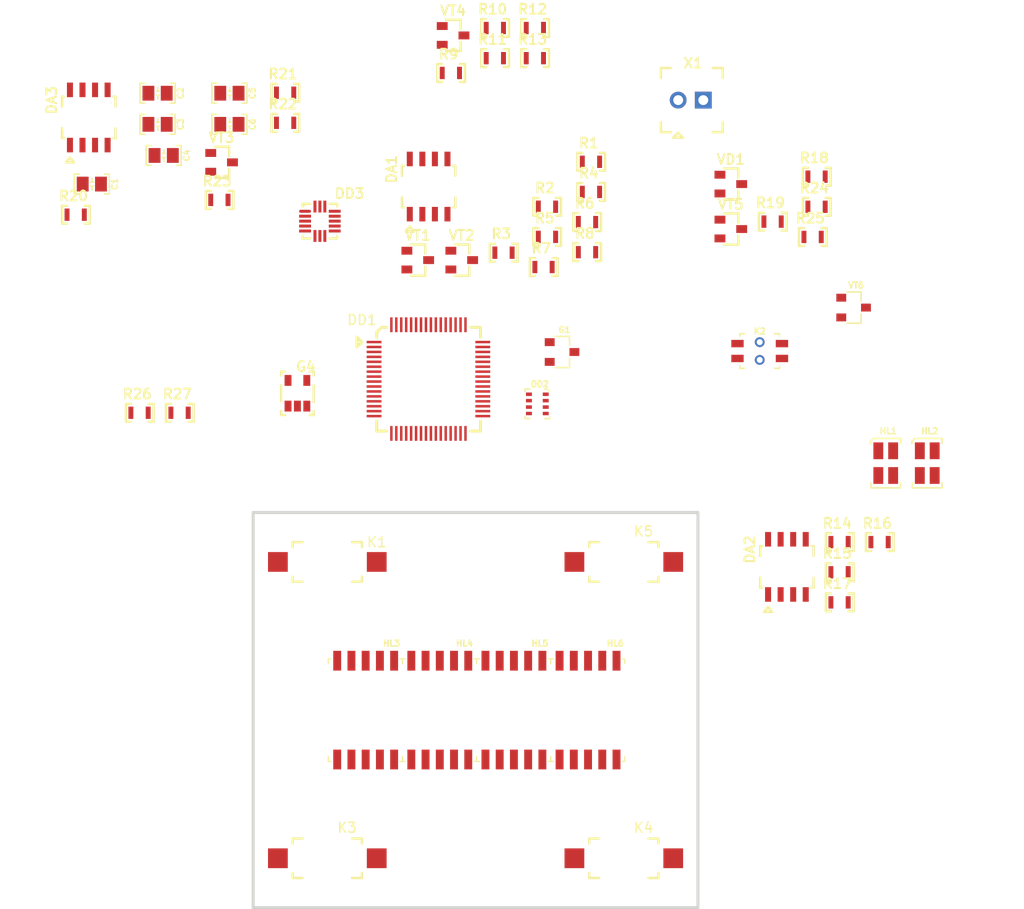
<source format=kicad_pcb>
(kicad_pcb (version 20171130) (host pcbnew "(5.1.4)-1")

  (general
    (thickness 1.6)
    (drawings 8)
    (tracks 0)
    (zones 0)
    (modules 60)
    (nets 177)
  )

  (page A4)
  (layers
    (0 F.Cu signal)
    (31 B.Cu signal)
    (32 B.Adhes user)
    (33 F.Adhes user)
    (34 B.Paste user)
    (35 F.Paste user)
    (36 B.SilkS user)
    (37 F.SilkS user)
    (38 B.Mask user)
    (39 F.Mask user)
    (40 Dwgs.User user)
    (41 Cmts.User user)
    (42 Eco1.User user)
    (43 Eco2.User user)
    (44 Edge.Cuts user)
    (45 Margin user)
    (46 B.CrtYd user)
    (47 F.CrtYd user)
    (48 B.Fab user)
    (49 F.Fab user)
  )

  (setup
    (last_trace_width 0.25)
    (trace_clearance 0.2)
    (zone_clearance 0.508)
    (zone_45_only no)
    (trace_min 0.2)
    (via_size 0.8)
    (via_drill 0.4)
    (via_min_size 0.4)
    (via_min_drill 0.3)
    (uvia_size 0.3)
    (uvia_drill 0.1)
    (uvias_allowed no)
    (uvia_min_size 0.2)
    (uvia_min_drill 0.1)
    (edge_width 0.05)
    (segment_width 0.2)
    (pcb_text_width 0.3)
    (pcb_text_size 1.5 1.5)
    (mod_edge_width 0.12)
    (mod_text_size 1 1)
    (mod_text_width 0.15)
    (pad_size 1.524 1.524)
    (pad_drill 0.762)
    (pad_to_mask_clearance 0.051)
    (solder_mask_min_width 0.25)
    (aux_axis_origin 0 0)
    (visible_elements 7FFFFFFF)
    (pcbplotparams
      (layerselection 0x010fc_ffffffff)
      (usegerberextensions false)
      (usegerberattributes false)
      (usegerberadvancedattributes false)
      (creategerberjobfile false)
      (excludeedgelayer true)
      (linewidth 0.100000)
      (plotframeref false)
      (viasonmask false)
      (mode 1)
      (useauxorigin false)
      (hpglpennumber 1)
      (hpglpenspeed 20)
      (hpglpendiameter 15.000000)
      (psnegative false)
      (psa4output false)
      (plotreference true)
      (plotvalue true)
      (plotinvisibletext false)
      (padsonsilk false)
      (subtractmaskfromsilk false)
      (outputformat 1)
      (mirror false)
      (drillshape 1)
      (scaleselection 1)
      (outputdirectory ""))
  )

  (net 0 "")
  (net 1 /5V.LINE)
  (net 2 /GND)
  (net 3 /4V2.DIRECT)
  (net 4 "Net-(R1-Pad1)")
  (net 5 "Net-(R3-Pad2)")
  (net 6 /CUR.OUT)
  (net 7 /CUR.SENS)
  (net 8 "Net-(R10-Pad2)")
  (net 9 /4V1.OUT)
  (net 10 /CUR.DIRECT)
  (net 11 /1V5.REF)
  (net 12 /DIFF.AMP)
  (net 13 /REP.SENS-)
  (net 14 "Net-(DA2-Pad3)")
  (net 15 "Net-(DA2-Pad2)")
  (net 16 "Net-(DD1-Pad49)")
  (net 17 "Net-(DD1-Pad50)")
  (net 18 "Net-(DD1-Pad51)")
  (net 19 "Net-(DD1-Pad52)")
  (net 20 "Net-(DD1-Pad53)")
  (net 21 "Net-(DD1-Pad54)")
  (net 22 "Net-(DD1-Pad55)")
  (net 23 "Net-(DD1-Pad56)")
  (net 24 "Net-(DD1-Pad57)")
  (net 25 "Net-(DD1-Pad58)")
  (net 26 "Net-(DD1-Pad59)")
  (net 27 "Net-(DD1-Pad60)")
  (net 28 "Net-(DD1-Pad61)")
  (net 29 "Net-(DD1-Pad62)")
  (net 30 "Net-(DD1-Pad63)")
  (net 31 "Net-(DD1-Pad64)")
  (net 32 "Net-(DD1-Pad32)")
  (net 33 "Net-(DD1-Pad31)")
  (net 34 "Net-(DD1-Pad30)")
  (net 35 "Net-(DD1-Pad29)")
  (net 36 "Net-(DD1-Pad28)")
  (net 37 "Net-(DD1-Pad27)")
  (net 38 "Net-(DD1-Pad26)")
  (net 39 "Net-(DD1-Pad25)")
  (net 40 "Net-(DD1-Pad24)")
  (net 41 "Net-(DD1-Pad23)")
  (net 42 "Net-(DD1-Pad22)")
  (net 43 "Net-(DD1-Pad21)")
  (net 44 "Net-(DD1-Pad20)")
  (net 45 "Net-(DD1-Pad19)")
  (net 46 "Net-(DD1-Pad18)")
  (net 47 "Net-(DD1-Pad17)")
  (net 48 "Net-(DD1-Pad33)")
  (net 49 "Net-(DD1-Pad16)")
  (net 50 "Net-(DD1-Pad34)")
  (net 51 "Net-(DD1-Pad15)")
  (net 52 "Net-(DD1-Pad35)")
  (net 53 "Net-(DD1-Pad14)")
  (net 54 "Net-(DD1-Pad36)")
  (net 55 "Net-(DD1-Pad13)")
  (net 56 "Net-(DD1-Pad37)")
  (net 57 "Net-(DD1-Pad12)")
  (net 58 "Net-(DD1-Pad38)")
  (net 59 "Net-(DD1-Pad11)")
  (net 60 "Net-(DD1-Pad39)")
  (net 61 "Net-(DD1-Pad10)")
  (net 62 "Net-(DD1-Pad40)")
  (net 63 "Net-(DD1-Pad9)")
  (net 64 "Net-(DD1-Pad41)")
  (net 65 "Net-(DD1-Pad8)")
  (net 66 "Net-(DD1-Pad42)")
  (net 67 "Net-(DD1-Pad7)")
  (net 68 "Net-(DD1-Pad43)")
  (net 69 "Net-(DD1-Pad6)")
  (net 70 "Net-(DD1-Pad44)")
  (net 71 "Net-(DD1-Pad5)")
  (net 72 "Net-(DD1-Pad45)")
  (net 73 "Net-(DD1-Pad4)")
  (net 74 "Net-(DD1-Pad46)")
  (net 75 "Net-(DD1-Pad3)")
  (net 76 "Net-(DD1-Pad47)")
  (net 77 "Net-(DD1-Pad2)")
  (net 78 "Net-(DD1-Pad48)")
  (net 79 "Net-(DD1-Pad1)")
  (net 80 "Net-(DD2-Pad5)")
  (net 81 "Net-(DD2-Pad8)")
  (net 82 "Net-(DD2-Pad6)")
  (net 83 "Net-(DD2-Pad7)")
  (net 84 "Net-(DD2-Pad4)")
  (net 85 "Net-(DD2-Pad1)")
  (net 86 "Net-(DD2-Pad3)")
  (net 87 "Net-(DD2-Pad2)")
  (net 88 "Net-(DD3-Pad16)")
  (net 89 "Net-(DD3-Pad15)")
  (net 90 "Net-(DD3-Pad14)")
  (net 91 "Net-(DD3-Pad13)")
  (net 92 "Net-(DD3-Pad12)")
  (net 93 "Net-(DD3-Pad11)")
  (net 94 "Net-(DD3-Pad10)")
  (net 95 "Net-(DD3-Pad9)")
  (net 96 "Net-(DD3-Pad5)")
  (net 97 "Net-(DD3-Pad4)")
  (net 98 "Net-(DD3-Pad1)")
  (net 99 "Net-(DD3-Pad2)")
  (net 100 "Net-(DD3-Pad3)")
  (net 101 "Net-(DD3-Pad8)")
  (net 102 "Net-(DD3-Pad6)")
  (net 103 "Net-(DD3-Pad7)")
  (net 104 "Net-(G1-Pad3)")
  (net 105 "Net-(HL1-Pad4)")
  (net 106 "Net-(HL1-Pad3)")
  (net 107 "Net-(HL1-Pad1)")
  (net 108 "Net-(HL1-Pad2)")
  (net 109 "Net-(HL2-Pad4)")
  (net 110 "Net-(HL2-Pad3)")
  (net 111 "Net-(HL2-Pad1)")
  (net 112 "Net-(HL2-Pad2)")
  (net 113 /5V.IN)
  (net 114 "Net-(G4-Pad4)")
  (net 115 /3V1)
  (net 116 /1V8)
  (net 117 /2V5)
  (net 118 "Net-(DA3-Pad7)")
  (net 119 "Net-(DA3-Pad6)")
  (net 120 "Net-(DA3-Pad5)")
  (net 121 /2V5.FB2)
  (net 122 /3V1.DIRECT)
  (net 123 "Net-(R20-Pad2)")
  (net 124 /1V5.FB1)
  (net 125 /1V225.REF)
  (net 126 "Net-(R18-Pad1)")
  (net 127 "Net-(R19-Pad1)")
  (net 128 "Net-(R20-Pad1)")
  (net 129 /SELF-TURN)
  (net 130 /B-PWR)
  (net 131 /SENS-B-PWR)
  (net 132 /1V25.REF)
  (net 133 /B-UP)
  (net 134 /RES)
  (net 135 /B-DOWN)
  (net 136 /B-BACK)
  (net 137 "Net-(HL3-Pad5)")
  (net 138 "Net-(HL3-Pad4)")
  (net 139 "Net-(HL3-Pad3)")
  (net 140 "Net-(HL3-Pad2)")
  (net 141 "Net-(HL3-Pad1)")
  (net 142 "Net-(HL3-Pad6)")
  (net 143 "Net-(HL3-Pad7)")
  (net 144 "Net-(HL3-Pad8)")
  (net 145 "Net-(HL3-Pad9)")
  (net 146 "Net-(HL3-Pad10)")
  (net 147 "Net-(HL4-Pad5)")
  (net 148 "Net-(HL4-Pad4)")
  (net 149 "Net-(HL4-Pad3)")
  (net 150 "Net-(HL4-Pad2)")
  (net 151 "Net-(HL4-Pad1)")
  (net 152 "Net-(HL4-Pad6)")
  (net 153 "Net-(HL4-Pad7)")
  (net 154 "Net-(HL4-Pad8)")
  (net 155 "Net-(HL4-Pad9)")
  (net 156 "Net-(HL4-Pad10)")
  (net 157 "Net-(HL5-Pad5)")
  (net 158 "Net-(HL5-Pad4)")
  (net 159 "Net-(HL5-Pad3)")
  (net 160 "Net-(HL5-Pad2)")
  (net 161 "Net-(HL5-Pad1)")
  (net 162 "Net-(HL5-Pad6)")
  (net 163 "Net-(HL5-Pad7)")
  (net 164 "Net-(HL5-Pad8)")
  (net 165 "Net-(HL5-Pad9)")
  (net 166 "Net-(HL5-Pad10)")
  (net 167 "Net-(HL6-Pad5)")
  (net 168 "Net-(HL6-Pad4)")
  (net 169 "Net-(HL6-Pad3)")
  (net 170 "Net-(HL6-Pad2)")
  (net 171 "Net-(HL6-Pad1)")
  (net 172 "Net-(HL6-Pad6)")
  (net 173 "Net-(HL6-Pad7)")
  (net 174 "Net-(HL6-Pad8)")
  (net 175 "Net-(HL6-Pad9)")
  (net 176 "Net-(HL6-Pad10)")

  (net_class Default "Это класс цепей по умолчанию."
    (clearance 0.2)
    (trace_width 0.25)
    (via_dia 0.8)
    (via_drill 0.4)
    (uvia_dia 0.3)
    (uvia_drill 0.1)
    (add_net /1V225.REF)
    (add_net /1V25.REF)
    (add_net /1V5.FB1)
    (add_net /1V5.REF)
    (add_net /1V8)
    (add_net /2V5)
    (add_net /2V5.FB2)
    (add_net /3V1)
    (add_net /3V1.DIRECT)
    (add_net /4V1.OUT)
    (add_net /4V2.DIRECT)
    (add_net /5V.IN)
    (add_net /5V.LINE)
    (add_net /B-BACK)
    (add_net /B-DOWN)
    (add_net /B-PWR)
    (add_net /B-UP)
    (add_net /CUR.DIRECT)
    (add_net /CUR.OUT)
    (add_net /CUR.SENS)
    (add_net /DIFF.AMP)
    (add_net /GND)
    (add_net /REP.SENS-)
    (add_net /RES)
    (add_net /SELF-TURN)
    (add_net /SENS-B-PWR)
    (add_net "Net-(DA2-Pad2)")
    (add_net "Net-(DA2-Pad3)")
    (add_net "Net-(DA3-Pad5)")
    (add_net "Net-(DA3-Pad6)")
    (add_net "Net-(DA3-Pad7)")
    (add_net "Net-(DD1-Pad1)")
    (add_net "Net-(DD1-Pad10)")
    (add_net "Net-(DD1-Pad11)")
    (add_net "Net-(DD1-Pad12)")
    (add_net "Net-(DD1-Pad13)")
    (add_net "Net-(DD1-Pad14)")
    (add_net "Net-(DD1-Pad15)")
    (add_net "Net-(DD1-Pad16)")
    (add_net "Net-(DD1-Pad17)")
    (add_net "Net-(DD1-Pad18)")
    (add_net "Net-(DD1-Pad19)")
    (add_net "Net-(DD1-Pad2)")
    (add_net "Net-(DD1-Pad20)")
    (add_net "Net-(DD1-Pad21)")
    (add_net "Net-(DD1-Pad22)")
    (add_net "Net-(DD1-Pad23)")
    (add_net "Net-(DD1-Pad24)")
    (add_net "Net-(DD1-Pad25)")
    (add_net "Net-(DD1-Pad26)")
    (add_net "Net-(DD1-Pad27)")
    (add_net "Net-(DD1-Pad28)")
    (add_net "Net-(DD1-Pad29)")
    (add_net "Net-(DD1-Pad3)")
    (add_net "Net-(DD1-Pad30)")
    (add_net "Net-(DD1-Pad31)")
    (add_net "Net-(DD1-Pad32)")
    (add_net "Net-(DD1-Pad33)")
    (add_net "Net-(DD1-Pad34)")
    (add_net "Net-(DD1-Pad35)")
    (add_net "Net-(DD1-Pad36)")
    (add_net "Net-(DD1-Pad37)")
    (add_net "Net-(DD1-Pad38)")
    (add_net "Net-(DD1-Pad39)")
    (add_net "Net-(DD1-Pad4)")
    (add_net "Net-(DD1-Pad40)")
    (add_net "Net-(DD1-Pad41)")
    (add_net "Net-(DD1-Pad42)")
    (add_net "Net-(DD1-Pad43)")
    (add_net "Net-(DD1-Pad44)")
    (add_net "Net-(DD1-Pad45)")
    (add_net "Net-(DD1-Pad46)")
    (add_net "Net-(DD1-Pad47)")
    (add_net "Net-(DD1-Pad48)")
    (add_net "Net-(DD1-Pad49)")
    (add_net "Net-(DD1-Pad5)")
    (add_net "Net-(DD1-Pad50)")
    (add_net "Net-(DD1-Pad51)")
    (add_net "Net-(DD1-Pad52)")
    (add_net "Net-(DD1-Pad53)")
    (add_net "Net-(DD1-Pad54)")
    (add_net "Net-(DD1-Pad55)")
    (add_net "Net-(DD1-Pad56)")
    (add_net "Net-(DD1-Pad57)")
    (add_net "Net-(DD1-Pad58)")
    (add_net "Net-(DD1-Pad59)")
    (add_net "Net-(DD1-Pad6)")
    (add_net "Net-(DD1-Pad60)")
    (add_net "Net-(DD1-Pad61)")
    (add_net "Net-(DD1-Pad62)")
    (add_net "Net-(DD1-Pad63)")
    (add_net "Net-(DD1-Pad64)")
    (add_net "Net-(DD1-Pad7)")
    (add_net "Net-(DD1-Pad8)")
    (add_net "Net-(DD1-Pad9)")
    (add_net "Net-(DD2-Pad1)")
    (add_net "Net-(DD2-Pad2)")
    (add_net "Net-(DD2-Pad3)")
    (add_net "Net-(DD2-Pad4)")
    (add_net "Net-(DD2-Pad5)")
    (add_net "Net-(DD2-Pad6)")
    (add_net "Net-(DD2-Pad7)")
    (add_net "Net-(DD2-Pad8)")
    (add_net "Net-(DD3-Pad1)")
    (add_net "Net-(DD3-Pad10)")
    (add_net "Net-(DD3-Pad11)")
    (add_net "Net-(DD3-Pad12)")
    (add_net "Net-(DD3-Pad13)")
    (add_net "Net-(DD3-Pad14)")
    (add_net "Net-(DD3-Pad15)")
    (add_net "Net-(DD3-Pad16)")
    (add_net "Net-(DD3-Pad2)")
    (add_net "Net-(DD3-Pad3)")
    (add_net "Net-(DD3-Pad4)")
    (add_net "Net-(DD3-Pad5)")
    (add_net "Net-(DD3-Pad6)")
    (add_net "Net-(DD3-Pad7)")
    (add_net "Net-(DD3-Pad8)")
    (add_net "Net-(DD3-Pad9)")
    (add_net "Net-(G1-Pad3)")
    (add_net "Net-(G4-Pad4)")
    (add_net "Net-(HL1-Pad1)")
    (add_net "Net-(HL1-Pad2)")
    (add_net "Net-(HL1-Pad3)")
    (add_net "Net-(HL1-Pad4)")
    (add_net "Net-(HL2-Pad1)")
    (add_net "Net-(HL2-Pad2)")
    (add_net "Net-(HL2-Pad3)")
    (add_net "Net-(HL2-Pad4)")
    (add_net "Net-(HL3-Pad1)")
    (add_net "Net-(HL3-Pad10)")
    (add_net "Net-(HL3-Pad2)")
    (add_net "Net-(HL3-Pad3)")
    (add_net "Net-(HL3-Pad4)")
    (add_net "Net-(HL3-Pad5)")
    (add_net "Net-(HL3-Pad6)")
    (add_net "Net-(HL3-Pad7)")
    (add_net "Net-(HL3-Pad8)")
    (add_net "Net-(HL3-Pad9)")
    (add_net "Net-(HL4-Pad1)")
    (add_net "Net-(HL4-Pad10)")
    (add_net "Net-(HL4-Pad2)")
    (add_net "Net-(HL4-Pad3)")
    (add_net "Net-(HL4-Pad4)")
    (add_net "Net-(HL4-Pad5)")
    (add_net "Net-(HL4-Pad6)")
    (add_net "Net-(HL4-Pad7)")
    (add_net "Net-(HL4-Pad8)")
    (add_net "Net-(HL4-Pad9)")
    (add_net "Net-(HL5-Pad1)")
    (add_net "Net-(HL5-Pad10)")
    (add_net "Net-(HL5-Pad2)")
    (add_net "Net-(HL5-Pad3)")
    (add_net "Net-(HL5-Pad4)")
    (add_net "Net-(HL5-Pad5)")
    (add_net "Net-(HL5-Pad6)")
    (add_net "Net-(HL5-Pad7)")
    (add_net "Net-(HL5-Pad8)")
    (add_net "Net-(HL5-Pad9)")
    (add_net "Net-(HL6-Pad1)")
    (add_net "Net-(HL6-Pad10)")
    (add_net "Net-(HL6-Pad2)")
    (add_net "Net-(HL6-Pad3)")
    (add_net "Net-(HL6-Pad4)")
    (add_net "Net-(HL6-Pad5)")
    (add_net "Net-(HL6-Pad6)")
    (add_net "Net-(HL6-Pad7)")
    (add_net "Net-(HL6-Pad8)")
    (add_net "Net-(HL6-Pad9)")
    (add_net "Net-(R1-Pad1)")
    (add_net "Net-(R10-Pad2)")
    (add_net "Net-(R18-Pad1)")
    (add_net "Net-(R19-Pad1)")
    (add_net "Net-(R20-Pad1)")
    (add_net "Net-(R20-Pad2)")
    (add_net "Net-(R3-Pad2)")
  )

  (module MOTOR_VD_VT_HL:Корпус_КТ-46 (layer F.Cu) (tedit 5E96196C) (tstamp 617EBDC0)
    (at 135.75 79.25)
    (descr SOT-23)
    (tags SOT-23)
    (path /6197C5E1)
    (attr smd)
    (fp_text reference VT6 (at 0.25 -2.25) (layer F.SilkS)
      (effects (font (size 0.6 0.6) (thickness 0.15)))
    )
    (fp_text value Транзистор_полевой_N-канальный_КП526А9 (at 0 2.5) (layer F.Fab)
      (effects (font (size 1 1) (thickness 0.15)))
    )
    (fp_line (start 0.76 -1.58) (end -0.7 -1.58) (layer F.SilkS) (width 0.15))
    (fp_line (start 0.76 1.58) (end -0.7 1.58) (layer F.SilkS) (width 0.15))
    (fp_line (start -1.7 1.75) (end -1.7 -1.75) (layer F.CrtYd) (width 0.05))
    (fp_line (start 1.7 1.75) (end -1.7 1.75) (layer F.CrtYd) (width 0.05))
    (fp_line (start 1.7 -1.75) (end 1.7 1.75) (layer F.CrtYd) (width 0.05))
    (fp_line (start -1.7 -1.75) (end 1.7 -1.75) (layer F.CrtYd) (width 0.05))
    (fp_line (start 0.76 -1.58) (end 0.76 -0.65) (layer F.SilkS) (width 0.15))
    (fp_line (start 0.76 1.58) (end 0.76 0.65) (layer F.SilkS) (width 0.15))
    (pad 3 smd rect (at 1.25 0) (size 1 0.8) (layers F.Cu F.Paste F.Mask)
      (net 126 "Net-(R18-Pad1)"))
    (pad 2 smd rect (at -1.25 1) (size 1 0.8) (layers F.Cu F.Paste F.Mask)
      (net 2 /GND))
    (pad 1 smd rect (at -1.25 -1) (size 1 0.8) (layers F.Cu F.Paste F.Mask)
      (net 127 "Net-(R19-Pad1)"))
    (model ${MOTOR_3D}/SOT-23.step
      (offset (xyz 0 0 0.57))
      (scale (xyz 1 1 1))
      (rotate (xyz -90 0 -90))
    )
  )

  (module N_VD_HL:LED-7SEGM-10x6,9 (layer F.Cu) (tedit 617E6637) (tstamp 617EB81D)
    (at 109 120)
    (path /619A677D)
    (fp_text reference HL6 (at 2.64 -6.75) (layer F.SilkS)
      (effects (font (size 0.6 0.6) (thickness 0.15)))
    )
    (fp_text value Индикатор_7сегм_TOS-F2101AMG (at 1.7 15.2) (layer F.Fab)
      (effects (font (size 1 1) (thickness 0.15)))
    )
    (fp_line (start 3.6 5.2) (end 3.6 4.7) (layer F.SilkS) (width 0.12))
    (fp_line (start 3.6 5.2) (end 3.3 5.2) (layer F.SilkS) (width 0.12))
    (fp_line (start -3.9 -5.2) (end -3.9 -4.7) (layer F.SilkS) (width 0.12))
    (fp_line (start -3.9 -5.2) (end -3.6 -5.2) (layer F.SilkS) (width 0.12))
    (fp_line (start -3.6 5.2) (end -3.9 5.2) (layer F.SilkS) (width 0.12))
    (fp_line (start -3.9 5.2) (end -3.9 4.7) (layer F.SilkS) (width 0.12))
    (fp_line (start 3.6 -5.2) (end 3.6 -4.7) (layer F.SilkS) (width 0.12))
    (fp_line (start 3.3 -5.2) (end 3.6 -5.2) (layer F.SilkS) (width 0.12))
    (fp_line (start -3.75 5) (end -3.75 -5) (layer F.CrtYd) (width 0.12))
    (fp_line (start 3.5 5) (end -3.75 5) (layer F.CrtYd) (width 0.12))
    (fp_line (start 3.5 -5) (end 3.5 5) (layer F.CrtYd) (width 0.12))
    (fp_line (start -3.75 -5) (end 3.5 -5) (layer F.CrtYd) (width 0.12))
    (pad 5 smd rect (at 2.76 5) (size 0.8 2) (layers *.Paste F.Cu F.Mask)
      (net 167 "Net-(HL6-Pad5)"))
    (pad 4 smd rect (at 1.32 5) (size 0.8 2) (layers *.Paste F.Cu F.Mask)
      (net 168 "Net-(HL6-Pad4)"))
    (pad 3 smd rect (at -0.12 5) (size 0.8 2) (layers *.Paste F.Cu F.Mask)
      (net 169 "Net-(HL6-Pad3)"))
    (pad 2 smd rect (at -1.56 5) (size 0.8 2) (layers *.Paste F.Cu F.Mask)
      (net 170 "Net-(HL6-Pad2)"))
    (pad 1 smd rect (at -3 5) (size 0.8 2) (layers *.Paste F.Cu F.Mask)
      (net 171 "Net-(HL6-Pad1)"))
    (pad 6 smd rect (at 2.76 -5) (size 0.8 2) (layers *.Paste F.Cu F.Mask)
      (net 172 "Net-(HL6-Pad6)"))
    (pad 7 smd rect (at 1.32 -5) (size 0.8 2) (layers *.Paste F.Cu F.Mask)
      (net 173 "Net-(HL6-Pad7)"))
    (pad 8 smd rect (at -0.12 -5) (size 0.8 2) (layers *.Paste F.Cu F.Mask)
      (net 174 "Net-(HL6-Pad8)"))
    (pad 9 smd rect (at -1.56 -5) (size 0.8 2) (layers *.Paste F.Cu F.Mask)
      (net 175 "Net-(HL6-Pad9)"))
    (pad 10 smd rect (at -3 -5) (size 0.8 2) (layers *.Paste F.Cu F.Mask)
      (net 176 "Net-(HL6-Pad10)"))
    (model ${N_3D}/HL/LED-7SEGM-10x6,9.stp
      (offset (xyz -3.6 -5 0.05))
      (scale (xyz 1 1 1))
      (rotate (xyz 0 0 0))
    )
  )

  (module N_VD_HL:LED-7SEGM-10x6,9 (layer F.Cu) (tedit 617E6637) (tstamp 617EB803)
    (at 101.5 120)
    (path /6199C950)
    (fp_text reference HL5 (at 2.51 -6.75) (layer F.SilkS)
      (effects (font (size 0.6 0.6) (thickness 0.15)))
    )
    (fp_text value Индикатор_7сегм_TOS-F2101AMG (at 1.7 15.2) (layer F.Fab)
      (effects (font (size 1 1) (thickness 0.15)))
    )
    (fp_line (start 3.6 5.2) (end 3.6 4.7) (layer F.SilkS) (width 0.12))
    (fp_line (start 3.6 5.2) (end 3.3 5.2) (layer F.SilkS) (width 0.12))
    (fp_line (start -3.9 -5.2) (end -3.9 -4.7) (layer F.SilkS) (width 0.12))
    (fp_line (start -3.9 -5.2) (end -3.6 -5.2) (layer F.SilkS) (width 0.12))
    (fp_line (start -3.6 5.2) (end -3.9 5.2) (layer F.SilkS) (width 0.12))
    (fp_line (start -3.9 5.2) (end -3.9 4.7) (layer F.SilkS) (width 0.12))
    (fp_line (start 3.6 -5.2) (end 3.6 -4.7) (layer F.SilkS) (width 0.12))
    (fp_line (start 3.3 -5.2) (end 3.6 -5.2) (layer F.SilkS) (width 0.12))
    (fp_line (start -3.75 5) (end -3.75 -5) (layer F.CrtYd) (width 0.12))
    (fp_line (start 3.5 5) (end -3.75 5) (layer F.CrtYd) (width 0.12))
    (fp_line (start 3.5 -5) (end 3.5 5) (layer F.CrtYd) (width 0.12))
    (fp_line (start -3.75 -5) (end 3.5 -5) (layer F.CrtYd) (width 0.12))
    (pad 5 smd rect (at 2.76 5) (size 0.8 2) (layers *.Paste F.Cu F.Mask)
      (net 157 "Net-(HL5-Pad5)"))
    (pad 4 smd rect (at 1.32 5) (size 0.8 2) (layers *.Paste F.Cu F.Mask)
      (net 158 "Net-(HL5-Pad4)"))
    (pad 3 smd rect (at -0.12 5) (size 0.8 2) (layers *.Paste F.Cu F.Mask)
      (net 159 "Net-(HL5-Pad3)"))
    (pad 2 smd rect (at -1.56 5) (size 0.8 2) (layers *.Paste F.Cu F.Mask)
      (net 160 "Net-(HL5-Pad2)"))
    (pad 1 smd rect (at -3 5) (size 0.8 2) (layers *.Paste F.Cu F.Mask)
      (net 161 "Net-(HL5-Pad1)"))
    (pad 6 smd rect (at 2.76 -5) (size 0.8 2) (layers *.Paste F.Cu F.Mask)
      (net 162 "Net-(HL5-Pad6)"))
    (pad 7 smd rect (at 1.32 -5) (size 0.8 2) (layers *.Paste F.Cu F.Mask)
      (net 163 "Net-(HL5-Pad7)"))
    (pad 8 smd rect (at -0.12 -5) (size 0.8 2) (layers *.Paste F.Cu F.Mask)
      (net 164 "Net-(HL5-Pad8)"))
    (pad 9 smd rect (at -1.56 -5) (size 0.8 2) (layers *.Paste F.Cu F.Mask)
      (net 165 "Net-(HL5-Pad9)"))
    (pad 10 smd rect (at -3 -5) (size 0.8 2) (layers *.Paste F.Cu F.Mask)
      (net 166 "Net-(HL5-Pad10)"))
    (model ${N_3D}/HL/LED-7SEGM-10x6,9.stp
      (offset (xyz -3.6 -5 0.05))
      (scale (xyz 1 1 1))
      (rotate (xyz 0 0 0))
    )
  )

  (module N_VD_HL:LED-7SEGM-10x6,9 (layer F.Cu) (tedit 617E6637) (tstamp 617EB7E9)
    (at 94 120)
    (path /6199AF59)
    (fp_text reference HL4 (at 2.38 -6.75) (layer F.SilkS)
      (effects (font (size 0.6 0.6) (thickness 0.15)))
    )
    (fp_text value Индикатор_7сегм_TOS-F2101AMG (at 1.7 15.2) (layer F.Fab)
      (effects (font (size 1 1) (thickness 0.15)))
    )
    (fp_line (start 3.6 5.2) (end 3.6 4.7) (layer F.SilkS) (width 0.12))
    (fp_line (start 3.6 5.2) (end 3.3 5.2) (layer F.SilkS) (width 0.12))
    (fp_line (start -3.9 -5.2) (end -3.9 -4.7) (layer F.SilkS) (width 0.12))
    (fp_line (start -3.9 -5.2) (end -3.6 -5.2) (layer F.SilkS) (width 0.12))
    (fp_line (start -3.6 5.2) (end -3.9 5.2) (layer F.SilkS) (width 0.12))
    (fp_line (start -3.9 5.2) (end -3.9 4.7) (layer F.SilkS) (width 0.12))
    (fp_line (start 3.6 -5.2) (end 3.6 -4.7) (layer F.SilkS) (width 0.12))
    (fp_line (start 3.3 -5.2) (end 3.6 -5.2) (layer F.SilkS) (width 0.12))
    (fp_line (start -3.75 5) (end -3.75 -5) (layer F.CrtYd) (width 0.12))
    (fp_line (start 3.5 5) (end -3.75 5) (layer F.CrtYd) (width 0.12))
    (fp_line (start 3.5 -5) (end 3.5 5) (layer F.CrtYd) (width 0.12))
    (fp_line (start -3.75 -5) (end 3.5 -5) (layer F.CrtYd) (width 0.12))
    (pad 5 smd rect (at 2.76 5) (size 0.8 2) (layers *.Paste F.Cu F.Mask)
      (net 147 "Net-(HL4-Pad5)"))
    (pad 4 smd rect (at 1.32 5) (size 0.8 2) (layers *.Paste F.Cu F.Mask)
      (net 148 "Net-(HL4-Pad4)"))
    (pad 3 smd rect (at -0.12 5) (size 0.8 2) (layers *.Paste F.Cu F.Mask)
      (net 149 "Net-(HL4-Pad3)"))
    (pad 2 smd rect (at -1.56 5) (size 0.8 2) (layers *.Paste F.Cu F.Mask)
      (net 150 "Net-(HL4-Pad2)"))
    (pad 1 smd rect (at -3 5) (size 0.8 2) (layers *.Paste F.Cu F.Mask)
      (net 151 "Net-(HL4-Pad1)"))
    (pad 6 smd rect (at 2.76 -5) (size 0.8 2) (layers *.Paste F.Cu F.Mask)
      (net 152 "Net-(HL4-Pad6)"))
    (pad 7 smd rect (at 1.32 -5) (size 0.8 2) (layers *.Paste F.Cu F.Mask)
      (net 153 "Net-(HL4-Pad7)"))
    (pad 8 smd rect (at -0.12 -5) (size 0.8 2) (layers *.Paste F.Cu F.Mask)
      (net 154 "Net-(HL4-Pad8)"))
    (pad 9 smd rect (at -1.56 -5) (size 0.8 2) (layers *.Paste F.Cu F.Mask)
      (net 155 "Net-(HL4-Pad9)"))
    (pad 10 smd rect (at -3 -5) (size 0.8 2) (layers *.Paste F.Cu F.Mask)
      (net 156 "Net-(HL4-Pad10)"))
    (model ${N_3D}/HL/LED-7SEGM-10x6,9.stp
      (offset (xyz -3.6 -5 0.05))
      (scale (xyz 1 1 1))
      (rotate (xyz 0 0 0))
    )
  )

  (module N_VD_HL:LED-7SEGM-10x6,9 (layer F.Cu) (tedit 617E6637) (tstamp 617EB7CF)
    (at 86.5 120)
    (path /6199804A)
    (fp_text reference HL3 (at 2.5 -6.75) (layer F.SilkS)
      (effects (font (size 0.6 0.6) (thickness 0.15)))
    )
    (fp_text value Индикатор_7сегм_TOS-F2101AMG (at 1.7 15.2) (layer F.Fab)
      (effects (font (size 1 1) (thickness 0.15)))
    )
    (fp_line (start 3.6 5.2) (end 3.6 4.7) (layer F.SilkS) (width 0.12))
    (fp_line (start 3.6 5.2) (end 3.3 5.2) (layer F.SilkS) (width 0.12))
    (fp_line (start -3.9 -5.2) (end -3.9 -4.7) (layer F.SilkS) (width 0.12))
    (fp_line (start -3.9 -5.2) (end -3.6 -5.2) (layer F.SilkS) (width 0.12))
    (fp_line (start -3.6 5.2) (end -3.9 5.2) (layer F.SilkS) (width 0.12))
    (fp_line (start -3.9 5.2) (end -3.9 4.7) (layer F.SilkS) (width 0.12))
    (fp_line (start 3.6 -5.2) (end 3.6 -4.7) (layer F.SilkS) (width 0.12))
    (fp_line (start 3.3 -5.2) (end 3.6 -5.2) (layer F.SilkS) (width 0.12))
    (fp_line (start -3.75 5) (end -3.75 -5) (layer F.CrtYd) (width 0.12))
    (fp_line (start 3.5 5) (end -3.75 5) (layer F.CrtYd) (width 0.12))
    (fp_line (start 3.5 -5) (end 3.5 5) (layer F.CrtYd) (width 0.12))
    (fp_line (start -3.75 -5) (end 3.5 -5) (layer F.CrtYd) (width 0.12))
    (pad 5 smd rect (at 2.76 5) (size 0.8 2) (layers *.Paste F.Cu F.Mask)
      (net 137 "Net-(HL3-Pad5)"))
    (pad 4 smd rect (at 1.32 5) (size 0.8 2) (layers *.Paste F.Cu F.Mask)
      (net 138 "Net-(HL3-Pad4)"))
    (pad 3 smd rect (at -0.12 5) (size 0.8 2) (layers *.Paste F.Cu F.Mask)
      (net 139 "Net-(HL3-Pad3)"))
    (pad 2 smd rect (at -1.56 5) (size 0.8 2) (layers *.Paste F.Cu F.Mask)
      (net 140 "Net-(HL3-Pad2)"))
    (pad 1 smd rect (at -3 5) (size 0.8 2) (layers *.Paste F.Cu F.Mask)
      (net 141 "Net-(HL3-Pad1)"))
    (pad 6 smd rect (at 2.76 -5) (size 0.8 2) (layers *.Paste F.Cu F.Mask)
      (net 142 "Net-(HL3-Pad6)"))
    (pad 7 smd rect (at 1.32 -5) (size 0.8 2) (layers *.Paste F.Cu F.Mask)
      (net 143 "Net-(HL3-Pad7)"))
    (pad 8 smd rect (at -0.12 -5) (size 0.8 2) (layers *.Paste F.Cu F.Mask)
      (net 144 "Net-(HL3-Pad8)"))
    (pad 9 smd rect (at -1.56 -5) (size 0.8 2) (layers *.Paste F.Cu F.Mask)
      (net 145 "Net-(HL3-Pad9)"))
    (pad 10 smd rect (at -3 -5) (size 0.8 2) (layers *.Paste F.Cu F.Mask)
      (net 146 "Net-(HL3-Pad10)"))
    (model ${N_3D}/HL/LED-7SEGM-10x6,9.stp
      (offset (xyz -3.6 -5 0.05))
      (scale (xyz 1 1 1))
      (rotate (xyz 0 0 0))
    )
  )

  (module N_X:Кнопка_FSMSM (layer F.Cu) (tedit 5C6ED76C) (tstamp 617E9799)
    (at 107.5 135)
    (path /61930A89)
    (fp_text reference K4 (at 7 -3.1) (layer F.SilkS)
      (effects (font (size 1 1) (thickness 0.15)))
    )
    (fp_text value кнопка (at 0.3 2.5) (layer F.Fab)
      (effects (font (size 1 1) (thickness 0.15)))
    )
    (fp_line (start 8.5 2) (end 7.5 2) (layer F.SilkS) (width 0.25))
    (fp_line (start 8.5 1.5) (end 8.5 2) (layer F.SilkS) (width 0.25))
    (fp_line (start 1.5 2) (end 2.5 2) (layer F.SilkS) (width 0.25))
    (fp_line (start 1.5 1.5) (end 1.5 2) (layer F.SilkS) (width 0.25))
    (fp_line (start 8.5 -2) (end 7.5 -2) (layer F.SilkS) (width 0.25))
    (fp_line (start 8.5 -1.5) (end 8.5 -2) (layer F.SilkS) (width 0.25))
    (fp_line (start 1.5 -2) (end 2.5 -2) (layer F.SilkS) (width 0.25))
    (fp_line (start 1.5 -1.5) (end 1.5 -2) (layer F.SilkS) (width 0.25))
    (pad 2 smd rect (at 10 0) (size 2 2) (layers F.Cu F.Paste F.Mask)
      (net 136 /B-BACK))
    (pad 1 smd rect (at 0 0) (size 2 2) (layers F.Cu F.Paste F.Mask)
      (net 2 /GND))
    (model ${N_3D}/button_FSMSM.stp
      (offset (xyz 5 0 4.5))
      (scale (xyz 1 1 1))
      (rotate (xyz 0 0 90))
    )
  )

  (module N_X:Кнопка_FSMSM (layer F.Cu) (tedit 5C6ED76C) (tstamp 617E978B)
    (at 77.5 135)
    (path /61938538)
    (fp_text reference K3 (at 7 -3.1) (layer F.SilkS)
      (effects (font (size 1 1) (thickness 0.15)))
    )
    (fp_text value кнопка (at 0.3 2.5) (layer F.Fab)
      (effects (font (size 1 1) (thickness 0.15)))
    )
    (fp_line (start 8.5 2) (end 7.5 2) (layer F.SilkS) (width 0.25))
    (fp_line (start 8.5 1.5) (end 8.5 2) (layer F.SilkS) (width 0.25))
    (fp_line (start 1.5 2) (end 2.5 2) (layer F.SilkS) (width 0.25))
    (fp_line (start 1.5 1.5) (end 1.5 2) (layer F.SilkS) (width 0.25))
    (fp_line (start 8.5 -2) (end 7.5 -2) (layer F.SilkS) (width 0.25))
    (fp_line (start 8.5 -1.5) (end 8.5 -2) (layer F.SilkS) (width 0.25))
    (fp_line (start 1.5 -2) (end 2.5 -2) (layer F.SilkS) (width 0.25))
    (fp_line (start 1.5 -1.5) (end 1.5 -2) (layer F.SilkS) (width 0.25))
    (pad 2 smd rect (at 10 0) (size 2 2) (layers F.Cu F.Paste F.Mask)
      (net 135 /B-DOWN))
    (pad 1 smd rect (at 0 0) (size 2 2) (layers F.Cu F.Paste F.Mask)
      (net 2 /GND))
    (model ${N_3D}/button_FSMSM.stp
      (offset (xyz 5 0 4.5))
      (scale (xyz 1 1 1))
      (rotate (xyz 0 0 90))
    )
  )

  (module N_X:Кнопка_FSMSM (layer F.Cu) (tedit 5C6ED76C) (tstamp 617E975B)
    (at 77.5 105)
    (path /6193852A)
    (fp_text reference K1 (at 10 -2) (layer F.SilkS)
      (effects (font (size 1 1) (thickness 0.15)))
    )
    (fp_text value кнопка (at 0.3 2.5) (layer F.Fab)
      (effects (font (size 1 1) (thickness 0.15)))
    )
    (fp_line (start 8.5 2) (end 7.5 2) (layer F.SilkS) (width 0.25))
    (fp_line (start 8.5 1.5) (end 8.5 2) (layer F.SilkS) (width 0.25))
    (fp_line (start 1.5 2) (end 2.5 2) (layer F.SilkS) (width 0.25))
    (fp_line (start 1.5 1.5) (end 1.5 2) (layer F.SilkS) (width 0.25))
    (fp_line (start 8.5 -2) (end 7.5 -2) (layer F.SilkS) (width 0.25))
    (fp_line (start 8.5 -1.5) (end 8.5 -2) (layer F.SilkS) (width 0.25))
    (fp_line (start 1.5 -2) (end 2.5 -2) (layer F.SilkS) (width 0.25))
    (fp_line (start 1.5 -1.5) (end 1.5 -2) (layer F.SilkS) (width 0.25))
    (pad 2 smd rect (at 10 0) (size 2 2) (layers F.Cu F.Paste F.Mask)
      (net 133 /B-UP))
    (pad 1 smd rect (at 0 0) (size 2 2) (layers F.Cu F.Paste F.Mask)
      (net 2 /GND))
    (model ${N_3D}/button_FSMSM.stp
      (offset (xyz 5 0 4.5))
      (scale (xyz 1 1 1))
      (rotate (xyz 0 0 90))
    )
  )

  (module N_RLC:Резистор_SMD_0603_0,065_Вт (layer F.Cu) (tedit 6096B7D8) (tstamp 617E88B8)
    (at 67.550001 89.9)
    (path /618E64F3)
    (fp_text reference R27 (at -0.225 -1.9) (layer F.SilkS)
      (effects (font (size 1 1) (thickness 0.2)))
    )
    (fp_text value Резистор_0,065Вт (at -0.7226 2.5146) (layer F.Fab)
      (effects (font (size 1 1) (thickness 0.15)))
    )
    (fp_line (start -1.125 -0.75) (end 1.125 0.75) (layer Dwgs.User) (width 0.12))
    (fp_line (start 1.125 -0.75) (end -1.125 0.75) (layer Dwgs.User) (width 0.12))
    (fp_line (start -1.125 0.75) (end -1.125 -0.75) (layer F.CrtYd) (width 0.12))
    (fp_line (start 1.125 0.75) (end -1.125 0.75) (layer F.CrtYd) (width 0.12))
    (fp_line (start 1.125 -0.75) (end 1.125 0.75) (layer F.CrtYd) (width 0.12))
    (fp_line (start -1.125 -0.75) (end 1.125 -0.75) (layer F.CrtYd) (width 0.12))
    (fp_line (start 1.425 0.9) (end 0.925 0.9) (layer F.SilkS) (width 0.25))
    (fp_line (start 1.425 -0.9) (end 0.925 -0.9) (layer F.SilkS) (width 0.25))
    (fp_line (start 1.425 -0.9) (end 1.425 0.9) (layer F.SilkS) (width 0.25))
    (fp_line (start -1.375 0.9) (end -0.875 0.9) (layer F.SilkS) (width 0.25))
    (fp_line (start -1.375 -0.9) (end -1.375 0.9) (layer F.SilkS) (width 0.25))
    (fp_line (start -1.375 -0.9) (end -0.875 -0.9) (layer F.SilkS) (width 0.25))
    (pad 2 smd rect (at 0.875 0) (size 0.5 1.25) (layers F.Cu F.Paste F.Mask)
      (net 2 /GND) (clearance 0.2))
    (pad 1 smd rect (at -0.875 0) (size 0.5 1.25) (layers F.Cu F.Paste F.Mask)
      (net 132 /1V25.REF) (clearance 0.2))
    (model ${N_3D}/CAP_0603.stp
      (offset (xyz -0.8 -0.55 0))
      (scale (xyz 1 1 1))
      (rotate (xyz 0 90 90))
    )
  )

  (module N_RLC:Резистор_SMD_0603_0,065_Вт (layer F.Cu) (tedit 6096B7D8) (tstamp 617E88A6)
    (at 63.500001 89.9)
    (path /618DF174)
    (fp_text reference R26 (at -0.225 -1.9) (layer F.SilkS)
      (effects (font (size 1 1) (thickness 0.2)))
    )
    (fp_text value Резистор_0,065Вт (at -0.7226 2.5146) (layer F.Fab)
      (effects (font (size 1 1) (thickness 0.15)))
    )
    (fp_line (start -1.125 -0.75) (end 1.125 0.75) (layer Dwgs.User) (width 0.12))
    (fp_line (start 1.125 -0.75) (end -1.125 0.75) (layer Dwgs.User) (width 0.12))
    (fp_line (start -1.125 0.75) (end -1.125 -0.75) (layer F.CrtYd) (width 0.12))
    (fp_line (start 1.125 0.75) (end -1.125 0.75) (layer F.CrtYd) (width 0.12))
    (fp_line (start 1.125 -0.75) (end 1.125 0.75) (layer F.CrtYd) (width 0.12))
    (fp_line (start -1.125 -0.75) (end 1.125 -0.75) (layer F.CrtYd) (width 0.12))
    (fp_line (start 1.425 0.9) (end 0.925 0.9) (layer F.SilkS) (width 0.25))
    (fp_line (start 1.425 -0.9) (end 0.925 -0.9) (layer F.SilkS) (width 0.25))
    (fp_line (start 1.425 -0.9) (end 1.425 0.9) (layer F.SilkS) (width 0.25))
    (fp_line (start -1.375 0.9) (end -0.875 0.9) (layer F.SilkS) (width 0.25))
    (fp_line (start -1.375 -0.9) (end -1.375 0.9) (layer F.SilkS) (width 0.25))
    (fp_line (start -1.375 -0.9) (end -0.875 -0.9) (layer F.SilkS) (width 0.25))
    (pad 2 smd rect (at 0.875 0) (size 0.5 1.25) (layers F.Cu F.Paste F.Mask)
      (net 132 /1V25.REF) (clearance 0.2))
    (pad 1 smd rect (at -0.875 0) (size 0.5 1.25) (layers F.Cu F.Paste F.Mask)
      (net 117 /2V5) (clearance 0.2))
    (model ${N_3D}/CAP_0603.stp
      (offset (xyz -0.8 -0.55 0))
      (scale (xyz 1 1 1))
      (rotate (xyz 0 90 90))
    )
  )

  (module N_X:Кнопка_FSMSM (layer F.Cu) (tedit 5C6ED76C) (tstamp 617E8542)
    (at 107.5 105)
    (path /6190C558)
    (fp_text reference K5 (at 7 -3.1) (layer F.SilkS)
      (effects (font (size 1 1) (thickness 0.15)))
    )
    (fp_text value кнопка (at 0.3 2.5) (layer F.Fab)
      (effects (font (size 1 1) (thickness 0.15)))
    )
    (fp_line (start 8.5 2) (end 7.5 2) (layer F.SilkS) (width 0.25))
    (fp_line (start 8.5 1.5) (end 8.5 2) (layer F.SilkS) (width 0.25))
    (fp_line (start 1.5 2) (end 2.5 2) (layer F.SilkS) (width 0.25))
    (fp_line (start 1.5 1.5) (end 1.5 2) (layer F.SilkS) (width 0.25))
    (fp_line (start 8.5 -2) (end 7.5 -2) (layer F.SilkS) (width 0.25))
    (fp_line (start 8.5 -1.5) (end 8.5 -2) (layer F.SilkS) (width 0.25))
    (fp_line (start 1.5 -2) (end 2.5 -2) (layer F.SilkS) (width 0.25))
    (fp_line (start 1.5 -1.5) (end 1.5 -2) (layer F.SilkS) (width 0.25))
    (pad 2 smd rect (at 10 0) (size 2 2) (layers F.Cu F.Paste F.Mask)
      (net 130 /B-PWR))
    (pad 1 smd rect (at 0 0) (size 2 2) (layers F.Cu F.Paste F.Mask)
      (net 2 /GND))
    (model ${N_3D}/button_FSMSM.stp
      (offset (xyz 5 0 4.5))
      (scale (xyz 1 1 1))
      (rotate (xyz 0 0 90))
    )
  )

  (module MOTOR_VD_VT_HL:Корпус_КТ-46 (layer F.Cu) (tedit 5E96196C) (tstamp 615DF14A)
    (at 106.25 83.75)
    (descr SOT-23)
    (tags SOT-23)
    (path /6160CFE5)
    (attr smd)
    (fp_text reference G1 (at 0.25 -2.25) (layer F.SilkS)
      (effects (font (size 0.6 0.6) (thickness 0.15)))
    )
    (fp_text value ИОП_LM4040BIM3-2.5_NOPB (at 0 2.5) (layer F.Fab)
      (effects (font (size 1 1) (thickness 0.15)))
    )
    (fp_line (start 0.76 -1.58) (end -0.7 -1.58) (layer F.SilkS) (width 0.15))
    (fp_line (start 0.76 1.58) (end -0.7 1.58) (layer F.SilkS) (width 0.15))
    (fp_line (start -1.7 1.75) (end -1.7 -1.75) (layer F.CrtYd) (width 0.05))
    (fp_line (start 1.7 1.75) (end -1.7 1.75) (layer F.CrtYd) (width 0.05))
    (fp_line (start 1.7 -1.75) (end 1.7 1.75) (layer F.CrtYd) (width 0.05))
    (fp_line (start -1.7 -1.75) (end 1.7 -1.75) (layer F.CrtYd) (width 0.05))
    (fp_line (start 0.76 -1.58) (end 0.76 -0.65) (layer F.SilkS) (width 0.15))
    (fp_line (start 0.76 1.58) (end 0.76 0.65) (layer F.SilkS) (width 0.15))
    (pad 3 smd rect (at 1.25 0) (size 1 0.8) (layers F.Cu F.Paste F.Mask)
      (net 104 "Net-(G1-Pad3)"))
    (pad 2 smd rect (at -1.25 1) (size 1 0.8) (layers F.Cu F.Paste F.Mask)
      (net 2 /GND))
    (pad 1 smd rect (at -1.25 -1) (size 1 0.8) (layers F.Cu F.Paste F.Mask)
      (net 117 /2V5))
    (model ${MOTOR_3D}/SOT-23.step
      (offset (xyz 0 0 0.57))
      (scale (xyz 1 1 1))
      (rotate (xyz -90 0 -90))
    )
  )

  (module N_VD_HL:Транзистор_IRLML6344TR_SOT-23 (layer F.Cu) (tedit 5C97DFC7) (tstamp 617E6B7E)
    (at 123.325 71.3)
    (descr "SOT-23, Single Diode")
    (tags SOT-23)
    (path /617ED59D)
    (attr smd)
    (fp_text reference VT5 (at 0 -2.5) (layer F.SilkS)
      (effects (font (size 1 1) (thickness 0.2)))
    )
    (fp_text value "Транзистор_полевой_P-канал(IRLML2246TRPBF)" (at 0 2.5) (layer F.Fab)
      (effects (font (size 1 1) (thickness 0.15)))
    )
    (fp_line (start 0.76 -1.58) (end -0.7 -1.58) (layer F.SilkS) (width 0.25))
    (fp_line (start 0.15 0.25) (end 0.15 0.65) (layer F.Fab) (width 0.1))
    (fp_line (start 0.15 0.45) (end -0.15 0.25) (layer F.Fab) (width 0.1))
    (fp_line (start 0.15 0.45) (end 0.4 0.45) (layer F.Fab) (width 0.1))
    (fp_line (start -0.15 0.25) (end -0.15 0.65) (layer F.Fab) (width 0.1))
    (fp_line (start -0.15 0.45) (end -0.4 0.45) (layer F.Fab) (width 0.1))
    (fp_line (start -0.15 0.65) (end 0.15 0.45) (layer F.Fab) (width 0.1))
    (fp_line (start 0.76 1.58) (end -0.7 1.58) (layer F.SilkS) (width 0.25))
    (fp_line (start -0.7 -1.52) (end -0.7 1.52) (layer F.Fab) (width 0.1))
    (fp_line (start -0.7 -1.52) (end 0.7 -1.52) (layer F.Fab) (width 0.1))
    (fp_line (start -1.7 1.75) (end -1.7 -1.75) (layer F.CrtYd) (width 0.05))
    (fp_line (start 1.7 1.75) (end -1.7 1.75) (layer F.CrtYd) (width 0.05))
    (fp_line (start 1.7 -1.75) (end 1.7 1.75) (layer F.CrtYd) (width 0.05))
    (fp_line (start -1.7 -1.75) (end 1.7 -1.75) (layer F.CrtYd) (width 0.05))
    (fp_line (start -0.7 1.52) (end 0.7 1.52) (layer F.Fab) (width 0.1))
    (fp_line (start 0.7 -1.52) (end 0.7 1.52) (layer F.Fab) (width 0.1))
    (fp_line (start 0.76 -1.58) (end 0.76 -0.65) (layer F.SilkS) (width 0.25))
    (fp_line (start 0.76 1.58) (end 0.76 0.65) (layer F.SilkS) (width 0.25))
    (fp_line (start 0.15 -0.65) (end 0.15 -0.25) (layer F.Fab) (width 0.1))
    (fp_line (start 0.15 -0.45) (end 0.4 -0.45) (layer F.Fab) (width 0.1))
    (fp_line (start 0.15 -0.45) (end -0.15 -0.65) (layer F.Fab) (width 0.1))
    (fp_line (start -0.15 -0.65) (end -0.15 -0.25) (layer F.Fab) (width 0.1))
    (fp_line (start -0.15 -0.25) (end 0.15 -0.45) (layer F.Fab) (width 0.1))
    (fp_line (start -0.15 -0.45) (end -0.4 -0.45) (layer F.Fab) (width 0.1))
    (fp_text user %R (at 0 -2.5) (layer F.Fab)
      (effects (font (size 1 1) (thickness 0.15)))
    )
    (pad 3 smd rect (at 1.1 0) (size 1.1 0.8) (layers F.Cu F.Paste F.Mask)
      (net 128 "Net-(R20-Pad1)"))
    (pad 2 smd rect (at -1.1 0.95) (size 1.1 0.8) (layers F.Cu F.Paste F.Mask)
      (net 9 /4V1.OUT))
    (pad 1 smd rect (at -1.1 -0.95) (size 1.1 0.8) (layers F.Cu F.Paste F.Mask)
      (net 126 "Net-(R18-Pad1)"))
    (model ${N_3D}/SOT-23.step
      (offset (xyz 0 0 0.57))
      (scale (xyz 1 1 1))
      (rotate (xyz -90 0 -90))
    )
  )

  (module N_VD_HL:Транзистор_IRLML6344TR_SOT-23 (layer F.Cu) (tedit 5C97DFC7) (tstamp 617E6A66)
    (at 123.325 66.75)
    (descr "SOT-23, Single Diode")
    (tags SOT-23)
    (path /61810D2B)
    (attr smd)
    (fp_text reference VD1 (at 0 -2.5) (layer F.SilkS)
      (effects (font (size 1 1) (thickness 0.2)))
    )
    (fp_text value Диоды_шоттки_BAR43CFILM (at 0 2.5) (layer F.Fab)
      (effects (font (size 1 1) (thickness 0.15)))
    )
    (fp_line (start 0.76 -1.58) (end -0.7 -1.58) (layer F.SilkS) (width 0.25))
    (fp_line (start 0.15 0.25) (end 0.15 0.65) (layer F.Fab) (width 0.1))
    (fp_line (start 0.15 0.45) (end -0.15 0.25) (layer F.Fab) (width 0.1))
    (fp_line (start 0.15 0.45) (end 0.4 0.45) (layer F.Fab) (width 0.1))
    (fp_line (start -0.15 0.25) (end -0.15 0.65) (layer F.Fab) (width 0.1))
    (fp_line (start -0.15 0.45) (end -0.4 0.45) (layer F.Fab) (width 0.1))
    (fp_line (start -0.15 0.65) (end 0.15 0.45) (layer F.Fab) (width 0.1))
    (fp_line (start 0.76 1.58) (end -0.7 1.58) (layer F.SilkS) (width 0.25))
    (fp_line (start -0.7 -1.52) (end -0.7 1.52) (layer F.Fab) (width 0.1))
    (fp_line (start -0.7 -1.52) (end 0.7 -1.52) (layer F.Fab) (width 0.1))
    (fp_line (start -1.7 1.75) (end -1.7 -1.75) (layer F.CrtYd) (width 0.05))
    (fp_line (start 1.7 1.75) (end -1.7 1.75) (layer F.CrtYd) (width 0.05))
    (fp_line (start 1.7 -1.75) (end 1.7 1.75) (layer F.CrtYd) (width 0.05))
    (fp_line (start -1.7 -1.75) (end 1.7 -1.75) (layer F.CrtYd) (width 0.05))
    (fp_line (start -0.7 1.52) (end 0.7 1.52) (layer F.Fab) (width 0.1))
    (fp_line (start 0.7 -1.52) (end 0.7 1.52) (layer F.Fab) (width 0.1))
    (fp_line (start 0.76 -1.58) (end 0.76 -0.65) (layer F.SilkS) (width 0.25))
    (fp_line (start 0.76 1.58) (end 0.76 0.65) (layer F.SilkS) (width 0.25))
    (fp_line (start 0.15 -0.65) (end 0.15 -0.25) (layer F.Fab) (width 0.1))
    (fp_line (start 0.15 -0.45) (end 0.4 -0.45) (layer F.Fab) (width 0.1))
    (fp_line (start 0.15 -0.45) (end -0.15 -0.65) (layer F.Fab) (width 0.1))
    (fp_line (start -0.15 -0.65) (end -0.15 -0.25) (layer F.Fab) (width 0.1))
    (fp_line (start -0.15 -0.25) (end 0.15 -0.45) (layer F.Fab) (width 0.1))
    (fp_line (start -0.15 -0.45) (end -0.4 -0.45) (layer F.Fab) (width 0.1))
    (fp_text user %R (at 0 -2.5) (layer F.Fab)
      (effects (font (size 1 1) (thickness 0.15)))
    )
    (pad 3 smd rect (at 1.1 0) (size 1.1 0.8) (layers F.Cu F.Paste F.Mask)
      (net 130 /B-PWR))
    (pad 2 smd rect (at -1.1 0.95) (size 1.1 0.8) (layers F.Cu F.Paste F.Mask)
      (net 126 "Net-(R18-Pad1)"))
    (pad 1 smd rect (at -1.1 -0.95) (size 1.1 0.8) (layers F.Cu F.Paste F.Mask)
      (net 126 "Net-(R18-Pad1)"))
    (model ${N_3D}/SOT-23.step
      (offset (xyz 0 0 0.57))
      (scale (xyz 1 1 1))
      (rotate (xyz -90 0 -90))
    )
  )

  (module N_RLC:Резистор_SMD_0603_0,065_Вт (layer F.Cu) (tedit 6096B7D8) (tstamp 617E6A46)
    (at 131.6 72.1)
    (path /6184EED6)
    (fp_text reference R25 (at -0.225 -1.9) (layer F.SilkS)
      (effects (font (size 1 1) (thickness 0.2)))
    )
    (fp_text value Резистор_0,065Вт (at -0.7226 2.5146) (layer F.Fab)
      (effects (font (size 1 1) (thickness 0.15)))
    )
    (fp_line (start -1.125 -0.75) (end 1.125 0.75) (layer Dwgs.User) (width 0.12))
    (fp_line (start 1.125 -0.75) (end -1.125 0.75) (layer Dwgs.User) (width 0.12))
    (fp_line (start -1.125 0.75) (end -1.125 -0.75) (layer F.CrtYd) (width 0.12))
    (fp_line (start 1.125 0.75) (end -1.125 0.75) (layer F.CrtYd) (width 0.12))
    (fp_line (start 1.125 -0.75) (end 1.125 0.75) (layer F.CrtYd) (width 0.12))
    (fp_line (start -1.125 -0.75) (end 1.125 -0.75) (layer F.CrtYd) (width 0.12))
    (fp_line (start 1.425 0.9) (end 0.925 0.9) (layer F.SilkS) (width 0.25))
    (fp_line (start 1.425 -0.9) (end 0.925 -0.9) (layer F.SilkS) (width 0.25))
    (fp_line (start 1.425 -0.9) (end 1.425 0.9) (layer F.SilkS) (width 0.25))
    (fp_line (start -1.375 0.9) (end -0.875 0.9) (layer F.SilkS) (width 0.25))
    (fp_line (start -1.375 -0.9) (end -1.375 0.9) (layer F.SilkS) (width 0.25))
    (fp_line (start -1.375 -0.9) (end -0.875 -0.9) (layer F.SilkS) (width 0.25))
    (pad 2 smd rect (at 0.875 0) (size 0.5 1.25) (layers F.Cu F.Paste F.Mask)
      (net 130 /B-PWR) (clearance 0.2))
    (pad 1 smd rect (at -0.875 0) (size 0.5 1.25) (layers F.Cu F.Paste F.Mask)
      (net 131 /SENS-B-PWR) (clearance 0.2))
    (model ${N_3D}/CAP_0603.stp
      (offset (xyz -0.8 -0.55 0))
      (scale (xyz 1 1 1))
      (rotate (xyz 0 90 90))
    )
  )

  (module N_RLC:Резистор_SMD_0603_0,065_Вт (layer F.Cu) (tedit 6096B7D8) (tstamp 617E6A34)
    (at 132 69.05)
    (path /617F3000)
    (fp_text reference R24 (at -0.225 -1.9) (layer F.SilkS)
      (effects (font (size 1 1) (thickness 0.2)))
    )
    (fp_text value Резистор_0,065Вт (at -0.7226 2.5146) (layer F.Fab)
      (effects (font (size 1 1) (thickness 0.15)))
    )
    (fp_line (start -1.125 -0.75) (end 1.125 0.75) (layer Dwgs.User) (width 0.12))
    (fp_line (start 1.125 -0.75) (end -1.125 0.75) (layer Dwgs.User) (width 0.12))
    (fp_line (start -1.125 0.75) (end -1.125 -0.75) (layer F.CrtYd) (width 0.12))
    (fp_line (start 1.125 0.75) (end -1.125 0.75) (layer F.CrtYd) (width 0.12))
    (fp_line (start 1.125 -0.75) (end 1.125 0.75) (layer F.CrtYd) (width 0.12))
    (fp_line (start -1.125 -0.75) (end 1.125 -0.75) (layer F.CrtYd) (width 0.12))
    (fp_line (start 1.425 0.9) (end 0.925 0.9) (layer F.SilkS) (width 0.25))
    (fp_line (start 1.425 -0.9) (end 0.925 -0.9) (layer F.SilkS) (width 0.25))
    (fp_line (start 1.425 -0.9) (end 1.425 0.9) (layer F.SilkS) (width 0.25))
    (fp_line (start -1.375 0.9) (end -0.875 0.9) (layer F.SilkS) (width 0.25))
    (fp_line (start -1.375 -0.9) (end -1.375 0.9) (layer F.SilkS) (width 0.25))
    (fp_line (start -1.375 -0.9) (end -0.875 -0.9) (layer F.SilkS) (width 0.25))
    (pad 2 smd rect (at 0.875 0) (size 0.5 1.25) (layers F.Cu F.Paste F.Mask)
      (net 127 "Net-(R19-Pad1)") (clearance 0.2))
    (pad 1 smd rect (at -0.875 0) (size 0.5 1.25) (layers F.Cu F.Paste F.Mask)
      (net 129 /SELF-TURN) (clearance 0.2))
    (model ${N_3D}/CAP_0603.stp
      (offset (xyz -0.8 -0.55 0))
      (scale (xyz 1 1 1))
      (rotate (xyz 0 90 90))
    )
  )

  (module N_RLC:Резистор_SMD_0603_0,065_Вт (layer F.Cu) (tedit 6096B7D8) (tstamp 617E699A)
    (at 127.55 70.55)
    (path /617F280E)
    (fp_text reference R19 (at -0.225 -1.9) (layer F.SilkS)
      (effects (font (size 1 1) (thickness 0.2)))
    )
    (fp_text value Резистор_0,065Вт (at -0.7226 2.5146) (layer F.Fab)
      (effects (font (size 1 1) (thickness 0.15)))
    )
    (fp_line (start -1.125 -0.75) (end 1.125 0.75) (layer Dwgs.User) (width 0.12))
    (fp_line (start 1.125 -0.75) (end -1.125 0.75) (layer Dwgs.User) (width 0.12))
    (fp_line (start -1.125 0.75) (end -1.125 -0.75) (layer F.CrtYd) (width 0.12))
    (fp_line (start 1.125 0.75) (end -1.125 0.75) (layer F.CrtYd) (width 0.12))
    (fp_line (start 1.125 -0.75) (end 1.125 0.75) (layer F.CrtYd) (width 0.12))
    (fp_line (start -1.125 -0.75) (end 1.125 -0.75) (layer F.CrtYd) (width 0.12))
    (fp_line (start 1.425 0.9) (end 0.925 0.9) (layer F.SilkS) (width 0.25))
    (fp_line (start 1.425 -0.9) (end 0.925 -0.9) (layer F.SilkS) (width 0.25))
    (fp_line (start 1.425 -0.9) (end 1.425 0.9) (layer F.SilkS) (width 0.25))
    (fp_line (start -1.375 0.9) (end -0.875 0.9) (layer F.SilkS) (width 0.25))
    (fp_line (start -1.375 -0.9) (end -1.375 0.9) (layer F.SilkS) (width 0.25))
    (fp_line (start -1.375 -0.9) (end -0.875 -0.9) (layer F.SilkS) (width 0.25))
    (pad 2 smd rect (at 0.875 0) (size 0.5 1.25) (layers F.Cu F.Paste F.Mask)
      (net 2 /GND) (clearance 0.2))
    (pad 1 smd rect (at -0.875 0) (size 0.5 1.25) (layers F.Cu F.Paste F.Mask)
      (net 127 "Net-(R19-Pad1)") (clearance 0.2))
    (model ${N_3D}/CAP_0603.stp
      (offset (xyz -0.8 -0.55 0))
      (scale (xyz 1 1 1))
      (rotate (xyz 0 90 90))
    )
  )

  (module N_RLC:Резистор_SMD_0603_0,065_Вт (layer F.Cu) (tedit 6096B7D8) (tstamp 617E6988)
    (at 132 66)
    (path /618137CA)
    (fp_text reference R18 (at -0.225 -1.9) (layer F.SilkS)
      (effects (font (size 1 1) (thickness 0.2)))
    )
    (fp_text value Резистор_0,065Вт (at -0.7226 2.5146) (layer F.Fab)
      (effects (font (size 1 1) (thickness 0.15)))
    )
    (fp_line (start -1.125 -0.75) (end 1.125 0.75) (layer Dwgs.User) (width 0.12))
    (fp_line (start 1.125 -0.75) (end -1.125 0.75) (layer Dwgs.User) (width 0.12))
    (fp_line (start -1.125 0.75) (end -1.125 -0.75) (layer F.CrtYd) (width 0.12))
    (fp_line (start 1.125 0.75) (end -1.125 0.75) (layer F.CrtYd) (width 0.12))
    (fp_line (start 1.125 -0.75) (end 1.125 0.75) (layer F.CrtYd) (width 0.12))
    (fp_line (start -1.125 -0.75) (end 1.125 -0.75) (layer F.CrtYd) (width 0.12))
    (fp_line (start 1.425 0.9) (end 0.925 0.9) (layer F.SilkS) (width 0.25))
    (fp_line (start 1.425 -0.9) (end 0.925 -0.9) (layer F.SilkS) (width 0.25))
    (fp_line (start 1.425 -0.9) (end 1.425 0.9) (layer F.SilkS) (width 0.25))
    (fp_line (start -1.375 0.9) (end -0.875 0.9) (layer F.SilkS) (width 0.25))
    (fp_line (start -1.375 -0.9) (end -1.375 0.9) (layer F.SilkS) (width 0.25))
    (fp_line (start -1.375 -0.9) (end -0.875 -0.9) (layer F.SilkS) (width 0.25))
    (pad 2 smd rect (at 0.875 0) (size 0.5 1.25) (layers F.Cu F.Paste F.Mask)
      (net 9 /4V1.OUT) (clearance 0.2))
    (pad 1 smd rect (at -0.875 0) (size 0.5 1.25) (layers F.Cu F.Paste F.Mask)
      (net 126 "Net-(R18-Pad1)") (clearance 0.2))
    (model ${N_3D}/CAP_0603.stp
      (offset (xyz -0.8 -0.55 0))
      (scale (xyz 1 1 1))
      (rotate (xyz 0 90 90))
    )
  )

  (module N_VD_HL:Транзистор_IRLML6344TR_SOT-23 (layer F.Cu) (tedit 5C97DFC7) (tstamp 61632865)
    (at 71.805 64.55)
    (descr "SOT-23, Single Diode")
    (tags SOT-23)
    (path /6165725F)
    (attr smd)
    (fp_text reference VT3 (at 0 -2.5) (layer F.SilkS)
      (effects (font (size 1 1) (thickness 0.2)))
    )
    (fp_text value "Транзистор_полевой_P-канал(IRLML2246TRPBF)" (at 0 2.5) (layer F.Fab)
      (effects (font (size 1 1) (thickness 0.15)))
    )
    (fp_line (start 0.76 -1.58) (end -0.7 -1.58) (layer F.SilkS) (width 0.25))
    (fp_line (start 0.15 0.25) (end 0.15 0.65) (layer F.Fab) (width 0.1))
    (fp_line (start 0.15 0.45) (end -0.15 0.25) (layer F.Fab) (width 0.1))
    (fp_line (start 0.15 0.45) (end 0.4 0.45) (layer F.Fab) (width 0.1))
    (fp_line (start -0.15 0.25) (end -0.15 0.65) (layer F.Fab) (width 0.1))
    (fp_line (start -0.15 0.45) (end -0.4 0.45) (layer F.Fab) (width 0.1))
    (fp_line (start -0.15 0.65) (end 0.15 0.45) (layer F.Fab) (width 0.1))
    (fp_line (start 0.76 1.58) (end -0.7 1.58) (layer F.SilkS) (width 0.25))
    (fp_line (start -0.7 -1.52) (end -0.7 1.52) (layer F.Fab) (width 0.1))
    (fp_line (start -0.7 -1.52) (end 0.7 -1.52) (layer F.Fab) (width 0.1))
    (fp_line (start -1.7 1.75) (end -1.7 -1.75) (layer F.CrtYd) (width 0.05))
    (fp_line (start 1.7 1.75) (end -1.7 1.75) (layer F.CrtYd) (width 0.05))
    (fp_line (start 1.7 -1.75) (end 1.7 1.75) (layer F.CrtYd) (width 0.05))
    (fp_line (start -1.7 -1.75) (end 1.7 -1.75) (layer F.CrtYd) (width 0.05))
    (fp_line (start -0.7 1.52) (end 0.7 1.52) (layer F.Fab) (width 0.1))
    (fp_line (start 0.7 -1.52) (end 0.7 1.52) (layer F.Fab) (width 0.1))
    (fp_line (start 0.76 -1.58) (end 0.76 -0.65) (layer F.SilkS) (width 0.25))
    (fp_line (start 0.76 1.58) (end 0.76 0.65) (layer F.SilkS) (width 0.25))
    (fp_line (start 0.15 -0.65) (end 0.15 -0.25) (layer F.Fab) (width 0.1))
    (fp_line (start 0.15 -0.45) (end 0.4 -0.45) (layer F.Fab) (width 0.1))
    (fp_line (start 0.15 -0.45) (end -0.15 -0.65) (layer F.Fab) (width 0.1))
    (fp_line (start -0.15 -0.65) (end -0.15 -0.25) (layer F.Fab) (width 0.1))
    (fp_line (start -0.15 -0.25) (end 0.15 -0.45) (layer F.Fab) (width 0.1))
    (fp_line (start -0.15 -0.45) (end -0.4 -0.45) (layer F.Fab) (width 0.1))
    (fp_text user %R (at 0 -2.5) (layer F.Fab)
      (effects (font (size 1 1) (thickness 0.15)))
    )
    (pad 3 smd rect (at 1.1 0) (size 1.1 0.8) (layers F.Cu F.Paste F.Mask)
      (net 115 /3V1))
    (pad 2 smd rect (at -1.1 0.95) (size 1.1 0.8) (layers F.Cu F.Paste F.Mask)
      (net 128 "Net-(R20-Pad1)"))
    (pad 1 smd rect (at -1.1 -0.95) (size 1.1 0.8) (layers F.Cu F.Paste F.Mask)
      (net 123 "Net-(R20-Pad2)"))
    (model ${N_3D}/SOT-23.step
      (offset (xyz 0 0 0.57))
      (scale (xyz 1 1 1))
      (rotate (xyz -90 0 -90))
    )
  )

  (module N_RLC:Резистор_SMD_0603_0,065_Вт (layer F.Cu) (tedit 6096B7D8) (tstamp 616327C9)
    (at 71.58 68.35)
    (path /6165729D)
    (fp_text reference R23 (at -0.225 -1.9) (layer F.SilkS)
      (effects (font (size 1 1) (thickness 0.2)))
    )
    (fp_text value Резистор_0,065Вт (at -0.7226 2.5146) (layer F.Fab)
      (effects (font (size 1 1) (thickness 0.15)))
    )
    (fp_line (start -1.125 -0.75) (end 1.125 0.75) (layer Dwgs.User) (width 0.12))
    (fp_line (start 1.125 -0.75) (end -1.125 0.75) (layer Dwgs.User) (width 0.12))
    (fp_line (start -1.125 0.75) (end -1.125 -0.75) (layer F.CrtYd) (width 0.12))
    (fp_line (start 1.125 0.75) (end -1.125 0.75) (layer F.CrtYd) (width 0.12))
    (fp_line (start 1.125 -0.75) (end 1.125 0.75) (layer F.CrtYd) (width 0.12))
    (fp_line (start -1.125 -0.75) (end 1.125 -0.75) (layer F.CrtYd) (width 0.12))
    (fp_line (start 1.425 0.9) (end 0.925 0.9) (layer F.SilkS) (width 0.25))
    (fp_line (start 1.425 -0.9) (end 0.925 -0.9) (layer F.SilkS) (width 0.25))
    (fp_line (start 1.425 -0.9) (end 1.425 0.9) (layer F.SilkS) (width 0.25))
    (fp_line (start -1.375 0.9) (end -0.875 0.9) (layer F.SilkS) (width 0.25))
    (fp_line (start -1.375 -0.9) (end -1.375 0.9) (layer F.SilkS) (width 0.25))
    (fp_line (start -1.375 -0.9) (end -0.875 -0.9) (layer F.SilkS) (width 0.25))
    (pad 2 smd rect (at 0.875 0) (size 0.5 1.25) (layers F.Cu F.Paste F.Mask)
      (net 2 /GND) (clearance 0.2))
    (pad 1 smd rect (at -0.875 0) (size 0.5 1.25) (layers F.Cu F.Paste F.Mask)
      (net 121 /2V5.FB2) (clearance 0.2))
    (model ${N_3D}/CAP_0603.stp
      (offset (xyz -0.8 -0.55 0))
      (scale (xyz 1 1 1))
      (rotate (xyz 0 90 90))
    )
  )

  (module N_RLC:Резистор_SMD_0603_0,065_Вт (layer F.Cu) (tedit 6096B7D8) (tstamp 616327B7)
    (at 78.23 60.55)
    (path /61657291)
    (fp_text reference R22 (at -0.225 -1.9) (layer F.SilkS)
      (effects (font (size 1 1) (thickness 0.2)))
    )
    (fp_text value Резистор_0,065Вт (at -0.7226 2.5146) (layer F.Fab)
      (effects (font (size 1 1) (thickness 0.15)))
    )
    (fp_line (start -1.125 -0.75) (end 1.125 0.75) (layer Dwgs.User) (width 0.12))
    (fp_line (start 1.125 -0.75) (end -1.125 0.75) (layer Dwgs.User) (width 0.12))
    (fp_line (start -1.125 0.75) (end -1.125 -0.75) (layer F.CrtYd) (width 0.12))
    (fp_line (start 1.125 0.75) (end -1.125 0.75) (layer F.CrtYd) (width 0.12))
    (fp_line (start 1.125 -0.75) (end 1.125 0.75) (layer F.CrtYd) (width 0.12))
    (fp_line (start -1.125 -0.75) (end 1.125 -0.75) (layer F.CrtYd) (width 0.12))
    (fp_line (start 1.425 0.9) (end 0.925 0.9) (layer F.SilkS) (width 0.25))
    (fp_line (start 1.425 -0.9) (end 0.925 -0.9) (layer F.SilkS) (width 0.25))
    (fp_line (start 1.425 -0.9) (end 1.425 0.9) (layer F.SilkS) (width 0.25))
    (fp_line (start -1.375 0.9) (end -0.875 0.9) (layer F.SilkS) (width 0.25))
    (fp_line (start -1.375 -0.9) (end -1.375 0.9) (layer F.SilkS) (width 0.25))
    (fp_line (start -1.375 -0.9) (end -0.875 -0.9) (layer F.SilkS) (width 0.25))
    (pad 2 smd rect (at 0.875 0) (size 0.5 1.25) (layers F.Cu F.Paste F.Mask)
      (net 121 /2V5.FB2) (clearance 0.2))
    (pad 1 smd rect (at -0.875 0) (size 0.5 1.25) (layers F.Cu F.Paste F.Mask)
      (net 115 /3V1) (clearance 0.2))
    (model ${N_3D}/CAP_0603.stp
      (offset (xyz -0.8 -0.55 0))
      (scale (xyz 1 1 1))
      (rotate (xyz 0 90 90))
    )
  )

  (module N_RLC:Резистор_SMD_0603_0,065_Вт (layer F.Cu) (tedit 6096B7D8) (tstamp 616327A5)
    (at 78.23 57.5)
    (path /6165726B)
    (fp_text reference R21 (at -0.225 -1.9) (layer F.SilkS)
      (effects (font (size 1 1) (thickness 0.2)))
    )
    (fp_text value Резистор_0,065Вт (at -0.7226 2.5146) (layer F.Fab)
      (effects (font (size 1 1) (thickness 0.15)))
    )
    (fp_line (start -1.125 -0.75) (end 1.125 0.75) (layer Dwgs.User) (width 0.12))
    (fp_line (start 1.125 -0.75) (end -1.125 0.75) (layer Dwgs.User) (width 0.12))
    (fp_line (start -1.125 0.75) (end -1.125 -0.75) (layer F.CrtYd) (width 0.12))
    (fp_line (start 1.125 0.75) (end -1.125 0.75) (layer F.CrtYd) (width 0.12))
    (fp_line (start 1.125 -0.75) (end 1.125 0.75) (layer F.CrtYd) (width 0.12))
    (fp_line (start -1.125 -0.75) (end 1.125 -0.75) (layer F.CrtYd) (width 0.12))
    (fp_line (start 1.425 0.9) (end 0.925 0.9) (layer F.SilkS) (width 0.25))
    (fp_line (start 1.425 -0.9) (end 0.925 -0.9) (layer F.SilkS) (width 0.25))
    (fp_line (start 1.425 -0.9) (end 1.425 0.9) (layer F.SilkS) (width 0.25))
    (fp_line (start -1.375 0.9) (end -0.875 0.9) (layer F.SilkS) (width 0.25))
    (fp_line (start -1.375 -0.9) (end -1.375 0.9) (layer F.SilkS) (width 0.25))
    (fp_line (start -1.375 -0.9) (end -0.875 -0.9) (layer F.SilkS) (width 0.25))
    (pad 2 smd rect (at 0.875 0) (size 0.5 1.25) (layers F.Cu F.Paste F.Mask)
      (net 122 /3V1.DIRECT) (clearance 0.2))
    (pad 1 smd rect (at -0.875 0) (size 0.5 1.25) (layers F.Cu F.Paste F.Mask)
      (net 123 "Net-(R20-Pad2)") (clearance 0.2))
    (model ${N_3D}/CAP_0603.stp
      (offset (xyz -0.8 -0.55 0))
      (scale (xyz 1 1 1))
      (rotate (xyz 0 90 90))
    )
  )

  (module N_RLC:Резистор_SMD_0603_0,065_Вт (layer F.Cu) (tedit 6096B7D8) (tstamp 61632793)
    (at 57.04 69.85)
    (path /61657279)
    (fp_text reference R20 (at -0.225 -1.9) (layer F.SilkS)
      (effects (font (size 1 1) (thickness 0.2)))
    )
    (fp_text value Резистор_0,065Вт (at -0.7226 2.5146) (layer F.Fab)
      (effects (font (size 1 1) (thickness 0.15)))
    )
    (fp_line (start -1.125 -0.75) (end 1.125 0.75) (layer Dwgs.User) (width 0.12))
    (fp_line (start 1.125 -0.75) (end -1.125 0.75) (layer Dwgs.User) (width 0.12))
    (fp_line (start -1.125 0.75) (end -1.125 -0.75) (layer F.CrtYd) (width 0.12))
    (fp_line (start 1.125 0.75) (end -1.125 0.75) (layer F.CrtYd) (width 0.12))
    (fp_line (start 1.125 -0.75) (end 1.125 0.75) (layer F.CrtYd) (width 0.12))
    (fp_line (start -1.125 -0.75) (end 1.125 -0.75) (layer F.CrtYd) (width 0.12))
    (fp_line (start 1.425 0.9) (end 0.925 0.9) (layer F.SilkS) (width 0.25))
    (fp_line (start 1.425 -0.9) (end 0.925 -0.9) (layer F.SilkS) (width 0.25))
    (fp_line (start 1.425 -0.9) (end 1.425 0.9) (layer F.SilkS) (width 0.25))
    (fp_line (start -1.375 0.9) (end -0.875 0.9) (layer F.SilkS) (width 0.25))
    (fp_line (start -1.375 -0.9) (end -1.375 0.9) (layer F.SilkS) (width 0.25))
    (fp_line (start -1.375 -0.9) (end -0.875 -0.9) (layer F.SilkS) (width 0.25))
    (pad 2 smd rect (at 0.875 0) (size 0.5 1.25) (layers F.Cu F.Paste F.Mask)
      (net 123 "Net-(R20-Pad2)") (clearance 0.2))
    (pad 1 smd rect (at -0.875 0) (size 0.5 1.25) (layers F.Cu F.Paste F.Mask)
      (net 128 "Net-(R20-Pad1)") (clearance 0.2))
    (model ${N_3D}/CAP_0603.stp
      (offset (xyz -0.8 -0.55 0))
      (scale (xyz 1 1 1))
      (rotate (xyz 0 90 90))
    )
  )

  (module N_DD:SO-8 (layer F.Cu) (tedit 5C5F1741) (tstamp 616322B1)
    (at 58.365 60.005599)
    (descr "SO-8 Surface Mount Small Outline 150mil 8pin Package")
    (tags "Power Integrations D Package")
    (path /61634A42)
    (fp_text reference DA3 (at -3.75 -1.75 90) (layer F.SilkS)
      (effects (font (size 1 1) (thickness 0.2)))
    )
    (fp_text value ОУ_LMx58 (at 0 0) (layer F.Fab)
      (effects (font (size 1 1) (thickness 0.15)))
    )
    (fp_line (start -1.5 4.55) (end -2.3 4.55) (layer F.SilkS) (width 0.25))
    (fp_line (start -1.9 4.05) (end -1.5 4.55) (layer F.SilkS) (width 0.25))
    (fp_line (start -1.9 4.05) (end -2.3 4.55) (layer F.SilkS) (width 0.25))
    (fp_line (start -2.7 2.1) (end -2.7 1.1) (layer F.SilkS) (width 0.25))
    (fp_line (start -2.5 2.1) (end -2.7 2.1) (layer F.SilkS) (width 0.25))
    (fp_line (start -2.7 -2.1) (end -2.7 -1.1) (layer F.SilkS) (width 0.25))
    (fp_line (start -2.5 -2.1) (end -2.7 -2.1) (layer F.SilkS) (width 0.25))
    (fp_line (start 2.7 -2.1) (end 2.7 -1.1) (layer F.SilkS) (width 0.25))
    (fp_line (start 2.5 -2.1) (end 2.7 -2.1) (layer F.SilkS) (width 0.25))
    (fp_line (start 2.7 2.1) (end 2.7 1.1) (layer F.SilkS) (width 0.25))
    (fp_line (start 2.5 2.1) (end 2.7 2.1) (layer F.SilkS) (width 0.25))
    (pad 8 smd rect (at -1.905 -2.794) (size 0.6096 1.4732) (layers F.Cu F.Paste F.Mask)
      (net 9 /4V1.OUT))
    (pad 7 smd rect (at -0.635 -2.794) (size 0.6096 1.4732) (layers F.Cu F.Paste F.Mask)
      (net 118 "Net-(DA3-Pad7)"))
    (pad 6 smd rect (at 0.635 -2.794) (size 0.6096 1.4732) (layers F.Cu F.Paste F.Mask)
      (net 119 "Net-(DA3-Pad6)"))
    (pad 5 smd rect (at 1.905 -2.794) (size 0.6096 1.4732) (layers F.Cu F.Paste F.Mask)
      (net 120 "Net-(DA3-Pad5)"))
    (pad 4 smd rect (at 1.905 2.794) (size 0.6096 1.4732) (layers F.Cu F.Paste F.Mask)
      (net 2 /GND))
    (pad 3 smd rect (at 0.635 2.794) (size 0.6096 1.4732) (layers F.Cu F.Paste F.Mask)
      (net 121 /2V5.FB2))
    (pad 2 smd rect (at -0.635 2.794) (size 0.6096 1.4732) (layers F.Cu F.Paste F.Mask)
      (net 117 /2V5))
    (pad 1 smd rect (at -1.905 2.794) (size 0.6096 1.4732) (layers F.Cu F.Paste F.Mask)
      (net 122 /3V1.DIRECT))
    (model ${N_3D}/SO-8.step
      (offset (xyz -1.9 -2.6 0))
      (scale (xyz 1 1 1))
      (rotate (xyz -90 0 -90))
    )
  )

  (module N_RLC:Конденсатор_SMD_IEC_0805 (layer F.Cu) (tedit 5F76C251) (tstamp 61632226)
    (at 71.67 60.7)
    (path /616E88D6)
    (attr smd)
    (fp_text reference C6 (at 3.25 0 90) (layer F.SilkS)
      (effects (font (size 0.6 0.6) (thickness 0.15)))
    )
    (fp_text value Конденсатор_керамический (at 1.1 1.7) (layer F.Fab) hide
      (effects (font (size 0.6 0.6) (thickness 0.15)))
    )
    (fp_line (start 0.95 0.6) (end 0.95 0.225) (layer F.SilkS) (width 0.15))
    (fp_line (start 0.95 -0.2) (end 0.95 -0.575) (layer F.SilkS) (width 0.15))
    (fp_line (start 0.8 0.2) (end 1.11 0.2) (layer F.SilkS) (width 0.15))
    (fp_line (start 0.8 -0.2) (end 1.11 -0.2) (layer F.SilkS) (width 0.15))
    (fp_line (start -0.85 1) (end -0.85 -1) (layer F.SilkS) (width 0.15))
    (fp_line (start 2.7 -1) (end 2.7 1) (layer F.SilkS) (width 0.15))
    (fp_line (start 2.7 -1) (end 2.2 -1) (layer F.SilkS) (width 0.15))
    (fp_line (start -0.85 -1) (end -0.35 -1) (layer F.SilkS) (width 0.15))
    (fp_line (start 2.7 1) (end 2.2 1) (layer F.SilkS) (width 0.15))
    (fp_line (start -0.85 1) (end -0.35 1) (layer F.SilkS) (width 0.15))
    (fp_line (start -0.075 -0.6) (end -0.075 0.65) (layer F.Fab) (width 0.12))
    (fp_line (start -0.075 0.65) (end 1.925 0.65) (layer F.Fab) (width 0.12))
    (fp_line (start 1.925 0.65) (end 1.925 -0.6) (layer F.Fab) (width 0.12))
    (fp_line (start 1.925 -0.6) (end -0.075 -0.6) (layer F.Fab) (width 0.12))
    (fp_line (start -2.15 -1) (end 4 -1) (layer Cmts.User) (width 0.12))
    (fp_line (start 4 -1) (end 4 1) (layer Cmts.User) (width 0.12))
    (fp_line (start 4 1) (end -2.15 1) (layer Cmts.User) (width 0.12))
    (fp_line (start -2.15 1) (end -2.15 -1) (layer Cmts.User) (width 0.12))
    (fp_line (start 2.7 -1) (end -0.9 -1) (layer F.CrtYd) (width 0.12))
    (fp_line (start -0.9 -1) (end -0.9 1) (layer F.CrtYd) (width 0.12))
    (fp_line (start -0.9 1) (end 2.7 1) (layer F.CrtYd) (width 0.12))
    (fp_line (start 2.7 1) (end 2.7 -1) (layer F.CrtYd) (width 0.12))
    (pad 1 smd rect (at 0 0) (size 1.2 1.5) (layers F.Cu F.Paste F.Mask)
      (net 116 /1V8) (clearance 0.2))
    (pad 2 smd rect (at 1.85 0) (size 1.2 1.5) (layers F.Cu F.Paste F.Mask)
      (net 2 /GND) (clearance 0.2))
    (model ${MOTOR_3D}/C/Cap_0805.stp
      (offset (xyz -0.05 -0.65 0))
      (scale (xyz 1 1 1))
      (rotate (xyz 0 0 0))
    )
  )

  (module N_RLC:Конденсатор_SMD_IEC_0805 (layer F.Cu) (tedit 5F76C251) (tstamp 6163220A)
    (at 71.67 57.55)
    (path /6170B823)
    (attr smd)
    (fp_text reference C5 (at 3.25 0 90) (layer F.SilkS)
      (effects (font (size 0.6 0.6) (thickness 0.15)))
    )
    (fp_text value Конденсатор_керамический (at 1.1 1.7) (layer F.Fab) hide
      (effects (font (size 0.6 0.6) (thickness 0.15)))
    )
    (fp_line (start 0.95 0.6) (end 0.95 0.225) (layer F.SilkS) (width 0.15))
    (fp_line (start 0.95 -0.2) (end 0.95 -0.575) (layer F.SilkS) (width 0.15))
    (fp_line (start 0.8 0.2) (end 1.11 0.2) (layer F.SilkS) (width 0.15))
    (fp_line (start 0.8 -0.2) (end 1.11 -0.2) (layer F.SilkS) (width 0.15))
    (fp_line (start -0.85 1) (end -0.85 -1) (layer F.SilkS) (width 0.15))
    (fp_line (start 2.7 -1) (end 2.7 1) (layer F.SilkS) (width 0.15))
    (fp_line (start 2.7 -1) (end 2.2 -1) (layer F.SilkS) (width 0.15))
    (fp_line (start -0.85 -1) (end -0.35 -1) (layer F.SilkS) (width 0.15))
    (fp_line (start 2.7 1) (end 2.2 1) (layer F.SilkS) (width 0.15))
    (fp_line (start -0.85 1) (end -0.35 1) (layer F.SilkS) (width 0.15))
    (fp_line (start -0.075 -0.6) (end -0.075 0.65) (layer F.Fab) (width 0.12))
    (fp_line (start -0.075 0.65) (end 1.925 0.65) (layer F.Fab) (width 0.12))
    (fp_line (start 1.925 0.65) (end 1.925 -0.6) (layer F.Fab) (width 0.12))
    (fp_line (start 1.925 -0.6) (end -0.075 -0.6) (layer F.Fab) (width 0.12))
    (fp_line (start -2.15 -1) (end 4 -1) (layer Cmts.User) (width 0.12))
    (fp_line (start 4 -1) (end 4 1) (layer Cmts.User) (width 0.12))
    (fp_line (start 4 1) (end -2.15 1) (layer Cmts.User) (width 0.12))
    (fp_line (start -2.15 1) (end -2.15 -1) (layer Cmts.User) (width 0.12))
    (fp_line (start 2.7 -1) (end -0.9 -1) (layer F.CrtYd) (width 0.12))
    (fp_line (start -0.9 -1) (end -0.9 1) (layer F.CrtYd) (width 0.12))
    (fp_line (start -0.9 1) (end 2.7 1) (layer F.CrtYd) (width 0.12))
    (fp_line (start 2.7 1) (end 2.7 -1) (layer F.CrtYd) (width 0.12))
    (pad 1 smd rect (at 0 0) (size 1.2 1.5) (layers F.Cu F.Paste F.Mask)
      (net 115 /3V1) (clearance 0.2))
    (pad 2 smd rect (at 1.85 0) (size 1.2 1.5) (layers F.Cu F.Paste F.Mask)
      (net 2 /GND) (clearance 0.2))
    (model ${MOTOR_3D}/C/Cap_0805.stp
      (offset (xyz -0.05 -0.65 0))
      (scale (xyz 1 1 1))
      (rotate (xyz 0 0 0))
    )
  )

  (module N_RLC:Конденсатор_SMD_IEC_0805 (layer F.Cu) (tedit 5F76C251) (tstamp 616321EE)
    (at 65.02 63.85)
    (path /6170F163)
    (attr smd)
    (fp_text reference C4 (at 3.25 0 90) (layer F.SilkS)
      (effects (font (size 0.6 0.6) (thickness 0.15)))
    )
    (fp_text value Конденсатор_керамический (at 1.1 1.7) (layer F.Fab) hide
      (effects (font (size 0.6 0.6) (thickness 0.15)))
    )
    (fp_line (start 0.95 0.6) (end 0.95 0.225) (layer F.SilkS) (width 0.15))
    (fp_line (start 0.95 -0.2) (end 0.95 -0.575) (layer F.SilkS) (width 0.15))
    (fp_line (start 0.8 0.2) (end 1.11 0.2) (layer F.SilkS) (width 0.15))
    (fp_line (start 0.8 -0.2) (end 1.11 -0.2) (layer F.SilkS) (width 0.15))
    (fp_line (start -0.85 1) (end -0.85 -1) (layer F.SilkS) (width 0.15))
    (fp_line (start 2.7 -1) (end 2.7 1) (layer F.SilkS) (width 0.15))
    (fp_line (start 2.7 -1) (end 2.2 -1) (layer F.SilkS) (width 0.15))
    (fp_line (start -0.85 -1) (end -0.35 -1) (layer F.SilkS) (width 0.15))
    (fp_line (start 2.7 1) (end 2.2 1) (layer F.SilkS) (width 0.15))
    (fp_line (start -0.85 1) (end -0.35 1) (layer F.SilkS) (width 0.15))
    (fp_line (start -0.075 -0.6) (end -0.075 0.65) (layer F.Fab) (width 0.12))
    (fp_line (start -0.075 0.65) (end 1.925 0.65) (layer F.Fab) (width 0.12))
    (fp_line (start 1.925 0.65) (end 1.925 -0.6) (layer F.Fab) (width 0.12))
    (fp_line (start 1.925 -0.6) (end -0.075 -0.6) (layer F.Fab) (width 0.12))
    (fp_line (start -2.15 -1) (end 4 -1) (layer Cmts.User) (width 0.12))
    (fp_line (start 4 -1) (end 4 1) (layer Cmts.User) (width 0.12))
    (fp_line (start 4 1) (end -2.15 1) (layer Cmts.User) (width 0.12))
    (fp_line (start -2.15 1) (end -2.15 -1) (layer Cmts.User) (width 0.12))
    (fp_line (start 2.7 -1) (end -0.9 -1) (layer F.CrtYd) (width 0.12))
    (fp_line (start -0.9 -1) (end -0.9 1) (layer F.CrtYd) (width 0.12))
    (fp_line (start -0.9 1) (end 2.7 1) (layer F.CrtYd) (width 0.12))
    (fp_line (start 2.7 1) (end 2.7 -1) (layer F.CrtYd) (width 0.12))
    (pad 1 smd rect (at 0 0) (size 1.2 1.5) (layers F.Cu F.Paste F.Mask)
      (net 9 /4V1.OUT) (clearance 0.2))
    (pad 2 smd rect (at 1.85 0) (size 1.2 1.5) (layers F.Cu F.Paste F.Mask)
      (net 2 /GND) (clearance 0.2))
    (model ${MOTOR_3D}/C/Cap_0805.stp
      (offset (xyz -0.05 -0.65 0))
      (scale (xyz 1 1 1))
      (rotate (xyz 0 0 0))
    )
  )

  (module N_RLC:Конденсатор_SMD_IEC_0805 (layer F.Cu) (tedit 5F76C251) (tstamp 616321D2)
    (at 64.4 60.7)
    (path /6170E688)
    (attr smd)
    (fp_text reference C3 (at 3.25 0 90) (layer F.SilkS)
      (effects (font (size 0.6 0.6) (thickness 0.15)))
    )
    (fp_text value Конденсатор_керамический (at 1.1 1.7) (layer F.Fab) hide
      (effects (font (size 0.6 0.6) (thickness 0.15)))
    )
    (fp_line (start 0.95 0.6) (end 0.95 0.225) (layer F.SilkS) (width 0.15))
    (fp_line (start 0.95 -0.2) (end 0.95 -0.575) (layer F.SilkS) (width 0.15))
    (fp_line (start 0.8 0.2) (end 1.11 0.2) (layer F.SilkS) (width 0.15))
    (fp_line (start 0.8 -0.2) (end 1.11 -0.2) (layer F.SilkS) (width 0.15))
    (fp_line (start -0.85 1) (end -0.85 -1) (layer F.SilkS) (width 0.15))
    (fp_line (start 2.7 -1) (end 2.7 1) (layer F.SilkS) (width 0.15))
    (fp_line (start 2.7 -1) (end 2.2 -1) (layer F.SilkS) (width 0.15))
    (fp_line (start -0.85 -1) (end -0.35 -1) (layer F.SilkS) (width 0.15))
    (fp_line (start 2.7 1) (end 2.2 1) (layer F.SilkS) (width 0.15))
    (fp_line (start -0.85 1) (end -0.35 1) (layer F.SilkS) (width 0.15))
    (fp_line (start -0.075 -0.6) (end -0.075 0.65) (layer F.Fab) (width 0.12))
    (fp_line (start -0.075 0.65) (end 1.925 0.65) (layer F.Fab) (width 0.12))
    (fp_line (start 1.925 0.65) (end 1.925 -0.6) (layer F.Fab) (width 0.12))
    (fp_line (start 1.925 -0.6) (end -0.075 -0.6) (layer F.Fab) (width 0.12))
    (fp_line (start -2.15 -1) (end 4 -1) (layer Cmts.User) (width 0.12))
    (fp_line (start 4 -1) (end 4 1) (layer Cmts.User) (width 0.12))
    (fp_line (start 4 1) (end -2.15 1) (layer Cmts.User) (width 0.12))
    (fp_line (start -2.15 1) (end -2.15 -1) (layer Cmts.User) (width 0.12))
    (fp_line (start 2.7 -1) (end -0.9 -1) (layer F.CrtYd) (width 0.12))
    (fp_line (start -0.9 -1) (end -0.9 1) (layer F.CrtYd) (width 0.12))
    (fp_line (start -0.9 1) (end 2.7 1) (layer F.CrtYd) (width 0.12))
    (fp_line (start 2.7 1) (end 2.7 -1) (layer F.CrtYd) (width 0.12))
    (pad 1 smd rect (at 0 0) (size 1.2 1.5) (layers F.Cu F.Paste F.Mask)
      (net 1 /5V.LINE) (clearance 0.2))
    (pad 2 smd rect (at 1.85 0) (size 1.2 1.5) (layers F.Cu F.Paste F.Mask)
      (net 2 /GND) (clearance 0.2))
    (model ${MOTOR_3D}/C/Cap_0805.stp
      (offset (xyz -0.05 -0.65 0))
      (scale (xyz 1 1 1))
      (rotate (xyz 0 0 0))
    )
  )

  (module N_RLC:Конденсатор_SMD_IEC_0805 (layer F.Cu) (tedit 5F76C251) (tstamp 616321B6)
    (at 64.4 57.55)
    (path /6170BF01)
    (attr smd)
    (fp_text reference C2 (at 3.25 0 90) (layer F.SilkS)
      (effects (font (size 0.6 0.6) (thickness 0.15)))
    )
    (fp_text value Конденсатор_керамический (at 1.1 1.7) (layer F.Fab) hide
      (effects (font (size 0.6 0.6) (thickness 0.15)))
    )
    (fp_line (start 0.95 0.6) (end 0.95 0.225) (layer F.SilkS) (width 0.15))
    (fp_line (start 0.95 -0.2) (end 0.95 -0.575) (layer F.SilkS) (width 0.15))
    (fp_line (start 0.8 0.2) (end 1.11 0.2) (layer F.SilkS) (width 0.15))
    (fp_line (start 0.8 -0.2) (end 1.11 -0.2) (layer F.SilkS) (width 0.15))
    (fp_line (start -0.85 1) (end -0.85 -1) (layer F.SilkS) (width 0.15))
    (fp_line (start 2.7 -1) (end 2.7 1) (layer F.SilkS) (width 0.15))
    (fp_line (start 2.7 -1) (end 2.2 -1) (layer F.SilkS) (width 0.15))
    (fp_line (start -0.85 -1) (end -0.35 -1) (layer F.SilkS) (width 0.15))
    (fp_line (start 2.7 1) (end 2.2 1) (layer F.SilkS) (width 0.15))
    (fp_line (start -0.85 1) (end -0.35 1) (layer F.SilkS) (width 0.15))
    (fp_line (start -0.075 -0.6) (end -0.075 0.65) (layer F.Fab) (width 0.12))
    (fp_line (start -0.075 0.65) (end 1.925 0.65) (layer F.Fab) (width 0.12))
    (fp_line (start 1.925 0.65) (end 1.925 -0.6) (layer F.Fab) (width 0.12))
    (fp_line (start 1.925 -0.6) (end -0.075 -0.6) (layer F.Fab) (width 0.12))
    (fp_line (start -2.15 -1) (end 4 -1) (layer Cmts.User) (width 0.12))
    (fp_line (start 4 -1) (end 4 1) (layer Cmts.User) (width 0.12))
    (fp_line (start 4 1) (end -2.15 1) (layer Cmts.User) (width 0.12))
    (fp_line (start -2.15 1) (end -2.15 -1) (layer Cmts.User) (width 0.12))
    (fp_line (start 2.7 -1) (end -0.9 -1) (layer F.CrtYd) (width 0.12))
    (fp_line (start -0.9 -1) (end -0.9 1) (layer F.CrtYd) (width 0.12))
    (fp_line (start -0.9 1) (end 2.7 1) (layer F.CrtYd) (width 0.12))
    (fp_line (start 2.7 1) (end 2.7 -1) (layer F.CrtYd) (width 0.12))
    (pad 1 smd rect (at 0 0) (size 1.2 1.5) (layers F.Cu F.Paste F.Mask)
      (net 7 /CUR.SENS) (clearance 0.2))
    (pad 2 smd rect (at 1.85 0) (size 1.2 1.5) (layers F.Cu F.Paste F.Mask)
      (net 2 /GND) (clearance 0.2))
    (model ${MOTOR_3D}/C/Cap_0805.stp
      (offset (xyz -0.05 -0.65 0))
      (scale (xyz 1 1 1))
      (rotate (xyz 0 0 0))
    )
  )

  (module N_RLC:Конденсатор_SMD_IEC_0805 (layer F.Cu) (tedit 5F76C251) (tstamp 6163219A)
    (at 57.75 66.75)
    (path /6170D91F)
    (attr smd)
    (fp_text reference C1 (at 3.25 0 90) (layer F.SilkS)
      (effects (font (size 0.6 0.6) (thickness 0.15)))
    )
    (fp_text value Конденсатор_керамический (at 1.1 1.7) (layer F.Fab) hide
      (effects (font (size 0.6 0.6) (thickness 0.15)))
    )
    (fp_line (start 0.95 0.6) (end 0.95 0.225) (layer F.SilkS) (width 0.15))
    (fp_line (start 0.95 -0.2) (end 0.95 -0.575) (layer F.SilkS) (width 0.15))
    (fp_line (start 0.8 0.2) (end 1.11 0.2) (layer F.SilkS) (width 0.15))
    (fp_line (start 0.8 -0.2) (end 1.11 -0.2) (layer F.SilkS) (width 0.15))
    (fp_line (start -0.85 1) (end -0.85 -1) (layer F.SilkS) (width 0.15))
    (fp_line (start 2.7 -1) (end 2.7 1) (layer F.SilkS) (width 0.15))
    (fp_line (start 2.7 -1) (end 2.2 -1) (layer F.SilkS) (width 0.15))
    (fp_line (start -0.85 -1) (end -0.35 -1) (layer F.SilkS) (width 0.15))
    (fp_line (start 2.7 1) (end 2.2 1) (layer F.SilkS) (width 0.15))
    (fp_line (start -0.85 1) (end -0.35 1) (layer F.SilkS) (width 0.15))
    (fp_line (start -0.075 -0.6) (end -0.075 0.65) (layer F.Fab) (width 0.12))
    (fp_line (start -0.075 0.65) (end 1.925 0.65) (layer F.Fab) (width 0.12))
    (fp_line (start 1.925 0.65) (end 1.925 -0.6) (layer F.Fab) (width 0.12))
    (fp_line (start 1.925 -0.6) (end -0.075 -0.6) (layer F.Fab) (width 0.12))
    (fp_line (start -2.15 -1) (end 4 -1) (layer Cmts.User) (width 0.12))
    (fp_line (start 4 -1) (end 4 1) (layer Cmts.User) (width 0.12))
    (fp_line (start 4 1) (end -2.15 1) (layer Cmts.User) (width 0.12))
    (fp_line (start -2.15 1) (end -2.15 -1) (layer Cmts.User) (width 0.12))
    (fp_line (start 2.7 -1) (end -0.9 -1) (layer F.CrtYd) (width 0.12))
    (fp_line (start -0.9 -1) (end -0.9 1) (layer F.CrtYd) (width 0.12))
    (fp_line (start -0.9 1) (end 2.7 1) (layer F.CrtYd) (width 0.12))
    (fp_line (start 2.7 1) (end 2.7 -1) (layer F.CrtYd) (width 0.12))
    (pad 1 smd rect (at 0 0) (size 1.2 1.5) (layers F.Cu F.Paste F.Mask)
      (net 1 /5V.LINE) (clearance 0.2))
    (pad 2 smd rect (at 1.85 0) (size 1.2 1.5) (layers F.Cu F.Paste F.Mask)
      (net 2 /GND) (clearance 0.2))
    (model ${MOTOR_3D}/C/Cap_0805.stp
      (offset (xyz -0.05 -0.65 0))
      (scale (xyz 1 1 1))
      (rotate (xyz 0 0 0))
    )
  )

  (module N_G:Преобразователь_LM2703_SOT-23-5 (layer F.Cu) (tedit 5C4E1CF8) (tstamp 6162CF5E)
    (at 78.525 89.225)
    (descr "SOT-23, Single Diode")
    (tags SOT-23)
    (path /61632DE1)
    (attr smd)
    (fp_text reference G4 (at 1.8 -4) (layer F.SilkS)
      (effects (font (size 1 1) (thickness 0.2)))
    )
    (fp_text value LDO_TPS76318DBVT (at 1.27 2.54) (layer F.Fab)
      (effects (font (size 1 1) (thickness 0.15)))
    )
    (fp_line (start 2.6 0.9) (end 2.2 0.9) (layer F.SilkS) (width 0.25))
    (fp_line (start 2.6 0.9) (end 2.6 0.5) (layer F.SilkS) (width 0.25))
    (fp_line (start -0.7 0.9) (end -0.3 0.9) (layer F.SilkS) (width 0.25))
    (fp_line (start -0.7 0.9) (end -0.7 0.5) (layer F.SilkS) (width 0.25))
    (fp_line (start 2.6 -3.5) (end 2.2 -3.5) (layer F.SilkS) (width 0.25))
    (fp_line (start 2.6 -3.5) (end 2.6 -3.1) (layer F.SilkS) (width 0.25))
    (fp_line (start -0.7 -3.5) (end -0.3 -3.5) (layer F.SilkS) (width 0.25))
    (fp_line (start -0.7 -3.5) (end -0.7 -3.1) (layer F.SilkS) (width 0.25))
    (fp_line (start 2.6 -2.1) (end 2.6 -0.4) (layer F.SilkS) (width 0.25))
    (fp_line (start -0.7 -0.5) (end -0.7 -2.1) (layer F.SilkS) (width 0.25))
    (pad 5 smd rect (at 0 -2.6 90) (size 1.1 0.7) (layers F.Cu F.Paste F.Mask)
      (net 116 /1V8))
    (pad 4 smd rect (at 1.9 -2.6 90) (size 1.1 0.7) (layers F.Cu F.Paste F.Mask)
      (net 114 "Net-(G4-Pad4)"))
    (pad 3 smd rect (at 1.9 0 90) (size 1.1 0.7) (layers F.Cu F.Paste F.Mask)
      (net 115 /3V1))
    (pad 2 smd rect (at 0.95 0 90) (size 1.1 0.7) (layers F.Cu F.Paste F.Mask)
      (net 2 /GND))
    (pad 1 smd rect (at 0 0 90) (size 1.1 0.7) (layers F.Cu F.Paste F.Mask)
      (net 115 /3V1))
    (model ${N_3D}/SOT-23-5.step
      (offset (xyz 0.95 1.25 0.5))
      (scale (xyz 1 1 1))
      (rotate (xyz -90 0 0))
    )
  )

  (module N_RLC:Резистор_SMD_0603_0,065_Вт (layer F.Cu) (tedit 6096B7D8) (tstamp 6160D317)
    (at 134.325 109.094401)
    (path /616A5894)
    (fp_text reference R17 (at -0.225 -1.9) (layer F.SilkS)
      (effects (font (size 1 1) (thickness 0.2)))
    )
    (fp_text value Резистор_0,065Вт (at -0.7226 2.5146) (layer F.Fab)
      (effects (font (size 1 1) (thickness 0.15)))
    )
    (fp_line (start -1.125 -0.75) (end 1.125 0.75) (layer Dwgs.User) (width 0.12))
    (fp_line (start 1.125 -0.75) (end -1.125 0.75) (layer Dwgs.User) (width 0.12))
    (fp_line (start -1.125 0.75) (end -1.125 -0.75) (layer F.CrtYd) (width 0.12))
    (fp_line (start 1.125 0.75) (end -1.125 0.75) (layer F.CrtYd) (width 0.12))
    (fp_line (start 1.125 -0.75) (end 1.125 0.75) (layer F.CrtYd) (width 0.12))
    (fp_line (start -1.125 -0.75) (end 1.125 -0.75) (layer F.CrtYd) (width 0.12))
    (fp_line (start 1.425 0.9) (end 0.925 0.9) (layer F.SilkS) (width 0.25))
    (fp_line (start 1.425 -0.9) (end 0.925 -0.9) (layer F.SilkS) (width 0.25))
    (fp_line (start 1.425 -0.9) (end 1.425 0.9) (layer F.SilkS) (width 0.25))
    (fp_line (start -1.375 0.9) (end -0.875 0.9) (layer F.SilkS) (width 0.25))
    (fp_line (start -1.375 -0.9) (end -1.375 0.9) (layer F.SilkS) (width 0.25))
    (fp_line (start -1.375 -0.9) (end -0.875 -0.9) (layer F.SilkS) (width 0.25))
    (pad 2 smd rect (at 0.875 0) (size 0.5 1.25) (layers F.Cu F.Paste F.Mask)
      (net 15 "Net-(DA2-Pad2)") (clearance 0.2))
    (pad 1 smd rect (at -0.875 0) (size 0.5 1.25) (layers F.Cu F.Paste F.Mask)
      (net 12 /DIFF.AMP) (clearance 0.2))
    (model ${N_3D}/CAP_0603.stp
      (offset (xyz -0.8 -0.55 0))
      (scale (xyz 1 1 1))
      (rotate (xyz 0 90 90))
    )
  )

  (module N_RLC:Резистор_SMD_0603_0,065_Вт (layer F.Cu) (tedit 6096B7D8) (tstamp 6160D305)
    (at 138.375 102.994401)
    (path /6164B0BF)
    (fp_text reference R16 (at -0.225 -1.9) (layer F.SilkS)
      (effects (font (size 1 1) (thickness 0.2)))
    )
    (fp_text value Резистор_0,065Вт (at -0.7226 2.5146) (layer F.Fab)
      (effects (font (size 1 1) (thickness 0.15)))
    )
    (fp_line (start -1.125 -0.75) (end 1.125 0.75) (layer Dwgs.User) (width 0.12))
    (fp_line (start 1.125 -0.75) (end -1.125 0.75) (layer Dwgs.User) (width 0.12))
    (fp_line (start -1.125 0.75) (end -1.125 -0.75) (layer F.CrtYd) (width 0.12))
    (fp_line (start 1.125 0.75) (end -1.125 0.75) (layer F.CrtYd) (width 0.12))
    (fp_line (start 1.125 -0.75) (end 1.125 0.75) (layer F.CrtYd) (width 0.12))
    (fp_line (start -1.125 -0.75) (end 1.125 -0.75) (layer F.CrtYd) (width 0.12))
    (fp_line (start 1.425 0.9) (end 0.925 0.9) (layer F.SilkS) (width 0.25))
    (fp_line (start 1.425 -0.9) (end 0.925 -0.9) (layer F.SilkS) (width 0.25))
    (fp_line (start 1.425 -0.9) (end 1.425 0.9) (layer F.SilkS) (width 0.25))
    (fp_line (start -1.375 0.9) (end -0.875 0.9) (layer F.SilkS) (width 0.25))
    (fp_line (start -1.375 -0.9) (end -1.375 0.9) (layer F.SilkS) (width 0.25))
    (fp_line (start -1.375 -0.9) (end -0.875 -0.9) (layer F.SilkS) (width 0.25))
    (pad 2 smd rect (at 0.875 0) (size 0.5 1.25) (layers F.Cu F.Paste F.Mask)
      (net 2 /GND) (clearance 0.2))
    (pad 1 smd rect (at -0.875 0) (size 0.5 1.25) (layers F.Cu F.Paste F.Mask)
      (net 14 "Net-(DA2-Pad3)") (clearance 0.2))
    (model ${N_3D}/CAP_0603.stp
      (offset (xyz -0.8 -0.55 0))
      (scale (xyz 1 1 1))
      (rotate (xyz 0 90 90))
    )
  )

  (module N_RLC:Резистор_SMD_0603_0,065_Вт (layer F.Cu) (tedit 6096B7D8) (tstamp 6160D2F3)
    (at 134.325 106.044401)
    (path /616BAA0F)
    (fp_text reference R15 (at -0.225 -1.9) (layer F.SilkS)
      (effects (font (size 1 1) (thickness 0.2)))
    )
    (fp_text value Резистор_0,065Вт (at -0.7226 2.5146) (layer F.Fab)
      (effects (font (size 1 1) (thickness 0.15)))
    )
    (fp_line (start -1.125 -0.75) (end 1.125 0.75) (layer Dwgs.User) (width 0.12))
    (fp_line (start 1.125 -0.75) (end -1.125 0.75) (layer Dwgs.User) (width 0.12))
    (fp_line (start -1.125 0.75) (end -1.125 -0.75) (layer F.CrtYd) (width 0.12))
    (fp_line (start 1.125 0.75) (end -1.125 0.75) (layer F.CrtYd) (width 0.12))
    (fp_line (start 1.125 -0.75) (end 1.125 0.75) (layer F.CrtYd) (width 0.12))
    (fp_line (start -1.125 -0.75) (end 1.125 -0.75) (layer F.CrtYd) (width 0.12))
    (fp_line (start 1.425 0.9) (end 0.925 0.9) (layer F.SilkS) (width 0.25))
    (fp_line (start 1.425 -0.9) (end 0.925 -0.9) (layer F.SilkS) (width 0.25))
    (fp_line (start 1.425 -0.9) (end 1.425 0.9) (layer F.SilkS) (width 0.25))
    (fp_line (start -1.375 0.9) (end -0.875 0.9) (layer F.SilkS) (width 0.25))
    (fp_line (start -1.375 -0.9) (end -1.375 0.9) (layer F.SilkS) (width 0.25))
    (fp_line (start -1.375 -0.9) (end -0.875 -0.9) (layer F.SilkS) (width 0.25))
    (pad 2 smd rect (at 0.875 0) (size 0.5 1.25) (layers F.Cu F.Paste F.Mask)
      (net 7 /CUR.SENS) (clearance 0.2))
    (pad 1 smd rect (at -0.875 0) (size 0.5 1.25) (layers F.Cu F.Paste F.Mask)
      (net 14 "Net-(DA2-Pad3)") (clearance 0.2))
    (model ${N_3D}/CAP_0603.stp
      (offset (xyz -0.8 -0.55 0))
      (scale (xyz 1 1 1))
      (rotate (xyz 0 90 90))
    )
  )

  (module N_RLC:Резистор_SMD_0603_0,065_Вт (layer F.Cu) (tedit 6096B7D8) (tstamp 6160D2E1)
    (at 134.325 102.994401)
    (path /6168AAC4)
    (fp_text reference R14 (at -0.225 -1.9) (layer F.SilkS)
      (effects (font (size 1 1) (thickness 0.2)))
    )
    (fp_text value Резистор_0,065Вт (at -0.7226 2.5146) (layer F.Fab)
      (effects (font (size 1 1) (thickness 0.15)))
    )
    (fp_line (start -1.125 -0.75) (end 1.125 0.75) (layer Dwgs.User) (width 0.12))
    (fp_line (start 1.125 -0.75) (end -1.125 0.75) (layer Dwgs.User) (width 0.12))
    (fp_line (start -1.125 0.75) (end -1.125 -0.75) (layer F.CrtYd) (width 0.12))
    (fp_line (start 1.125 0.75) (end -1.125 0.75) (layer F.CrtYd) (width 0.12))
    (fp_line (start 1.125 -0.75) (end 1.125 0.75) (layer F.CrtYd) (width 0.12))
    (fp_line (start -1.125 -0.75) (end 1.125 -0.75) (layer F.CrtYd) (width 0.12))
    (fp_line (start 1.425 0.9) (end 0.925 0.9) (layer F.SilkS) (width 0.25))
    (fp_line (start 1.425 -0.9) (end 0.925 -0.9) (layer F.SilkS) (width 0.25))
    (fp_line (start 1.425 -0.9) (end 1.425 0.9) (layer F.SilkS) (width 0.25))
    (fp_line (start -1.375 0.9) (end -0.875 0.9) (layer F.SilkS) (width 0.25))
    (fp_line (start -1.375 -0.9) (end -1.375 0.9) (layer F.SilkS) (width 0.25))
    (fp_line (start -1.375 -0.9) (end -0.875 -0.9) (layer F.SilkS) (width 0.25))
    (pad 2 smd rect (at 0.875 0) (size 0.5 1.25) (layers F.Cu F.Paste F.Mask)
      (net 13 /REP.SENS-) (clearance 0.2))
    (pad 1 smd rect (at -0.875 0) (size 0.5 1.25) (layers F.Cu F.Paste F.Mask)
      (net 15 "Net-(DA2-Pad2)") (clearance 0.2))
    (model ${N_3D}/CAP_0603.stp
      (offset (xyz -0.8 -0.55 0))
      (scale (xyz 1 1 1))
      (rotate (xyz 0 90 90))
    )
  )

  (module N_DD:SO-8 (layer F.Cu) (tedit 5C5F1741) (tstamp 6160CF13)
    (at 129 105.5)
    (descr "SO-8 Surface Mount Small Outline 150mil 8pin Package")
    (tags "Power Integrations D Package")
    (path /61639357)
    (fp_text reference DA2 (at -3.75 -1.75 90) (layer F.SilkS)
      (effects (font (size 1 1) (thickness 0.2)))
    )
    (fp_text value ОУ_LMx58 (at 0 0) (layer F.Fab)
      (effects (font (size 1 1) (thickness 0.15)))
    )
    (fp_line (start -1.5 4.55) (end -2.3 4.55) (layer F.SilkS) (width 0.25))
    (fp_line (start -1.9 4.05) (end -1.5 4.55) (layer F.SilkS) (width 0.25))
    (fp_line (start -1.9 4.05) (end -2.3 4.55) (layer F.SilkS) (width 0.25))
    (fp_line (start -2.7 2.1) (end -2.7 1.1) (layer F.SilkS) (width 0.25))
    (fp_line (start -2.5 2.1) (end -2.7 2.1) (layer F.SilkS) (width 0.25))
    (fp_line (start -2.7 -2.1) (end -2.7 -1.1) (layer F.SilkS) (width 0.25))
    (fp_line (start -2.5 -2.1) (end -2.7 -2.1) (layer F.SilkS) (width 0.25))
    (fp_line (start 2.7 -2.1) (end 2.7 -1.1) (layer F.SilkS) (width 0.25))
    (fp_line (start 2.5 -2.1) (end 2.7 -2.1) (layer F.SilkS) (width 0.25))
    (fp_line (start 2.7 2.1) (end 2.7 1.1) (layer F.SilkS) (width 0.25))
    (fp_line (start 2.5 2.1) (end 2.7 2.1) (layer F.SilkS) (width 0.25))
    (pad 8 smd rect (at -1.905 -2.794) (size 0.6096 1.4732) (layers F.Cu F.Paste F.Mask)
      (net 1 /5V.LINE))
    (pad 7 smd rect (at -0.635 -2.794) (size 0.6096 1.4732) (layers F.Cu F.Paste F.Mask)
      (net 13 /REP.SENS-))
    (pad 6 smd rect (at 0.635 -2.794) (size 0.6096 1.4732) (layers F.Cu F.Paste F.Mask)
      (net 13 /REP.SENS-))
    (pad 5 smd rect (at 1.905 -2.794) (size 0.6096 1.4732) (layers F.Cu F.Paste F.Mask)
      (net 6 /CUR.OUT))
    (pad 4 smd rect (at 1.905 2.794) (size 0.6096 1.4732) (layers F.Cu F.Paste F.Mask)
      (net 2 /GND))
    (pad 3 smd rect (at 0.635 2.794) (size 0.6096 1.4732) (layers F.Cu F.Paste F.Mask)
      (net 14 "Net-(DA2-Pad3)"))
    (pad 2 smd rect (at -0.635 2.794) (size 0.6096 1.4732) (layers F.Cu F.Paste F.Mask)
      (net 15 "Net-(DA2-Pad2)"))
    (pad 1 smd rect (at -1.905 2.794) (size 0.6096 1.4732) (layers F.Cu F.Paste F.Mask)
      (net 12 /DIFF.AMP))
    (model ${N_3D}/SO-8.step
      (offset (xyz -1.9 -2.6 0))
      (scale (xyz 1 1 1))
      (rotate (xyz -90 0 -90))
    )
  )

  (module N_VD_HL:Светодиод_SMD_m3025 (layer F.Cu) (tedit 60B7DF9B) (tstamp 615E262C)
    (at 142.45 93.75)
    (path /615F3A38)
    (fp_text reference HL2 (at 1 -2) (layer F.SilkS)
      (effects (font (size 0.6 0.6) (thickness 0.15)))
    )
    (fp_text value Светодиод_сдвоенный_KPB-3025SURKCGKC (at 2.5146 2.5976 90) (layer F.Fab)
      (effects (font (size 1 1) (thickness 0.15)))
    )
    (fp_line (start -0.8 -0.95) (end -0.5 -1.25) (layer F.SilkS) (width 0.15))
    (fp_line (start -0.8 -0.75) (end -0.8 -0.95) (layer F.SilkS) (width 0.15))
    (fp_line (start 2.25 -1.25) (end -0.5 -1.25) (layer F.SilkS) (width 0.15))
    (fp_line (start 2.25 -1.25) (end 2.25 -0.75) (layer F.SilkS) (width 0.15))
    (fp_line (start 2.25 3.75) (end 2.25 3.25) (layer F.SilkS) (width 0.15))
    (fp_line (start -0.75 3.75) (end -0.75 3.25) (layer F.SilkS) (width 0.15))
    (fp_line (start -0.75 3.75) (end 2.25 3.75) (layer F.SilkS) (width 0.15))
    (pad 4 smd rect (at 1.5 2.5 90) (size 1.7 1) (layers F.Cu F.Paste F.Mask)
      (net 109 "Net-(HL2-Pad4)") (clearance 0.2))
    (pad 3 smd rect (at 1.5 0 90) (size 1.7 1) (layers F.Cu F.Paste F.Mask)
      (net 110 "Net-(HL2-Pad3)") (clearance 0.2))
    (pad 1 smd rect (at 0 0 90) (size 1.7 1) (layers F.Cu F.Paste F.Mask)
      (net 111 "Net-(HL2-Pad1)") (clearance 0.2))
    (pad 2 smd rect (at 0 2.5 90) (size 1.7 1) (layers F.Cu F.Paste F.Mask)
      (net 112 "Net-(HL2-Pad2)") (clearance 0.2))
    (model ${N_3D}/HL/2_LED_3025.stp
      (offset (xyz 2 0.2 0))
      (scale (xyz 1 1 1))
      (rotate (xyz 0 0 180))
    )
  )

  (module N_VD_HL:Светодиод_SMD_m3025 (layer F.Cu) (tedit 60B7DF9B) (tstamp 615E261D)
    (at 138.25 93.75)
    (path /615F0276)
    (fp_text reference HL1 (at 1 -2) (layer F.SilkS)
      (effects (font (size 0.6 0.6) (thickness 0.15)))
    )
    (fp_text value Светодиод_сдвоенный_KPB-3025SURKCGKC (at 2.5146 2.5976 90) (layer F.Fab)
      (effects (font (size 1 1) (thickness 0.15)))
    )
    (fp_line (start -0.8 -0.95) (end -0.5 -1.25) (layer F.SilkS) (width 0.15))
    (fp_line (start -0.8 -0.75) (end -0.8 -0.95) (layer F.SilkS) (width 0.15))
    (fp_line (start 2.25 -1.25) (end -0.5 -1.25) (layer F.SilkS) (width 0.15))
    (fp_line (start 2.25 -1.25) (end 2.25 -0.75) (layer F.SilkS) (width 0.15))
    (fp_line (start 2.25 3.75) (end 2.25 3.25) (layer F.SilkS) (width 0.15))
    (fp_line (start -0.75 3.75) (end -0.75 3.25) (layer F.SilkS) (width 0.15))
    (fp_line (start -0.75 3.75) (end 2.25 3.75) (layer F.SilkS) (width 0.15))
    (pad 4 smd rect (at 1.5 2.5 90) (size 1.7 1) (layers F.Cu F.Paste F.Mask)
      (net 105 "Net-(HL1-Pad4)") (clearance 0.2))
    (pad 3 smd rect (at 1.5 0 90) (size 1.7 1) (layers F.Cu F.Paste F.Mask)
      (net 106 "Net-(HL1-Pad3)") (clearance 0.2))
    (pad 1 smd rect (at 0 0 90) (size 1.7 1) (layers F.Cu F.Paste F.Mask)
      (net 107 "Net-(HL1-Pad1)") (clearance 0.2))
    (pad 2 smd rect (at 0 2.5 90) (size 1.7 1) (layers F.Cu F.Paste F.Mask)
      (net 108 "Net-(HL1-Pad2)") (clearance 0.2))
    (model ${N_3D}/HL/2_LED_3025.stp
      (offset (xyz 2 0.2 0))
      (scale (xyz 1 1 1))
      (rotate (xyz 0 0 180))
    )
  )

  (module N_X:Кнопка_KLS7-TS5401 (layer F.Cu) (tedit 5E5A8111) (tstamp 615E1C1A)
    (at 124 84.4)
    (path /615E780F)
    (fp_text reference K2 (at 2.25 -2.75) (layer F.SilkS)
      (effects (font (size 0.6 0.6) (thickness 0.15)))
    )
    (fp_text value Кнопка_KLS7-TS5401-1.35-250-T (at 0 3.5) (layer F.Fab)
      (effects (font (size 1 1) (thickness 0.15)))
    )
    (fp_line (start 4.25 1) (end 3.75 1) (layer F.SilkS) (width 0.15))
    (fp_line (start 4.25 1) (end 4.25 0.75) (layer F.SilkS) (width 0.15))
    (fp_line (start 0.25 1) (end 0.25 0.75) (layer F.SilkS) (width 0.15))
    (fp_line (start 0.25 1) (end 0.75 1) (layer F.SilkS) (width 0.15))
    (fp_line (start 4.25 -2.5) (end 4.25 -2.25) (layer F.SilkS) (width 0.15))
    (fp_line (start 4.25 -2.5) (end 3.75 -2.5) (layer F.SilkS) (width 0.15))
    (fp_line (start 0.25 -2.5) (end 0.25 -2.25) (layer F.SilkS) (width 0.15))
    (fp_line (start 0.25 -2.5) (end 0.75 -2.5) (layer F.SilkS) (width 0.15))
    (pad 2 smd rect (at 4.5 -1.5) (size 1.25 0.75) (layers F.Cu F.Paste F.Mask)
      (net 2 /GND))
    (pad 1 smd rect (at 0 -1.5) (size 1.25 0.75) (layers F.Cu F.Paste F.Mask)
      (net 134 /RES))
    (pad 3 smd rect (at 4.5 0) (size 1.25 0.75) (layers F.Cu F.Paste F.Mask)
      (net 134 /RES))
    (pad 4 smd rect (at 0 0) (size 1.25 0.75) (layers F.Cu F.Paste F.Mask)
      (net 2 /GND))
    (pad "" thru_hole circle (at 2.25 0.15) (size 1 1) (drill 0.6) (layers *.Cu *.Mask))
    (pad "" thru_hole circle (at 2.25 -1.65) (size 1 1) (drill 0.6) (layers *.Cu *.Mask))
    (model ${N_3D}/K/KLS7-TS5401.step
      (offset (xyz 2.25 0.75 0))
      (scale (xyz 1 1 1))
      (rotate (xyz 0 0 180))
    )
  )

  (module N_X:Клеммник_х2_шаг2.54 (layer F.Cu) (tedit 5C5F133F) (tstamp 615E1425)
    (at 118 58.25)
    (path /615E231C)
    (fp_text reference X1 (at 1.5 -3.75) (layer F.SilkS)
      (effects (font (size 1 1) (thickness 0.2)))
    )
    (fp_text value Клеммник_х2 (at 3 5.5) (layer F.Fab)
      (effects (font (size 1 1) (thickness 0.15)))
    )
    (fp_line (start 0.5 3.8) (end 0 3.3) (layer F.SilkS) (width 0.25))
    (fp_line (start -0.5 3.8) (end 0.5 3.8) (layer F.SilkS) (width 0.25))
    (fp_line (start 0 3.3) (end -0.5 3.8) (layer F.SilkS) (width 0.25))
    (fp_line (start -1.75 3.25) (end -1.75 2.25) (layer F.SilkS) (width 0.25))
    (fp_line (start -1.75 3.25) (end -0.75 3.25) (layer F.SilkS) (width 0.25))
    (fp_line (start 4.5 3.25) (end 3.5 3.25) (layer F.SilkS) (width 0.25))
    (fp_line (start -1.75 -3.25) (end -1.75 -2.25) (layer F.SilkS) (width 0.25))
    (fp_line (start -1.75 -3.25) (end -0.75 -3.25) (layer F.SilkS) (width 0.25))
    (fp_line (start 4.5 -3.25) (end 3.5 -3.25) (layer F.SilkS) (width 0.25))
    (fp_line (start 4.5 -3.25) (end 4.5 -2.25) (layer F.SilkS) (width 0.25))
    (fp_line (start 4.5 3.25) (end 4.5 2.25) (layer F.SilkS) (width 0.25))
    (pad 2 thru_hole rect (at 2.54 0) (size 1.7 1.7) (drill 1) (layers *.Cu *.Mask)
      (net 2 /GND))
    (pad 1 thru_hole circle (at 0 0) (size 1.7 1.7) (drill 1) (layers *.Cu *.Mask)
      (net 9 /4V1.OUT))
    (model ${N_3D}/XT-DG308-2.step
      (offset (xyz 4.25 -3 0.25))
      (scale (xyz 1 1 1))
      (rotate (xyz -90 0 180))
    )
  )

  (module N_DD:акселерометр_LIS3DH (layer F.Cu) (tedit 5D8B7789) (tstamp 615DF9CA)
    (at 81.75 70.5)
    (path /6162BAE5)
    (fp_text reference DD3 (at 3 -2.79) (layer F.SilkS)
      (effects (font (size 1 1) (thickness 0.2)))
    )
    (fp_text value LIS3DH (at 0.01 5.07) (layer F.Fab)
      (effects (font (size 1 1) (thickness 0.15)))
    )
    (fp_line (start -1.75 -1.5) (end -1.5 -1.75) (layer F.SilkS) (width 0.25))
    (fp_line (start -1.75 1.75) (end -1 1.75) (layer F.SilkS) (width 0.25))
    (fp_line (start -1.75 1.5) (end -1.75 1.75) (layer F.SilkS) (width 0.25))
    (fp_line (start -1.75 -1.75) (end -1 -1.75) (layer F.SilkS) (width 0.25))
    (fp_line (start -1.75 -1.5) (end -1.75 -1.75) (layer F.SilkS) (width 0.25))
    (fp_line (start 1.75 -1.75) (end 1 -1.75) (layer F.SilkS) (width 0.25))
    (fp_line (start 1.75 -1.5) (end 1.75 -1.75) (layer F.SilkS) (width 0.25))
    (fp_line (start 1.75 1.75) (end 1.75 1.5) (layer F.SilkS) (width 0.25))
    (fp_line (start 1 1.75) (end 1.75 1.75) (layer F.SilkS) (width 0.25))
    (pad 16 smd rect (at -0.5 -1.275) (size 0.3 1.2) (drill (offset 0 -0.2)) (layers F.Cu F.Paste F.Mask)
      (net 88 "Net-(DD3-Pad16)"))
    (pad 15 smd rect (at 0 -1.275) (size 0.3 1.2) (drill (offset 0 -0.2)) (layers F.Cu F.Paste F.Mask)
      (net 89 "Net-(DD3-Pad15)"))
    (pad 14 smd rect (at 0.5 -1.275) (size 0.3 1.2) (drill (offset 0 -0.2)) (layers F.Cu F.Paste F.Mask)
      (net 90 "Net-(DD3-Pad14)"))
    (pad 13 smd rect (at 1.3 -1) (size 1.2 0.3) (drill (offset 0.2 0)) (layers F.Cu F.Paste F.Mask)
      (net 91 "Net-(DD3-Pad13)"))
    (pad 12 smd rect (at 1.3 -0.5) (size 1.2 0.3) (drill (offset 0.2 0)) (layers F.Cu F.Paste F.Mask)
      (net 92 "Net-(DD3-Pad12)"))
    (pad 11 smd rect (at 1.3 0) (size 1.2 0.3) (drill (offset 0.2 0)) (layers F.Cu F.Paste F.Mask)
      (net 93 "Net-(DD3-Pad11)"))
    (pad 10 smd rect (at 1.3 0.5) (size 1.2 0.3) (drill (offset 0.2 0)) (layers F.Cu F.Paste F.Mask)
      (net 94 "Net-(DD3-Pad10)"))
    (pad 9 smd rect (at 1.3 1) (size 1.2 0.3) (drill (offset 0.2 0)) (layers F.Cu F.Paste F.Mask)
      (net 95 "Net-(DD3-Pad9)"))
    (pad 5 smd rect (at -1.3 1) (size 1.2 0.3) (drill (offset -0.2 0)) (layers F.Cu F.Paste F.Mask)
      (net 96 "Net-(DD3-Pad5)"))
    (pad 4 smd rect (at -1.3 0.5) (size 1.2 0.3) (drill (offset -0.2 0)) (layers F.Cu F.Paste F.Mask)
      (net 97 "Net-(DD3-Pad4)"))
    (pad 1 smd oval (at -1.3 -1) (size 1.2 0.3) (drill (offset -0.2 0)) (layers F.Cu F.Paste F.Mask)
      (net 98 "Net-(DD3-Pad1)"))
    (pad 2 smd rect (at -1.3 -0.5) (size 1.2 0.3) (drill (offset -0.2 0)) (layers F.Cu F.Paste F.Mask)
      (net 99 "Net-(DD3-Pad2)"))
    (pad 3 smd rect (at -1.3 0) (size 1.2 0.3) (drill (offset -0.2 0)) (layers F.Cu F.Paste F.Mask)
      (net 100 "Net-(DD3-Pad3)"))
    (pad 8 smd rect (at 0.5 1.3) (size 0.3 1.2) (drill (offset 0 0.2)) (layers F.Cu F.Paste F.Mask)
      (net 101 "Net-(DD3-Pad8)"))
    (pad 6 smd rect (at -0.5 1.3) (size 0.3 1.2) (drill (offset 0 0.2)) (layers F.Cu F.Paste F.Mask)
      (net 102 "Net-(DD3-Pad6)"))
    (pad 7 smd rect (at 0 1.3) (size 0.3 1.2) (drill (offset 0 0.2)) (layers F.Cu F.Paste F.Mask)
      (net 103 "Net-(DD3-Pad7)"))
    (model ${N_3D}/LIS331AL.step
      (at (xyz 0 0 0))
      (scale (xyz 1 1 1))
      (rotate (xyz -90 0 0))
    )
  )

  (module N_VD_HL:Транзистор_IRLML6344TR_SOT-23 (layer F.Cu) (tedit 5C97DFC7) (tstamp 615DEB9C)
    (at 95.225 51.7)
    (descr "SOT-23, Single Diode")
    (tags SOT-23)
    (path /615EAF3A)
    (attr smd)
    (fp_text reference VT4 (at 0 -2.5) (layer F.SilkS)
      (effects (font (size 1 1) (thickness 0.2)))
    )
    (fp_text value "Транзистор_полевой_P-канал(IRLML2246TRPBF)" (at 0 2.5) (layer F.Fab)
      (effects (font (size 1 1) (thickness 0.15)))
    )
    (fp_line (start 0.76 -1.58) (end -0.7 -1.58) (layer F.SilkS) (width 0.25))
    (fp_line (start 0.15 0.25) (end 0.15 0.65) (layer F.Fab) (width 0.1))
    (fp_line (start 0.15 0.45) (end -0.15 0.25) (layer F.Fab) (width 0.1))
    (fp_line (start 0.15 0.45) (end 0.4 0.45) (layer F.Fab) (width 0.1))
    (fp_line (start -0.15 0.25) (end -0.15 0.65) (layer F.Fab) (width 0.1))
    (fp_line (start -0.15 0.45) (end -0.4 0.45) (layer F.Fab) (width 0.1))
    (fp_line (start -0.15 0.65) (end 0.15 0.45) (layer F.Fab) (width 0.1))
    (fp_line (start 0.76 1.58) (end -0.7 1.58) (layer F.SilkS) (width 0.25))
    (fp_line (start -0.7 -1.52) (end -0.7 1.52) (layer F.Fab) (width 0.1))
    (fp_line (start -0.7 -1.52) (end 0.7 -1.52) (layer F.Fab) (width 0.1))
    (fp_line (start -1.7 1.75) (end -1.7 -1.75) (layer F.CrtYd) (width 0.05))
    (fp_line (start 1.7 1.75) (end -1.7 1.75) (layer F.CrtYd) (width 0.05))
    (fp_line (start 1.7 -1.75) (end 1.7 1.75) (layer F.CrtYd) (width 0.05))
    (fp_line (start -1.7 -1.75) (end 1.7 -1.75) (layer F.CrtYd) (width 0.05))
    (fp_line (start -0.7 1.52) (end 0.7 1.52) (layer F.Fab) (width 0.1))
    (fp_line (start 0.7 -1.52) (end 0.7 1.52) (layer F.Fab) (width 0.1))
    (fp_line (start 0.76 -1.58) (end 0.76 -0.65) (layer F.SilkS) (width 0.25))
    (fp_line (start 0.76 1.58) (end 0.76 0.65) (layer F.SilkS) (width 0.25))
    (fp_line (start 0.15 -0.65) (end 0.15 -0.25) (layer F.Fab) (width 0.1))
    (fp_line (start 0.15 -0.45) (end 0.4 -0.45) (layer F.Fab) (width 0.1))
    (fp_line (start 0.15 -0.45) (end -0.15 -0.65) (layer F.Fab) (width 0.1))
    (fp_line (start -0.15 -0.65) (end -0.15 -0.25) (layer F.Fab) (width 0.1))
    (fp_line (start -0.15 -0.25) (end 0.15 -0.45) (layer F.Fab) (width 0.1))
    (fp_line (start -0.15 -0.45) (end -0.4 -0.45) (layer F.Fab) (width 0.1))
    (fp_text user %R (at 0 -2.5) (layer F.Fab)
      (effects (font (size 1 1) (thickness 0.15)))
    )
    (pad 3 smd rect (at 1.1 0) (size 1.1 0.8) (layers F.Cu F.Paste F.Mask)
      (net 7 /CUR.SENS))
    (pad 2 smd rect (at -1.1 0.95) (size 1.1 0.8) (layers F.Cu F.Paste F.Mask)
      (net 1 /5V.LINE))
    (pad 1 smd rect (at -1.1 -0.95) (size 1.1 0.8) (layers F.Cu F.Paste F.Mask)
      (net 8 "Net-(R10-Pad2)"))
    (model ${N_3D}/SOT-23.step
      (offset (xyz 0 0 0.57))
      (scale (xyz 1 1 1))
      (rotate (xyz -90 0 -90))
    )
  )

  (module N_RLC:Резистор_SMD_0603_0,065_Вт (layer F.Cu) (tedit 6096B7D8) (tstamp 615DEAC2)
    (at 103.5 54)
    (path /6161F5D9)
    (fp_text reference R13 (at -0.225 -1.9) (layer F.SilkS)
      (effects (font (size 1 1) (thickness 0.2)))
    )
    (fp_text value Резистор_0,065Вт (at -0.7226 2.5146) (layer F.Fab)
      (effects (font (size 1 1) (thickness 0.15)))
    )
    (fp_line (start -1.125 -0.75) (end 1.125 0.75) (layer Dwgs.User) (width 0.12))
    (fp_line (start 1.125 -0.75) (end -1.125 0.75) (layer Dwgs.User) (width 0.12))
    (fp_line (start -1.125 0.75) (end -1.125 -0.75) (layer F.CrtYd) (width 0.12))
    (fp_line (start 1.125 0.75) (end -1.125 0.75) (layer F.CrtYd) (width 0.12))
    (fp_line (start 1.125 -0.75) (end 1.125 0.75) (layer F.CrtYd) (width 0.12))
    (fp_line (start -1.125 -0.75) (end 1.125 -0.75) (layer F.CrtYd) (width 0.12))
    (fp_line (start 1.425 0.9) (end 0.925 0.9) (layer F.SilkS) (width 0.25))
    (fp_line (start 1.425 -0.9) (end 0.925 -0.9) (layer F.SilkS) (width 0.25))
    (fp_line (start 1.425 -0.9) (end 1.425 0.9) (layer F.SilkS) (width 0.25))
    (fp_line (start -1.375 0.9) (end -0.875 0.9) (layer F.SilkS) (width 0.25))
    (fp_line (start -1.375 -0.9) (end -1.375 0.9) (layer F.SilkS) (width 0.25))
    (fp_line (start -1.375 -0.9) (end -0.875 -0.9) (layer F.SilkS) (width 0.25))
    (pad 2 smd rect (at 0.875 0) (size 0.5 1.25) (layers F.Cu F.Paste F.Mask)
      (net 2 /GND) (clearance 0.2))
    (pad 1 smd rect (at -0.875 0) (size 0.5 1.25) (layers F.Cu F.Paste F.Mask)
      (net 124 /1V5.FB1) (clearance 0.2))
    (model ${N_3D}/CAP_0603.stp
      (offset (xyz -0.8 -0.55 0))
      (scale (xyz 1 1 1))
      (rotate (xyz 0 90 90))
    )
  )

  (module N_RLC:Резистор_SMD_0603_0,065_Вт (layer F.Cu) (tedit 6096B7D8) (tstamp 615DEAB0)
    (at 103.5 50.95)
    (path /6161E6BE)
    (fp_text reference R12 (at -0.225 -1.9) (layer F.SilkS)
      (effects (font (size 1 1) (thickness 0.2)))
    )
    (fp_text value Резистор_0,065Вт (at -0.7226 2.5146) (layer F.Fab)
      (effects (font (size 1 1) (thickness 0.15)))
    )
    (fp_line (start -1.125 -0.75) (end 1.125 0.75) (layer Dwgs.User) (width 0.12))
    (fp_line (start 1.125 -0.75) (end -1.125 0.75) (layer Dwgs.User) (width 0.12))
    (fp_line (start -1.125 0.75) (end -1.125 -0.75) (layer F.CrtYd) (width 0.12))
    (fp_line (start 1.125 0.75) (end -1.125 0.75) (layer F.CrtYd) (width 0.12))
    (fp_line (start 1.125 -0.75) (end 1.125 0.75) (layer F.CrtYd) (width 0.12))
    (fp_line (start -1.125 -0.75) (end 1.125 -0.75) (layer F.CrtYd) (width 0.12))
    (fp_line (start 1.425 0.9) (end 0.925 0.9) (layer F.SilkS) (width 0.25))
    (fp_line (start 1.425 -0.9) (end 0.925 -0.9) (layer F.SilkS) (width 0.25))
    (fp_line (start 1.425 -0.9) (end 1.425 0.9) (layer F.SilkS) (width 0.25))
    (fp_line (start -1.375 0.9) (end -0.875 0.9) (layer F.SilkS) (width 0.25))
    (fp_line (start -1.375 -0.9) (end -1.375 0.9) (layer F.SilkS) (width 0.25))
    (fp_line (start -1.375 -0.9) (end -0.875 -0.9) (layer F.SilkS) (width 0.25))
    (pad 2 smd rect (at 0.875 0) (size 0.5 1.25) (layers F.Cu F.Paste F.Mask)
      (net 124 /1V5.FB1) (clearance 0.2))
    (pad 1 smd rect (at -0.875 0) (size 0.5 1.25) (layers F.Cu F.Paste F.Mask)
      (net 9 /4V1.OUT) (clearance 0.2))
    (model ${N_3D}/CAP_0603.stp
      (offset (xyz -0.8 -0.55 0))
      (scale (xyz 1 1 1))
      (rotate (xyz 0 90 90))
    )
  )

  (module N_RLC:Резистор_SMD_0603_0,065_Вт (layer F.Cu) (tedit 6096B7D8) (tstamp 615DEA9E)
    (at 99.45 54)
    (path /615EAF46)
    (fp_text reference R11 (at -0.225 -1.9) (layer F.SilkS)
      (effects (font (size 1 1) (thickness 0.2)))
    )
    (fp_text value Резистор_0,065Вт (at -0.7226 2.5146) (layer F.Fab)
      (effects (font (size 1 1) (thickness 0.15)))
    )
    (fp_line (start -1.125 -0.75) (end 1.125 0.75) (layer Dwgs.User) (width 0.12))
    (fp_line (start 1.125 -0.75) (end -1.125 0.75) (layer Dwgs.User) (width 0.12))
    (fp_line (start -1.125 0.75) (end -1.125 -0.75) (layer F.CrtYd) (width 0.12))
    (fp_line (start 1.125 0.75) (end -1.125 0.75) (layer F.CrtYd) (width 0.12))
    (fp_line (start 1.125 -0.75) (end 1.125 0.75) (layer F.CrtYd) (width 0.12))
    (fp_line (start -1.125 -0.75) (end 1.125 -0.75) (layer F.CrtYd) (width 0.12))
    (fp_line (start 1.425 0.9) (end 0.925 0.9) (layer F.SilkS) (width 0.25))
    (fp_line (start 1.425 -0.9) (end 0.925 -0.9) (layer F.SilkS) (width 0.25))
    (fp_line (start 1.425 -0.9) (end 1.425 0.9) (layer F.SilkS) (width 0.25))
    (fp_line (start -1.375 0.9) (end -0.875 0.9) (layer F.SilkS) (width 0.25))
    (fp_line (start -1.375 -0.9) (end -1.375 0.9) (layer F.SilkS) (width 0.25))
    (fp_line (start -1.375 -0.9) (end -0.875 -0.9) (layer F.SilkS) (width 0.25))
    (pad 2 smd rect (at 0.875 0) (size 0.5 1.25) (layers F.Cu F.Paste F.Mask)
      (net 10 /CUR.DIRECT) (clearance 0.2))
    (pad 1 smd rect (at -0.875 0) (size 0.5 1.25) (layers F.Cu F.Paste F.Mask)
      (net 8 "Net-(R10-Pad2)") (clearance 0.2))
    (model ${N_3D}/CAP_0603.stp
      (offset (xyz -0.8 -0.55 0))
      (scale (xyz 1 1 1))
      (rotate (xyz 0 90 90))
    )
  )

  (module N_RLC:Резистор_SMD_0603_0,065_Вт (layer F.Cu) (tedit 6096B7D8) (tstamp 615DEA8C)
    (at 99.45 50.95)
    (path /615EAF53)
    (fp_text reference R10 (at -0.225 -1.9) (layer F.SilkS)
      (effects (font (size 1 1) (thickness 0.2)))
    )
    (fp_text value Резистор_0,065Вт (at -0.7226 2.5146) (layer F.Fab)
      (effects (font (size 1 1) (thickness 0.15)))
    )
    (fp_line (start -1.125 -0.75) (end 1.125 0.75) (layer Dwgs.User) (width 0.12))
    (fp_line (start 1.125 -0.75) (end -1.125 0.75) (layer Dwgs.User) (width 0.12))
    (fp_line (start -1.125 0.75) (end -1.125 -0.75) (layer F.CrtYd) (width 0.12))
    (fp_line (start 1.125 0.75) (end -1.125 0.75) (layer F.CrtYd) (width 0.12))
    (fp_line (start 1.125 -0.75) (end 1.125 0.75) (layer F.CrtYd) (width 0.12))
    (fp_line (start -1.125 -0.75) (end 1.125 -0.75) (layer F.CrtYd) (width 0.12))
    (fp_line (start 1.425 0.9) (end 0.925 0.9) (layer F.SilkS) (width 0.25))
    (fp_line (start 1.425 -0.9) (end 0.925 -0.9) (layer F.SilkS) (width 0.25))
    (fp_line (start 1.425 -0.9) (end 1.425 0.9) (layer F.SilkS) (width 0.25))
    (fp_line (start -1.375 0.9) (end -0.875 0.9) (layer F.SilkS) (width 0.25))
    (fp_line (start -1.375 -0.9) (end -1.375 0.9) (layer F.SilkS) (width 0.25))
    (fp_line (start -1.375 -0.9) (end -0.875 -0.9) (layer F.SilkS) (width 0.25))
    (pad 2 smd rect (at 0.875 0) (size 0.5 1.25) (layers F.Cu F.Paste F.Mask)
      (net 8 "Net-(R10-Pad2)") (clearance 0.2))
    (pad 1 smd rect (at -0.875 0) (size 0.5 1.25) (layers F.Cu F.Paste F.Mask)
      (net 1 /5V.LINE) (clearance 0.2))
    (model ${N_3D}/CAP_0603.stp
      (offset (xyz -0.8 -0.55 0))
      (scale (xyz 1 1 1))
      (rotate (xyz 0 90 90))
    )
  )

  (module N_RLC:Резистор_SMD_0603_0,065_Вт (layer F.Cu) (tedit 6096B7D8) (tstamp 615DEA7A)
    (at 95 55.5)
    (path /61613F27)
    (fp_text reference R9 (at -0.225 -1.9) (layer F.SilkS)
      (effects (font (size 1 1) (thickness 0.2)))
    )
    (fp_text value Резистор_0,065Вт (at -0.7226 2.5146) (layer F.Fab)
      (effects (font (size 1 1) (thickness 0.15)))
    )
    (fp_line (start -1.125 -0.75) (end 1.125 0.75) (layer Dwgs.User) (width 0.12))
    (fp_line (start 1.125 -0.75) (end -1.125 0.75) (layer Dwgs.User) (width 0.12))
    (fp_line (start -1.125 0.75) (end -1.125 -0.75) (layer F.CrtYd) (width 0.12))
    (fp_line (start 1.125 0.75) (end -1.125 0.75) (layer F.CrtYd) (width 0.12))
    (fp_line (start 1.125 -0.75) (end 1.125 0.75) (layer F.CrtYd) (width 0.12))
    (fp_line (start -1.125 -0.75) (end 1.125 -0.75) (layer F.CrtYd) (width 0.12))
    (fp_line (start 1.425 0.9) (end 0.925 0.9) (layer F.SilkS) (width 0.25))
    (fp_line (start 1.425 -0.9) (end 0.925 -0.9) (layer F.SilkS) (width 0.25))
    (fp_line (start 1.425 -0.9) (end 1.425 0.9) (layer F.SilkS) (width 0.25))
    (fp_line (start -1.375 0.9) (end -0.875 0.9) (layer F.SilkS) (width 0.25))
    (fp_line (start -1.375 -0.9) (end -1.375 0.9) (layer F.SilkS) (width 0.25))
    (fp_line (start -1.375 -0.9) (end -0.875 -0.9) (layer F.SilkS) (width 0.25))
    (pad 2 smd rect (at 0.875 0) (size 0.5 1.25) (layers F.Cu F.Paste F.Mask)
      (net 117 /2V5) (clearance 0.2))
    (pad 1 smd rect (at -0.875 0) (size 0.5 1.25) (layers F.Cu F.Paste F.Mask)
      (net 1 /5V.LINE) (clearance 0.2))
    (model ${N_3D}/CAP_0603.stp
      (offset (xyz -0.8 -0.55 0))
      (scale (xyz 1 1 1))
      (rotate (xyz 0 90 90))
    )
  )

  (module N_VD_HL:Транзистор_IRLML6344TR_SOT-23 (layer F.Cu) (tedit 5C97DFC7) (tstamp 615B631C)
    (at 96.1 74.444401)
    (descr "SOT-23, Single Diode")
    (tags SOT-23)
    (path /615CD2E9)
    (attr smd)
    (fp_text reference VT2 (at 0 -2.5) (layer F.SilkS)
      (effects (font (size 1 1) (thickness 0.2)))
    )
    (fp_text value "Транзистор_полевой_P-канал(IRLML2246TRPBF)" (at 0 2.5) (layer F.Fab)
      (effects (font (size 1 1) (thickness 0.15)))
    )
    (fp_line (start 0.76 -1.58) (end -0.7 -1.58) (layer F.SilkS) (width 0.25))
    (fp_line (start 0.15 0.25) (end 0.15 0.65) (layer F.Fab) (width 0.1))
    (fp_line (start 0.15 0.45) (end -0.15 0.25) (layer F.Fab) (width 0.1))
    (fp_line (start 0.15 0.45) (end 0.4 0.45) (layer F.Fab) (width 0.1))
    (fp_line (start -0.15 0.25) (end -0.15 0.65) (layer F.Fab) (width 0.1))
    (fp_line (start -0.15 0.45) (end -0.4 0.45) (layer F.Fab) (width 0.1))
    (fp_line (start -0.15 0.65) (end 0.15 0.45) (layer F.Fab) (width 0.1))
    (fp_line (start 0.76 1.58) (end -0.7 1.58) (layer F.SilkS) (width 0.25))
    (fp_line (start -0.7 -1.52) (end -0.7 1.52) (layer F.Fab) (width 0.1))
    (fp_line (start -0.7 -1.52) (end 0.7 -1.52) (layer F.Fab) (width 0.1))
    (fp_line (start -1.7 1.75) (end -1.7 -1.75) (layer F.CrtYd) (width 0.05))
    (fp_line (start 1.7 1.75) (end -1.7 1.75) (layer F.CrtYd) (width 0.05))
    (fp_line (start 1.7 -1.75) (end 1.7 1.75) (layer F.CrtYd) (width 0.05))
    (fp_line (start -1.7 -1.75) (end 1.7 -1.75) (layer F.CrtYd) (width 0.05))
    (fp_line (start -0.7 1.52) (end 0.7 1.52) (layer F.Fab) (width 0.1))
    (fp_line (start 0.7 -1.52) (end 0.7 1.52) (layer F.Fab) (width 0.1))
    (fp_line (start 0.76 -1.58) (end 0.76 -0.65) (layer F.SilkS) (width 0.25))
    (fp_line (start 0.76 1.58) (end 0.76 0.65) (layer F.SilkS) (width 0.25))
    (fp_line (start 0.15 -0.65) (end 0.15 -0.25) (layer F.Fab) (width 0.1))
    (fp_line (start 0.15 -0.45) (end 0.4 -0.45) (layer F.Fab) (width 0.1))
    (fp_line (start 0.15 -0.45) (end -0.15 -0.65) (layer F.Fab) (width 0.1))
    (fp_line (start -0.15 -0.65) (end -0.15 -0.25) (layer F.Fab) (width 0.1))
    (fp_line (start -0.15 -0.25) (end 0.15 -0.45) (layer F.Fab) (width 0.1))
    (fp_line (start -0.15 -0.45) (end -0.4 -0.45) (layer F.Fab) (width 0.1))
    (fp_text user %R (at 0 -2.5) (layer F.Fab)
      (effects (font (size 1 1) (thickness 0.15)))
    )
    (pad 3 smd rect (at 1.1 0) (size 1.1 0.8) (layers F.Cu F.Paste F.Mask)
      (net 9 /4V1.OUT))
    (pad 2 smd rect (at -1.1 0.95) (size 1.1 0.8) (layers F.Cu F.Paste F.Mask)
      (net 6 /CUR.OUT))
    (pad 1 smd rect (at -1.1 -0.95) (size 1.1 0.8) (layers F.Cu F.Paste F.Mask)
      (net 5 "Net-(R3-Pad2)"))
    (model ${N_3D}/SOT-23.step
      (offset (xyz 0 0 0.57))
      (scale (xyz 1 1 1))
      (rotate (xyz -90 0 -90))
    )
  )

  (module N_VD_HL:Транзистор_IRLML6344TR_SOT-23 (layer F.Cu) (tedit 5C97DFC7) (tstamp 615B62FC)
    (at 91.65 74.444401)
    (descr "SOT-23, Single Diode")
    (tags SOT-23)
    (path /615B651B)
    (attr smd)
    (fp_text reference VT1 (at 0 -2.5) (layer F.SilkS)
      (effects (font (size 1 1) (thickness 0.2)))
    )
    (fp_text value "Транзистор_полевой_P-канал(IRLML2246TRPBF)" (at 0 2.5) (layer F.Fab)
      (effects (font (size 1 1) (thickness 0.15)))
    )
    (fp_line (start 0.76 -1.58) (end -0.7 -1.58) (layer F.SilkS) (width 0.25))
    (fp_line (start 0.15 0.25) (end 0.15 0.65) (layer F.Fab) (width 0.1))
    (fp_line (start 0.15 0.45) (end -0.15 0.25) (layer F.Fab) (width 0.1))
    (fp_line (start 0.15 0.45) (end 0.4 0.45) (layer F.Fab) (width 0.1))
    (fp_line (start -0.15 0.25) (end -0.15 0.65) (layer F.Fab) (width 0.1))
    (fp_line (start -0.15 0.45) (end -0.4 0.45) (layer F.Fab) (width 0.1))
    (fp_line (start -0.15 0.65) (end 0.15 0.45) (layer F.Fab) (width 0.1))
    (fp_line (start 0.76 1.58) (end -0.7 1.58) (layer F.SilkS) (width 0.25))
    (fp_line (start -0.7 -1.52) (end -0.7 1.52) (layer F.Fab) (width 0.1))
    (fp_line (start -0.7 -1.52) (end 0.7 -1.52) (layer F.Fab) (width 0.1))
    (fp_line (start -1.7 1.75) (end -1.7 -1.75) (layer F.CrtYd) (width 0.05))
    (fp_line (start 1.7 1.75) (end -1.7 1.75) (layer F.CrtYd) (width 0.05))
    (fp_line (start 1.7 -1.75) (end 1.7 1.75) (layer F.CrtYd) (width 0.05))
    (fp_line (start -1.7 -1.75) (end 1.7 -1.75) (layer F.CrtYd) (width 0.05))
    (fp_line (start -0.7 1.52) (end 0.7 1.52) (layer F.Fab) (width 0.1))
    (fp_line (start 0.7 -1.52) (end 0.7 1.52) (layer F.Fab) (width 0.1))
    (fp_line (start 0.76 -1.58) (end 0.76 -0.65) (layer F.SilkS) (width 0.25))
    (fp_line (start 0.76 1.58) (end 0.76 0.65) (layer F.SilkS) (width 0.25))
    (fp_line (start 0.15 -0.65) (end 0.15 -0.25) (layer F.Fab) (width 0.1))
    (fp_line (start 0.15 -0.45) (end 0.4 -0.45) (layer F.Fab) (width 0.1))
    (fp_line (start 0.15 -0.45) (end -0.15 -0.65) (layer F.Fab) (width 0.1))
    (fp_line (start -0.15 -0.65) (end -0.15 -0.25) (layer F.Fab) (width 0.1))
    (fp_line (start -0.15 -0.25) (end 0.15 -0.45) (layer F.Fab) (width 0.1))
    (fp_line (start -0.15 -0.45) (end -0.4 -0.45) (layer F.Fab) (width 0.1))
    (fp_text user %R (at 0 -2.5) (layer F.Fab)
      (effects (font (size 1 1) (thickness 0.15)))
    )
    (pad 3 smd rect (at 1.1 0) (size 1.1 0.8) (layers F.Cu F.Paste F.Mask)
      (net 113 /5V.IN))
    (pad 2 smd rect (at -1.1 0.95) (size 1.1 0.8) (layers F.Cu F.Paste F.Mask)
      (net 1 /5V.LINE))
    (pad 1 smd rect (at -1.1 -0.95) (size 1.1 0.8) (layers F.Cu F.Paste F.Mask)
      (net 4 "Net-(R1-Pad1)"))
    (model ${N_3D}/SOT-23.step
      (offset (xyz 0 0 0.57))
      (scale (xyz 1 1 1))
      (rotate (xyz -90 0 -90))
    )
  )

  (module N_RLC:Резистор_SMD_0603_0,065_Вт (layer F.Cu) (tedit 6096B7D8) (tstamp 615B62DC)
    (at 108.775 73.644401)
    (path /615BA332)
    (fp_text reference R8 (at -0.225 -1.9) (layer F.SilkS)
      (effects (font (size 1 1) (thickness 0.2)))
    )
    (fp_text value Резистор_0,065Вт (at -0.7226 2.5146) (layer F.Fab)
      (effects (font (size 1 1) (thickness 0.15)))
    )
    (fp_line (start -1.125 -0.75) (end 1.125 0.75) (layer Dwgs.User) (width 0.12))
    (fp_line (start 1.125 -0.75) (end -1.125 0.75) (layer Dwgs.User) (width 0.12))
    (fp_line (start -1.125 0.75) (end -1.125 -0.75) (layer F.CrtYd) (width 0.12))
    (fp_line (start 1.125 0.75) (end -1.125 0.75) (layer F.CrtYd) (width 0.12))
    (fp_line (start 1.125 -0.75) (end 1.125 0.75) (layer F.CrtYd) (width 0.12))
    (fp_line (start -1.125 -0.75) (end 1.125 -0.75) (layer F.CrtYd) (width 0.12))
    (fp_line (start 1.425 0.9) (end 0.925 0.9) (layer F.SilkS) (width 0.25))
    (fp_line (start 1.425 -0.9) (end 0.925 -0.9) (layer F.SilkS) (width 0.25))
    (fp_line (start 1.425 -0.9) (end 1.425 0.9) (layer F.SilkS) (width 0.25))
    (fp_line (start -1.375 0.9) (end -0.875 0.9) (layer F.SilkS) (width 0.25))
    (fp_line (start -1.375 -0.9) (end -1.375 0.9) (layer F.SilkS) (width 0.25))
    (fp_line (start -1.375 -0.9) (end -0.875 -0.9) (layer F.SilkS) (width 0.25))
    (pad 2 smd rect (at 0.875 0) (size 0.5 1.25) (layers F.Cu F.Paste F.Mask)
      (net 6 /CUR.OUT) (clearance 0.2))
    (pad 1 smd rect (at -0.875 0) (size 0.5 1.25) (layers F.Cu F.Paste F.Mask)
      (net 7 /CUR.SENS) (clearance 0.2))
    (model ${N_3D}/CAP_0603.stp
      (offset (xyz -0.8 -0.55 0))
      (scale (xyz 1 1 1))
      (rotate (xyz 0 90 90))
    )
  )

  (module N_RLC:Резистор_SMD_0603_0,065_Вт (layer F.Cu) (tedit 6096B7D8) (tstamp 615B62CA)
    (at 104.375 75.144401)
    (path /615BA326)
    (fp_text reference R7 (at -0.225 -1.9) (layer F.SilkS)
      (effects (font (size 1 1) (thickness 0.2)))
    )
    (fp_text value Резистор_0,065Вт (at -0.7226 2.5146) (layer F.Fab)
      (effects (font (size 1 1) (thickness 0.15)))
    )
    (fp_line (start -1.125 -0.75) (end 1.125 0.75) (layer Dwgs.User) (width 0.12))
    (fp_line (start 1.125 -0.75) (end -1.125 0.75) (layer Dwgs.User) (width 0.12))
    (fp_line (start -1.125 0.75) (end -1.125 -0.75) (layer F.CrtYd) (width 0.12))
    (fp_line (start 1.125 0.75) (end -1.125 0.75) (layer F.CrtYd) (width 0.12))
    (fp_line (start 1.125 -0.75) (end 1.125 0.75) (layer F.CrtYd) (width 0.12))
    (fp_line (start -1.125 -0.75) (end 1.125 -0.75) (layer F.CrtYd) (width 0.12))
    (fp_line (start 1.425 0.9) (end 0.925 0.9) (layer F.SilkS) (width 0.25))
    (fp_line (start 1.425 -0.9) (end 0.925 -0.9) (layer F.SilkS) (width 0.25))
    (fp_line (start 1.425 -0.9) (end 1.425 0.9) (layer F.SilkS) (width 0.25))
    (fp_line (start -1.375 0.9) (end -0.875 0.9) (layer F.SilkS) (width 0.25))
    (fp_line (start -1.375 -0.9) (end -1.375 0.9) (layer F.SilkS) (width 0.25))
    (fp_line (start -1.375 -0.9) (end -0.875 -0.9) (layer F.SilkS) (width 0.25))
    (pad 2 smd rect (at 0.875 0) (size 0.5 1.25) (layers F.Cu F.Paste F.Mask)
      (net 6 /CUR.OUT) (clearance 0.2))
    (pad 1 smd rect (at -0.875 0) (size 0.5 1.25) (layers F.Cu F.Paste F.Mask)
      (net 7 /CUR.SENS) (clearance 0.2))
    (model ${N_3D}/CAP_0603.stp
      (offset (xyz -0.8 -0.55 0))
      (scale (xyz 1 1 1))
      (rotate (xyz 0 90 90))
    )
  )

  (module N_RLC:Резистор_SMD_0603_0,065_Вт (layer F.Cu) (tedit 6096B7D8) (tstamp 615B62B8)
    (at 108.775 70.594401)
    (path /615B9BFB)
    (fp_text reference R6 (at -0.225 -1.9) (layer F.SilkS)
      (effects (font (size 1 1) (thickness 0.2)))
    )
    (fp_text value Резистор_0,065Вт (at -0.7226 2.5146) (layer F.Fab)
      (effects (font (size 1 1) (thickness 0.15)))
    )
    (fp_line (start -1.125 -0.75) (end 1.125 0.75) (layer Dwgs.User) (width 0.12))
    (fp_line (start 1.125 -0.75) (end -1.125 0.75) (layer Dwgs.User) (width 0.12))
    (fp_line (start -1.125 0.75) (end -1.125 -0.75) (layer F.CrtYd) (width 0.12))
    (fp_line (start 1.125 0.75) (end -1.125 0.75) (layer F.CrtYd) (width 0.12))
    (fp_line (start 1.125 -0.75) (end 1.125 0.75) (layer F.CrtYd) (width 0.12))
    (fp_line (start -1.125 -0.75) (end 1.125 -0.75) (layer F.CrtYd) (width 0.12))
    (fp_line (start 1.425 0.9) (end 0.925 0.9) (layer F.SilkS) (width 0.25))
    (fp_line (start 1.425 -0.9) (end 0.925 -0.9) (layer F.SilkS) (width 0.25))
    (fp_line (start 1.425 -0.9) (end 1.425 0.9) (layer F.SilkS) (width 0.25))
    (fp_line (start -1.375 0.9) (end -0.875 0.9) (layer F.SilkS) (width 0.25))
    (fp_line (start -1.375 -0.9) (end -1.375 0.9) (layer F.SilkS) (width 0.25))
    (fp_line (start -1.375 -0.9) (end -0.875 -0.9) (layer F.SilkS) (width 0.25))
    (pad 2 smd rect (at 0.875 0) (size 0.5 1.25) (layers F.Cu F.Paste F.Mask)
      (net 6 /CUR.OUT) (clearance 0.2))
    (pad 1 smd rect (at -0.875 0) (size 0.5 1.25) (layers F.Cu F.Paste F.Mask)
      (net 7 /CUR.SENS) (clearance 0.2))
    (model ${N_3D}/CAP_0603.stp
      (offset (xyz -0.8 -0.55 0))
      (scale (xyz 1 1 1))
      (rotate (xyz 0 90 90))
    )
  )

  (module N_RLC:Резистор_SMD_0603_0,065_Вт (layer F.Cu) (tedit 6096B7D8) (tstamp 615B62A6)
    (at 104.725 72.094401)
    (path /615B9275)
    (fp_text reference R5 (at -0.225 -1.9) (layer F.SilkS)
      (effects (font (size 1 1) (thickness 0.2)))
    )
    (fp_text value Резистор_0,065Вт (at -0.7226 2.5146) (layer F.Fab)
      (effects (font (size 1 1) (thickness 0.15)))
    )
    (fp_line (start -1.125 -0.75) (end 1.125 0.75) (layer Dwgs.User) (width 0.12))
    (fp_line (start 1.125 -0.75) (end -1.125 0.75) (layer Dwgs.User) (width 0.12))
    (fp_line (start -1.125 0.75) (end -1.125 -0.75) (layer F.CrtYd) (width 0.12))
    (fp_line (start 1.125 0.75) (end -1.125 0.75) (layer F.CrtYd) (width 0.12))
    (fp_line (start 1.125 -0.75) (end 1.125 0.75) (layer F.CrtYd) (width 0.12))
    (fp_line (start -1.125 -0.75) (end 1.125 -0.75) (layer F.CrtYd) (width 0.12))
    (fp_line (start 1.425 0.9) (end 0.925 0.9) (layer F.SilkS) (width 0.25))
    (fp_line (start 1.425 -0.9) (end 0.925 -0.9) (layer F.SilkS) (width 0.25))
    (fp_line (start 1.425 -0.9) (end 1.425 0.9) (layer F.SilkS) (width 0.25))
    (fp_line (start -1.375 0.9) (end -0.875 0.9) (layer F.SilkS) (width 0.25))
    (fp_line (start -1.375 -0.9) (end -1.375 0.9) (layer F.SilkS) (width 0.25))
    (fp_line (start -1.375 -0.9) (end -0.875 -0.9) (layer F.SilkS) (width 0.25))
    (pad 2 smd rect (at 0.875 0) (size 0.5 1.25) (layers F.Cu F.Paste F.Mask)
      (net 6 /CUR.OUT) (clearance 0.2))
    (pad 1 smd rect (at -0.875 0) (size 0.5 1.25) (layers F.Cu F.Paste F.Mask)
      (net 7 /CUR.SENS) (clearance 0.2))
    (model ${N_3D}/CAP_0603.stp
      (offset (xyz -0.8 -0.55 0))
      (scale (xyz 1 1 1))
      (rotate (xyz 0 90 90))
    )
  )

  (module N_RLC:Резистор_SMD_0603_0,065_Вт (layer F.Cu) (tedit 6096B7D8) (tstamp 615B6294)
    (at 109.175 67.544401)
    (path /615D476B)
    (fp_text reference R4 (at -0.225 -1.9) (layer F.SilkS)
      (effects (font (size 1 1) (thickness 0.2)))
    )
    (fp_text value Резистор_0,065Вт (at -0.7226 2.5146) (layer F.Fab)
      (effects (font (size 1 1) (thickness 0.15)))
    )
    (fp_line (start -1.125 -0.75) (end 1.125 0.75) (layer Dwgs.User) (width 0.12))
    (fp_line (start 1.125 -0.75) (end -1.125 0.75) (layer Dwgs.User) (width 0.12))
    (fp_line (start -1.125 0.75) (end -1.125 -0.75) (layer F.CrtYd) (width 0.12))
    (fp_line (start 1.125 0.75) (end -1.125 0.75) (layer F.CrtYd) (width 0.12))
    (fp_line (start 1.125 -0.75) (end 1.125 0.75) (layer F.CrtYd) (width 0.12))
    (fp_line (start -1.125 -0.75) (end 1.125 -0.75) (layer F.CrtYd) (width 0.12))
    (fp_line (start 1.425 0.9) (end 0.925 0.9) (layer F.SilkS) (width 0.25))
    (fp_line (start 1.425 -0.9) (end 0.925 -0.9) (layer F.SilkS) (width 0.25))
    (fp_line (start 1.425 -0.9) (end 1.425 0.9) (layer F.SilkS) (width 0.25))
    (fp_line (start -1.375 0.9) (end -0.875 0.9) (layer F.SilkS) (width 0.25))
    (fp_line (start -1.375 -0.9) (end -1.375 0.9) (layer F.SilkS) (width 0.25))
    (fp_line (start -1.375 -0.9) (end -0.875 -0.9) (layer F.SilkS) (width 0.25))
    (pad 2 smd rect (at 0.875 0) (size 0.5 1.25) (layers F.Cu F.Paste F.Mask)
      (net 3 /4V2.DIRECT) (clearance 0.2))
    (pad 1 smd rect (at -0.875 0) (size 0.5 1.25) (layers F.Cu F.Paste F.Mask)
      (net 5 "Net-(R3-Pad2)") (clearance 0.2))
    (model ${N_3D}/CAP_0603.stp
      (offset (xyz -0.8 -0.55 0))
      (scale (xyz 1 1 1))
      (rotate (xyz 0 90 90))
    )
  )

  (module N_RLC:Резистор_SMD_0603_0,065_Вт (layer F.Cu) (tedit 6096B7D8) (tstamp 615B6282)
    (at 100.325 73.694401)
    (path /615D7AFD)
    (fp_text reference R3 (at -0.225 -1.9) (layer F.SilkS)
      (effects (font (size 1 1) (thickness 0.2)))
    )
    (fp_text value Резистор_0,065Вт (at -0.7226 2.5146) (layer F.Fab)
      (effects (font (size 1 1) (thickness 0.15)))
    )
    (fp_line (start -1.125 -0.75) (end 1.125 0.75) (layer Dwgs.User) (width 0.12))
    (fp_line (start 1.125 -0.75) (end -1.125 0.75) (layer Dwgs.User) (width 0.12))
    (fp_line (start -1.125 0.75) (end -1.125 -0.75) (layer F.CrtYd) (width 0.12))
    (fp_line (start 1.125 0.75) (end -1.125 0.75) (layer F.CrtYd) (width 0.12))
    (fp_line (start 1.125 -0.75) (end 1.125 0.75) (layer F.CrtYd) (width 0.12))
    (fp_line (start -1.125 -0.75) (end 1.125 -0.75) (layer F.CrtYd) (width 0.12))
    (fp_line (start 1.425 0.9) (end 0.925 0.9) (layer F.SilkS) (width 0.25))
    (fp_line (start 1.425 -0.9) (end 0.925 -0.9) (layer F.SilkS) (width 0.25))
    (fp_line (start 1.425 -0.9) (end 1.425 0.9) (layer F.SilkS) (width 0.25))
    (fp_line (start -1.375 0.9) (end -0.875 0.9) (layer F.SilkS) (width 0.25))
    (fp_line (start -1.375 -0.9) (end -1.375 0.9) (layer F.SilkS) (width 0.25))
    (fp_line (start -1.375 -0.9) (end -0.875 -0.9) (layer F.SilkS) (width 0.25))
    (pad 2 smd rect (at 0.875 0) (size 0.5 1.25) (layers F.Cu F.Paste F.Mask)
      (net 5 "Net-(R3-Pad2)") (clearance 0.2))
    (pad 1 smd rect (at -0.875 0) (size 0.5 1.25) (layers F.Cu F.Paste F.Mask)
      (net 6 /CUR.OUT) (clearance 0.2))
    (model ${N_3D}/CAP_0603.stp
      (offset (xyz -0.8 -0.55 0))
      (scale (xyz 1 1 1))
      (rotate (xyz 0 90 90))
    )
  )

  (module N_RLC:Резистор_SMD_0603_0,065_Вт (layer F.Cu) (tedit 6096B7D8) (tstamp 615B6270)
    (at 104.725 69.044401)
    (path /615C3DB9)
    (fp_text reference R2 (at -0.225 -1.9) (layer F.SilkS)
      (effects (font (size 1 1) (thickness 0.2)))
    )
    (fp_text value Резистор_0,065Вт (at -0.7226 2.5146) (layer F.Fab)
      (effects (font (size 1 1) (thickness 0.15)))
    )
    (fp_line (start -1.125 -0.75) (end 1.125 0.75) (layer Dwgs.User) (width 0.12))
    (fp_line (start 1.125 -0.75) (end -1.125 0.75) (layer Dwgs.User) (width 0.12))
    (fp_line (start -1.125 0.75) (end -1.125 -0.75) (layer F.CrtYd) (width 0.12))
    (fp_line (start 1.125 0.75) (end -1.125 0.75) (layer F.CrtYd) (width 0.12))
    (fp_line (start 1.125 -0.75) (end 1.125 0.75) (layer F.CrtYd) (width 0.12))
    (fp_line (start -1.125 -0.75) (end 1.125 -0.75) (layer F.CrtYd) (width 0.12))
    (fp_line (start 1.425 0.9) (end 0.925 0.9) (layer F.SilkS) (width 0.25))
    (fp_line (start 1.425 -0.9) (end 0.925 -0.9) (layer F.SilkS) (width 0.25))
    (fp_line (start 1.425 -0.9) (end 1.425 0.9) (layer F.SilkS) (width 0.25))
    (fp_line (start -1.375 0.9) (end -0.875 0.9) (layer F.SilkS) (width 0.25))
    (fp_line (start -1.375 -0.9) (end -1.375 0.9) (layer F.SilkS) (width 0.25))
    (fp_line (start -1.375 -0.9) (end -0.875 -0.9) (layer F.SilkS) (width 0.25))
    (pad 2 smd rect (at 0.875 0) (size 0.5 1.25) (layers F.Cu F.Paste F.Mask)
      (net 4 "Net-(R1-Pad1)") (clearance 0.2))
    (pad 1 smd rect (at -0.875 0) (size 0.5 1.25) (layers F.Cu F.Paste F.Mask)
      (net 1 /5V.LINE) (clearance 0.2))
    (model ${N_3D}/CAP_0603.stp
      (offset (xyz -0.8 -0.55 0))
      (scale (xyz 1 1 1))
      (rotate (xyz 0 90 90))
    )
  )

  (module N_RLC:Резистор_SMD_0603_0,065_Вт (layer F.Cu) (tedit 6096B7D8) (tstamp 615B625E)
    (at 109.175 64.494401)
    (path /615C71E2)
    (fp_text reference R1 (at -0.225 -1.9) (layer F.SilkS)
      (effects (font (size 1 1) (thickness 0.2)))
    )
    (fp_text value Резистор_0,065Вт (at -0.7226 2.5146) (layer F.Fab)
      (effects (font (size 1 1) (thickness 0.15)))
    )
    (fp_line (start -1.125 -0.75) (end 1.125 0.75) (layer Dwgs.User) (width 0.12))
    (fp_line (start 1.125 -0.75) (end -1.125 0.75) (layer Dwgs.User) (width 0.12))
    (fp_line (start -1.125 0.75) (end -1.125 -0.75) (layer F.CrtYd) (width 0.12))
    (fp_line (start 1.125 0.75) (end -1.125 0.75) (layer F.CrtYd) (width 0.12))
    (fp_line (start 1.125 -0.75) (end 1.125 0.75) (layer F.CrtYd) (width 0.12))
    (fp_line (start -1.125 -0.75) (end 1.125 -0.75) (layer F.CrtYd) (width 0.12))
    (fp_line (start 1.425 0.9) (end 0.925 0.9) (layer F.SilkS) (width 0.25))
    (fp_line (start 1.425 -0.9) (end 0.925 -0.9) (layer F.SilkS) (width 0.25))
    (fp_line (start 1.425 -0.9) (end 1.425 0.9) (layer F.SilkS) (width 0.25))
    (fp_line (start -1.375 0.9) (end -0.875 0.9) (layer F.SilkS) (width 0.25))
    (fp_line (start -1.375 -0.9) (end -1.375 0.9) (layer F.SilkS) (width 0.25))
    (fp_line (start -1.375 -0.9) (end -0.875 -0.9) (layer F.SilkS) (width 0.25))
    (pad 2 smd rect (at 0.875 0) (size 0.5 1.25) (layers F.Cu F.Paste F.Mask)
      (net 2 /GND) (clearance 0.2))
    (pad 1 smd rect (at -0.875 0) (size 0.5 1.25) (layers F.Cu F.Paste F.Mask)
      (net 4 "Net-(R1-Pad1)") (clearance 0.2))
    (model ${N_3D}/CAP_0603.stp
      (offset (xyz -0.8 -0.55 0))
      (scale (xyz 1 1 1))
      (rotate (xyz 0 90 90))
    )
  )

  (module N_DD:SO-8 (layer F.Cu) (tedit 5C5F1741) (tstamp 615B6169)
    (at 92.75 67)
    (descr "SO-8 Surface Mount Small Outline 150mil 8pin Package")
    (tags "Power Integrations D Package")
    (path /615B3359)
    (fp_text reference DA1 (at -3.75 -1.75 90) (layer F.SilkS)
      (effects (font (size 1 1) (thickness 0.2)))
    )
    (fp_text value ОУ_LMx58 (at 0 0) (layer F.Fab)
      (effects (font (size 1 1) (thickness 0.15)))
    )
    (fp_line (start -1.5 4.55) (end -2.3 4.55) (layer F.SilkS) (width 0.25))
    (fp_line (start -1.9 4.05) (end -1.5 4.55) (layer F.SilkS) (width 0.25))
    (fp_line (start -1.9 4.05) (end -2.3 4.55) (layer F.SilkS) (width 0.25))
    (fp_line (start -2.7 2.1) (end -2.7 1.1) (layer F.SilkS) (width 0.25))
    (fp_line (start -2.5 2.1) (end -2.7 2.1) (layer F.SilkS) (width 0.25))
    (fp_line (start -2.7 -2.1) (end -2.7 -1.1) (layer F.SilkS) (width 0.25))
    (fp_line (start -2.5 -2.1) (end -2.7 -2.1) (layer F.SilkS) (width 0.25))
    (fp_line (start 2.7 -2.1) (end 2.7 -1.1) (layer F.SilkS) (width 0.25))
    (fp_line (start 2.5 -2.1) (end 2.7 -2.1) (layer F.SilkS) (width 0.25))
    (fp_line (start 2.7 2.1) (end 2.7 1.1) (layer F.SilkS) (width 0.25))
    (fp_line (start 2.5 2.1) (end 2.7 2.1) (layer F.SilkS) (width 0.25))
    (pad 8 smd rect (at -1.905 -2.794) (size 0.6096 1.4732) (layers F.Cu F.Paste F.Mask)
      (net 1 /5V.LINE))
    (pad 7 smd rect (at -0.635 -2.794) (size 0.6096 1.4732) (layers F.Cu F.Paste F.Mask)
      (net 10 /CUR.DIRECT))
    (pad 6 smd rect (at 0.635 -2.794) (size 0.6096 1.4732) (layers F.Cu F.Paste F.Mask)
      (net 11 /1V5.REF))
    (pad 5 smd rect (at 1.905 -2.794) (size 0.6096 1.4732) (layers F.Cu F.Paste F.Mask)
      (net 12 /DIFF.AMP))
    (pad 4 smd rect (at 1.905 2.794) (size 0.6096 1.4732) (layers F.Cu F.Paste F.Mask)
      (net 2 /GND))
    (pad 3 smd rect (at 0.635 2.794) (size 0.6096 1.4732) (layers F.Cu F.Paste F.Mask)
      (net 124 /1V5.FB1))
    (pad 2 smd rect (at -0.635 2.794) (size 0.6096 1.4732) (layers F.Cu F.Paste F.Mask)
      (net 125 /1V225.REF))
    (pad 1 smd rect (at -1.905 2.794) (size 0.6096 1.4732) (layers F.Cu F.Paste F.Mask)
      (net 3 /4V2.DIRECT))
    (model ${N_3D}/SO-8.step
      (offset (xyz -1.9 -2.6 0))
      (scale (xyz 1 1 1))
      (rotate (xyz -90 0 -90))
    )
  )

  (module N_DD:BMP280 (layer F.Cu) (tedit 6158AE90) (tstamp 615B0AAA)
    (at 103.75 89)
    (path /615B1D1D)
    (fp_text reference DD2 (at 0.25 -2) (layer F.SilkS)
      (effects (font (size 0.6 0.6) (thickness 0.15)))
    )
    (fp_text value BMP280 (at 0 2.225) (layer Dwgs.User)
      (effects (font (size 1 1) (thickness 0.15)))
    )
    (fp_line (start 1.25 1.5) (end 1.25 1.25) (layer F.SilkS) (width 0.15))
    (fp_line (start 0.75 1.5) (end 1.25 1.5) (layer F.SilkS) (width 0.15))
    (fp_line (start -1.25 1.5) (end -0.75 1.5) (layer F.SilkS) (width 0.15))
    (fp_line (start -1.25 1.25) (end -1.25 1.5) (layer F.SilkS) (width 0.15))
    (fp_line (start -1.25 -1.5) (end -1.25 -1.25) (layer F.SilkS) (width 0.15))
    (fp_line (start -0.75 -1.5) (end -1.25 -1.5) (layer F.SilkS) (width 0.15))
    (fp_line (start 1 -1.5) (end 1.25 -1.25) (layer F.SilkS) (width 0.15))
    (fp_line (start 0.75 -1.5) (end 1 -1.5) (layer F.SilkS) (width 0.15))
    (fp_line (start -1 1.25) (end -1 -1.25) (layer F.CrtYd) (width 0.15))
    (fp_line (start 1 1.25) (end -1 1.25) (layer F.CrtYd) (width 0.15))
    (fp_line (start 1 -1.25) (end 1 1.25) (layer F.CrtYd) (width 0.15))
    (fp_line (start -1 -1.25) (end 1 -1.25) (layer F.CrtYd) (width 0.15))
    (pad 5 smd rect (at -0.85 0.975) (size 0.6 0.35) (layers F.Cu F.Paste F.Mask)
      (net 80 "Net-(DD2-Pad5)"))
    (pad 8 smd rect (at -0.85 -0.975) (size 0.6 0.35) (layers F.Cu F.Paste F.Mask)
      (net 81 "Net-(DD2-Pad8)"))
    (pad 6 smd rect (at -0.85 0.325) (size 0.6 0.35) (layers F.Cu F.Paste F.Mask)
      (net 82 "Net-(DD2-Pad6)"))
    (pad 7 smd rect (at -0.85 -0.325) (size 0.6 0.35) (layers F.Cu F.Paste F.Mask)
      (net 83 "Net-(DD2-Pad7)"))
    (pad 4 smd rect (at 0.85 0.975) (size 0.6 0.35) (layers F.Cu F.Paste F.Mask)
      (net 84 "Net-(DD2-Pad4)"))
    (pad 1 smd rect (at 0.85 -0.975) (size 0.6 0.35) (layers F.Cu F.Paste F.Mask)
      (net 85 "Net-(DD2-Pad1)"))
    (pad 3 smd rect (at 0.85 0.325) (size 0.6 0.35) (layers F.Cu F.Paste F.Mask)
      (net 86 "Net-(DD2-Pad3)"))
    (pad 2 smd rect (at 0.85 -0.325) (size 0.6 0.35) (layers F.Cu F.Paste F.Mask)
      (net 87 "Net-(DD2-Pad2)"))
  )

  (module N_DD:Микросхема_1986ВЕ92QL (layer F.Cu) (tedit 5C3159DC) (tstamp 61588FA5)
    (at 81.5 78.75)
    (path /6158A86C)
    (fp_text reference DD1 (at 4.5 1.75) (layer F.SilkS)
      (effects (font (size 1 1) (thickness 0.15)))
    )
    (fp_text value 1986ВЕ92QL (at 21.55 17.35) (layer F.SilkS) hide
      (effects (font (size 0.8 0.8) (thickness 0.15)))
    )
    (fp_line (start 4 3.5) (end 4.5 4) (layer F.SilkS) (width 0.3))
    (fp_line (start 4 4.5) (end 4 3.5) (layer F.SilkS) (width 0.3))
    (fp_line (start 4.5 4) (end 4 4.5) (layer F.SilkS) (width 0.3))
    (fp_line (start 6.5 2.5) (end 6 3) (layer F.SilkS) (width 0.3))
    (fp_line (start 6 3) (end 6 3.5) (layer F.SilkS) (width 0.3))
    (fp_line (start 6.5 2.5) (end 7 2.5) (layer F.SilkS) (width 0.3))
    (fp_line (start 6 13) (end 6 12) (layer F.SilkS) (width 0.3))
    (fp_line (start 6 13) (end 7 13) (layer F.SilkS) (width 0.3))
    (fp_line (start 16.5 13) (end 15.5 13) (layer F.SilkS) (width 0.3))
    (fp_line (start 16.5 13) (end 16.5 12) (layer F.SilkS) (width 0.3))
    (fp_line (start 16.5 2.5) (end 16.5 3.5) (layer F.SilkS) (width 0.3))
    (fp_line (start 16.5 2.5) (end 15.5 2.5) (layer F.SilkS) (width 0.3))
    (pad 49 smd rect (at 14.98 2.24) (size 0.25 1.5) (layers F.Cu F.Paste F.Mask)
      (net 16 "Net-(DD1-Pad49)"))
    (pad 50 smd rect (at 14.48 2.24) (size 0.25 1.5) (layers F.Cu F.Paste F.Mask)
      (net 17 "Net-(DD1-Pad50)"))
    (pad 51 smd rect (at 13.98 2.24) (size 0.25 1.5) (layers F.Cu F.Paste F.Mask)
      (net 18 "Net-(DD1-Pad51)"))
    (pad 52 smd rect (at 13.48 2.24) (size 0.25 1.5) (layers F.Cu F.Paste F.Mask)
      (net 19 "Net-(DD1-Pad52)"))
    (pad 53 smd rect (at 12.98 2.24) (size 0.25 1.5) (layers F.Cu F.Paste F.Mask)
      (net 20 "Net-(DD1-Pad53)"))
    (pad 54 smd rect (at 12.48 2.24) (size 0.25 1.5) (layers F.Cu F.Paste F.Mask)
      (net 21 "Net-(DD1-Pad54)"))
    (pad 55 smd rect (at 11.98 2.24) (size 0.25 1.5) (layers F.Cu F.Paste F.Mask)
      (net 22 "Net-(DD1-Pad55)"))
    (pad 56 smd rect (at 11.48 2.24) (size 0.25 1.5) (layers F.Cu F.Paste F.Mask)
      (net 23 "Net-(DD1-Pad56)"))
    (pad 57 smd rect (at 10.98 2.24) (size 0.25 1.5) (layers F.Cu F.Paste F.Mask)
      (net 24 "Net-(DD1-Pad57)"))
    (pad 58 smd rect (at 10.48 2.24) (size 0.25 1.5) (layers F.Cu F.Paste F.Mask)
      (net 25 "Net-(DD1-Pad58)"))
    (pad 59 smd rect (at 9.98 2.24) (size 0.25 1.5) (layers F.Cu F.Paste F.Mask)
      (net 26 "Net-(DD1-Pad59)"))
    (pad 60 smd rect (at 9.48 2.24) (size 0.25 1.5) (layers F.Cu F.Paste F.Mask)
      (net 27 "Net-(DD1-Pad60)"))
    (pad 61 smd rect (at 8.98 2.24) (size 0.25 1.5) (layers F.Cu F.Paste F.Mask)
      (net 28 "Net-(DD1-Pad61)"))
    (pad 62 smd rect (at 8.48 2.24) (size 0.25 1.5) (layers F.Cu F.Paste F.Mask)
      (net 29 "Net-(DD1-Pad62)"))
    (pad 63 smd rect (at 7.98 2.24) (size 0.25 1.5) (layers F.Cu F.Paste F.Mask)
      (net 30 "Net-(DD1-Pad63)"))
    (pad 64 smd rect (at 7.48 2.24) (size 0.25 1.5) (layers F.Cu F.Paste F.Mask)
      (net 31 "Net-(DD1-Pad64)"))
    (pad 32 smd rect (at 14.98 13.24) (size 0.25 1.5) (layers F.Cu F.Paste F.Mask)
      (net 32 "Net-(DD1-Pad32)"))
    (pad 31 smd rect (at 14.48 13.24) (size 0.25 1.5) (layers F.Cu F.Paste F.Mask)
      (net 33 "Net-(DD1-Pad31)"))
    (pad 30 smd rect (at 13.98 13.24) (size 0.25 1.5) (layers F.Cu F.Paste F.Mask)
      (net 34 "Net-(DD1-Pad30)"))
    (pad 29 smd rect (at 13.48 13.24) (size 0.25 1.5) (layers F.Cu F.Paste F.Mask)
      (net 35 "Net-(DD1-Pad29)"))
    (pad 28 smd rect (at 12.98 13.24) (size 0.25 1.5) (layers F.Cu F.Paste F.Mask)
      (net 36 "Net-(DD1-Pad28)"))
    (pad 27 smd rect (at 12.48 13.24) (size 0.25 1.5) (layers F.Cu F.Paste F.Mask)
      (net 37 "Net-(DD1-Pad27)"))
    (pad 26 smd rect (at 11.98 13.24) (size 0.25 1.5) (layers F.Cu F.Paste F.Mask)
      (net 38 "Net-(DD1-Pad26)"))
    (pad 25 smd rect (at 11.48 13.24) (size 0.25 1.5) (layers F.Cu F.Paste F.Mask)
      (net 39 "Net-(DD1-Pad25)"))
    (pad 24 smd rect (at 10.98 13.24) (size 0.25 1.5) (layers F.Cu F.Paste F.Mask)
      (net 40 "Net-(DD1-Pad24)"))
    (pad 23 smd rect (at 10.48 13.24) (size 0.25 1.5) (layers F.Cu F.Paste F.Mask)
      (net 41 "Net-(DD1-Pad23)"))
    (pad 22 smd rect (at 9.98 13.24) (size 0.25 1.5) (layers F.Cu F.Paste F.Mask)
      (net 42 "Net-(DD1-Pad22)"))
    (pad 21 smd rect (at 9.48 13.24) (size 0.25 1.5) (layers F.Cu F.Paste F.Mask)
      (net 43 "Net-(DD1-Pad21)"))
    (pad 20 smd rect (at 8.98 13.24) (size 0.25 1.5) (layers F.Cu F.Paste F.Mask)
      (net 44 "Net-(DD1-Pad20)"))
    (pad 19 smd rect (at 8.48 13.24) (size 0.25 1.5) (layers F.Cu F.Paste F.Mask)
      (net 45 "Net-(DD1-Pad19)"))
    (pad 18 smd rect (at 7.98 13.24) (size 0.25 1.5) (layers F.Cu F.Paste F.Mask)
      (net 46 "Net-(DD1-Pad18)"))
    (pad 17 smd rect (at 7.48 13.24) (size 0.25 1.5) (layers F.Cu F.Paste F.Mask)
      (net 47 "Net-(DD1-Pad17)"))
    (pad 33 smd rect (at 16.73 11.49) (size 1.5 0.25) (layers F.Cu F.Paste F.Mask)
      (net 48 "Net-(DD1-Pad33)"))
    (pad 16 smd rect (at 5.73 11.49) (size 1.5 0.25) (layers F.Cu F.Paste F.Mask)
      (net 49 "Net-(DD1-Pad16)"))
    (pad 34 smd rect (at 16.73 10.99) (size 1.5 0.25) (layers F.Cu F.Paste F.Mask)
      (net 50 "Net-(DD1-Pad34)"))
    (pad 15 smd rect (at 5.73 10.99) (size 1.5 0.25) (layers F.Cu F.Paste F.Mask)
      (net 51 "Net-(DD1-Pad15)"))
    (pad 35 smd rect (at 16.73 10.49) (size 1.5 0.25) (layers F.Cu F.Paste F.Mask)
      (net 52 "Net-(DD1-Pad35)"))
    (pad 14 smd rect (at 5.73 10.49) (size 1.5 0.25) (layers F.Cu F.Paste F.Mask)
      (net 53 "Net-(DD1-Pad14)"))
    (pad 36 smd rect (at 16.73 9.99) (size 1.5 0.25) (layers F.Cu F.Paste F.Mask)
      (net 54 "Net-(DD1-Pad36)"))
    (pad 13 smd rect (at 5.73 9.99) (size 1.5 0.25) (layers F.Cu F.Paste F.Mask)
      (net 55 "Net-(DD1-Pad13)"))
    (pad 37 smd rect (at 16.73 9.49) (size 1.5 0.25) (layers F.Cu F.Paste F.Mask)
      (net 56 "Net-(DD1-Pad37)"))
    (pad 12 smd rect (at 5.73 9.49) (size 1.5 0.25) (layers F.Cu F.Paste F.Mask)
      (net 57 "Net-(DD1-Pad12)"))
    (pad 38 smd rect (at 16.73 8.99) (size 1.5 0.25) (layers F.Cu F.Paste F.Mask)
      (net 58 "Net-(DD1-Pad38)"))
    (pad 11 smd rect (at 5.73 8.99) (size 1.5 0.25) (layers F.Cu F.Paste F.Mask)
      (net 59 "Net-(DD1-Pad11)"))
    (pad 39 smd rect (at 16.73 8.49) (size 1.5 0.25) (layers F.Cu F.Paste F.Mask)
      (net 60 "Net-(DD1-Pad39)"))
    (pad 10 smd rect (at 5.73 8.49) (size 1.5 0.25) (layers F.Cu F.Paste F.Mask)
      (net 61 "Net-(DD1-Pad10)"))
    (pad 40 smd rect (at 16.73 7.99) (size 1.5 0.25) (layers F.Cu F.Paste F.Mask)
      (net 62 "Net-(DD1-Pad40)"))
    (pad 9 smd rect (at 5.73 7.99) (size 1.5 0.25) (layers F.Cu F.Paste F.Mask)
      (net 63 "Net-(DD1-Pad9)"))
    (pad 41 smd rect (at 16.73 7.49) (size 1.5 0.25) (layers F.Cu F.Paste F.Mask)
      (net 64 "Net-(DD1-Pad41)"))
    (pad 8 smd rect (at 5.73 7.49) (size 1.5 0.25) (layers F.Cu F.Paste F.Mask)
      (net 65 "Net-(DD1-Pad8)"))
    (pad 42 smd rect (at 16.73 6.99) (size 1.5 0.25) (layers F.Cu F.Paste F.Mask)
      (net 66 "Net-(DD1-Pad42)"))
    (pad 7 smd rect (at 5.73 6.99) (size 1.5 0.25) (layers F.Cu F.Paste F.Mask)
      (net 67 "Net-(DD1-Pad7)"))
    (pad 43 smd rect (at 16.73 6.49) (size 1.5 0.25) (layers F.Cu F.Paste F.Mask)
      (net 68 "Net-(DD1-Pad43)"))
    (pad 6 smd rect (at 5.73 6.49) (size 1.5 0.25) (layers F.Cu F.Paste F.Mask)
      (net 69 "Net-(DD1-Pad6)"))
    (pad 44 smd rect (at 16.73 5.99) (size 1.5 0.25) (layers F.Cu F.Paste F.Mask)
      (net 70 "Net-(DD1-Pad44)"))
    (pad 5 smd rect (at 5.73 5.99) (size 1.5 0.25) (layers F.Cu F.Paste F.Mask)
      (net 71 "Net-(DD1-Pad5)"))
    (pad 45 smd rect (at 16.73 5.49) (size 1.5 0.25) (layers F.Cu F.Paste F.Mask)
      (net 72 "Net-(DD1-Pad45)"))
    (pad 4 smd rect (at 5.73 5.49) (size 1.5 0.25) (layers F.Cu F.Paste F.Mask)
      (net 73 "Net-(DD1-Pad4)"))
    (pad 46 smd rect (at 16.73 4.99) (size 1.5 0.25) (layers F.Cu F.Paste F.Mask)
      (net 74 "Net-(DD1-Pad46)"))
    (pad 3 smd rect (at 5.73 4.99) (size 1.5 0.25) (layers F.Cu F.Paste F.Mask)
      (net 75 "Net-(DD1-Pad3)"))
    (pad 47 smd rect (at 16.73 4.49) (size 1.5 0.25) (layers F.Cu F.Paste F.Mask)
      (net 76 "Net-(DD1-Pad47)"))
    (pad 2 smd rect (at 5.73 4.49) (size 1.5 0.25) (layers F.Cu F.Paste F.Mask)
      (net 77 "Net-(DD1-Pad2)"))
    (pad 48 smd rect (at 16.73 3.99) (size 1.5 0.25) (layers F.Cu F.Paste F.Mask)
      (net 78 "Net-(DD1-Pad48)"))
    (pad 1 smd rect (at 5.73 3.99) (size 1.5 0.25) (layers F.Cu F.Paste F.Mask)
      (net 79 "Net-(DD1-Pad1)"))
    (model ${N_3D}/LQFP-64-1.STEP
      (offset (xyz 11.25 -7.75 0))
      (scale (xyz 1 1 1))
      (rotate (xyz -90 0 -90))
    )
  )

  (gr_line (start 120 100) (end 75 140) (layer Dwgs.User) (width 0.15))
  (gr_line (start 75 100) (end 120 140) (layer Dwgs.User) (width 0.15))
  (dimension 40 (width 0.15) (layer Dwgs.User)
    (gr_text "40,000 мм" (at 68.7 120 90) (layer Dwgs.User)
      (effects (font (size 1 1) (thickness 0.15)))
    )
    (feature1 (pts (xy 75 100) (xy 69.413579 100)))
    (feature2 (pts (xy 75 140) (xy 69.413579 140)))
    (crossbar (pts (xy 70 140) (xy 70 100)))
    (arrow1a (pts (xy 70 100) (xy 70.586421 101.126504)))
    (arrow1b (pts (xy 70 100) (xy 69.413579 101.126504)))
    (arrow2a (pts (xy 70 140) (xy 70.586421 138.873496)))
    (arrow2b (pts (xy 70 140) (xy 69.413579 138.873496)))
  )
  (dimension 45 (width 0.15) (layer Dwgs.User)
    (gr_text "45,000 мм" (at 97.5 93.7) (layer Dwgs.User)
      (effects (font (size 1 1) (thickness 0.15)))
    )
    (feature1 (pts (xy 120 100) (xy 120 94.413579)))
    (feature2 (pts (xy 75 100) (xy 75 94.413579)))
    (crossbar (pts (xy 75 95) (xy 120 95)))
    (arrow1a (pts (xy 120 95) (xy 118.873496 95.586421)))
    (arrow1b (pts (xy 120 95) (xy 118.873496 94.413579)))
    (arrow2a (pts (xy 75 95) (xy 76.126504 95.586421)))
    (arrow2b (pts (xy 75 95) (xy 76.126504 94.413579)))
  )
  (gr_line (start 75 140) (end 75 100) (layer Edge.Cuts) (width 0.3) (tstamp 615DE1F3))
  (gr_line (start 120 140) (end 75 140) (layer Edge.Cuts) (width 0.3))
  (gr_line (start 120 100) (end 120 140) (layer Edge.Cuts) (width 0.3))
  (gr_line (start 75 100) (end 120 100) (layer Edge.Cuts) (width 0.3))

)

</source>
